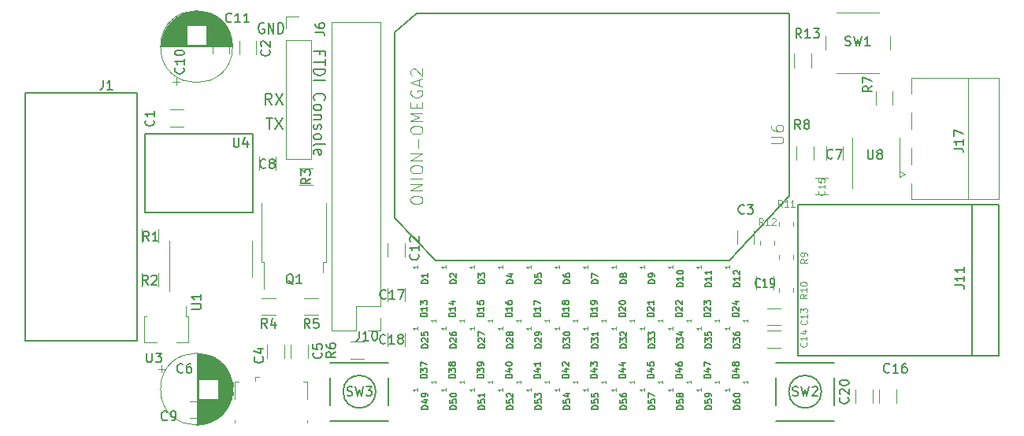
<source format=gto>
G04 #@! TF.GenerationSoftware,KiCad,Pcbnew,7.0.5-0*
G04 #@! TF.CreationDate,2024-11-09T14:15:42+01:00*
G04 #@! TF.ProjectId,p44mini_lx,7034346d-696e-4695-9f6c-782e6b696361,rev?*
G04 #@! TF.SameCoordinates,Original*
G04 #@! TF.FileFunction,Legend,Top*
G04 #@! TF.FilePolarity,Positive*
%FSLAX46Y46*%
G04 Gerber Fmt 4.6, Leading zero omitted, Abs format (unit mm)*
G04 Created by KiCad (PCBNEW 7.0.5-0) date 2024-11-09 14:15:42*
%MOMM*%
%LPD*%
G01*
G04 APERTURE LIST*
%ADD10C,0.200000*%
%ADD11C,0.150000*%
%ADD12C,0.100000*%
%ADD13C,0.101600*%
%ADD14C,0.120000*%
%ADD15C,0.152400*%
%ADD16C,0.127000*%
G04 APERTURE END LIST*
D10*
X78744482Y-41625885D02*
X78649244Y-41568742D01*
X78649244Y-41568742D02*
X78506387Y-41568742D01*
X78506387Y-41568742D02*
X78363530Y-41625885D01*
X78363530Y-41625885D02*
X78268292Y-41740171D01*
X78268292Y-41740171D02*
X78220673Y-41854457D01*
X78220673Y-41854457D02*
X78173054Y-42083028D01*
X78173054Y-42083028D02*
X78173054Y-42254457D01*
X78173054Y-42254457D02*
X78220673Y-42483028D01*
X78220673Y-42483028D02*
X78268292Y-42597314D01*
X78268292Y-42597314D02*
X78363530Y-42711600D01*
X78363530Y-42711600D02*
X78506387Y-42768742D01*
X78506387Y-42768742D02*
X78601625Y-42768742D01*
X78601625Y-42768742D02*
X78744482Y-42711600D01*
X78744482Y-42711600D02*
X78792101Y-42654457D01*
X78792101Y-42654457D02*
X78792101Y-42254457D01*
X78792101Y-42254457D02*
X78601625Y-42254457D01*
X79220673Y-42768742D02*
X79220673Y-41568742D01*
X79220673Y-41568742D02*
X79792101Y-42768742D01*
X79792101Y-42768742D02*
X79792101Y-41568742D01*
X80268292Y-42768742D02*
X80268292Y-41568742D01*
X80268292Y-41568742D02*
X80506387Y-41568742D01*
X80506387Y-41568742D02*
X80649244Y-41625885D01*
X80649244Y-41625885D02*
X80744482Y-41740171D01*
X80744482Y-41740171D02*
X80792101Y-41854457D01*
X80792101Y-41854457D02*
X80839720Y-42083028D01*
X80839720Y-42083028D02*
X80839720Y-42254457D01*
X80839720Y-42254457D02*
X80792101Y-42483028D01*
X80792101Y-42483028D02*
X80744482Y-42597314D01*
X80744482Y-42597314D02*
X80649244Y-42711600D01*
X80649244Y-42711600D02*
X80506387Y-42768742D01*
X80506387Y-42768742D02*
X80268292Y-42768742D01*
X78985863Y-51855742D02*
X79671578Y-51855742D01*
X79328720Y-53055742D02*
X79328720Y-51855742D01*
X79957292Y-51855742D02*
X80757292Y-53055742D01*
X80757292Y-51855742D02*
X79957292Y-53055742D01*
X84732828Y-45013292D02*
X84732828Y-44613292D01*
X84104257Y-44613292D02*
X85304257Y-44613292D01*
X85304257Y-44613292D02*
X85304257Y-45184720D01*
X85304257Y-45470434D02*
X85304257Y-46156149D01*
X84104257Y-45813291D02*
X85304257Y-45813291D01*
X84104257Y-46556149D02*
X85304257Y-46556149D01*
X85304257Y-46556149D02*
X85304257Y-46841863D01*
X85304257Y-46841863D02*
X85247114Y-47013292D01*
X85247114Y-47013292D02*
X85132828Y-47127577D01*
X85132828Y-47127577D02*
X85018542Y-47184720D01*
X85018542Y-47184720D02*
X84789971Y-47241863D01*
X84789971Y-47241863D02*
X84618542Y-47241863D01*
X84618542Y-47241863D02*
X84389971Y-47184720D01*
X84389971Y-47184720D02*
X84275685Y-47127577D01*
X84275685Y-47127577D02*
X84161400Y-47013292D01*
X84161400Y-47013292D02*
X84104257Y-46841863D01*
X84104257Y-46841863D02*
X84104257Y-46556149D01*
X84104257Y-47756149D02*
X85304257Y-47756149D01*
X84218542Y-49927578D02*
X84161400Y-49870435D01*
X84161400Y-49870435D02*
X84104257Y-49699007D01*
X84104257Y-49699007D02*
X84104257Y-49584721D01*
X84104257Y-49584721D02*
X84161400Y-49413292D01*
X84161400Y-49413292D02*
X84275685Y-49299007D01*
X84275685Y-49299007D02*
X84389971Y-49241864D01*
X84389971Y-49241864D02*
X84618542Y-49184721D01*
X84618542Y-49184721D02*
X84789971Y-49184721D01*
X84789971Y-49184721D02*
X85018542Y-49241864D01*
X85018542Y-49241864D02*
X85132828Y-49299007D01*
X85132828Y-49299007D02*
X85247114Y-49413292D01*
X85247114Y-49413292D02*
X85304257Y-49584721D01*
X85304257Y-49584721D02*
X85304257Y-49699007D01*
X85304257Y-49699007D02*
X85247114Y-49870435D01*
X85247114Y-49870435D02*
X85189971Y-49927578D01*
X84104257Y-50613292D02*
X84161400Y-50499007D01*
X84161400Y-50499007D02*
X84218542Y-50441864D01*
X84218542Y-50441864D02*
X84332828Y-50384721D01*
X84332828Y-50384721D02*
X84675685Y-50384721D01*
X84675685Y-50384721D02*
X84789971Y-50441864D01*
X84789971Y-50441864D02*
X84847114Y-50499007D01*
X84847114Y-50499007D02*
X84904257Y-50613292D01*
X84904257Y-50613292D02*
X84904257Y-50784721D01*
X84904257Y-50784721D02*
X84847114Y-50899007D01*
X84847114Y-50899007D02*
X84789971Y-50956150D01*
X84789971Y-50956150D02*
X84675685Y-51013292D01*
X84675685Y-51013292D02*
X84332828Y-51013292D01*
X84332828Y-51013292D02*
X84218542Y-50956150D01*
X84218542Y-50956150D02*
X84161400Y-50899007D01*
X84161400Y-50899007D02*
X84104257Y-50784721D01*
X84104257Y-50784721D02*
X84104257Y-50613292D01*
X84904257Y-51527578D02*
X84104257Y-51527578D01*
X84789971Y-51527578D02*
X84847114Y-51584721D01*
X84847114Y-51584721D02*
X84904257Y-51699006D01*
X84904257Y-51699006D02*
X84904257Y-51870435D01*
X84904257Y-51870435D02*
X84847114Y-51984721D01*
X84847114Y-51984721D02*
X84732828Y-52041864D01*
X84732828Y-52041864D02*
X84104257Y-52041864D01*
X84161400Y-52556149D02*
X84104257Y-52670435D01*
X84104257Y-52670435D02*
X84104257Y-52899006D01*
X84104257Y-52899006D02*
X84161400Y-53013292D01*
X84161400Y-53013292D02*
X84275685Y-53070435D01*
X84275685Y-53070435D02*
X84332828Y-53070435D01*
X84332828Y-53070435D02*
X84447114Y-53013292D01*
X84447114Y-53013292D02*
X84504257Y-52899006D01*
X84504257Y-52899006D02*
X84504257Y-52727578D01*
X84504257Y-52727578D02*
X84561400Y-52613292D01*
X84561400Y-52613292D02*
X84675685Y-52556149D01*
X84675685Y-52556149D02*
X84732828Y-52556149D01*
X84732828Y-52556149D02*
X84847114Y-52613292D01*
X84847114Y-52613292D02*
X84904257Y-52727578D01*
X84904257Y-52727578D02*
X84904257Y-52899006D01*
X84904257Y-52899006D02*
X84847114Y-53013292D01*
X84104257Y-53756149D02*
X84161400Y-53641864D01*
X84161400Y-53641864D02*
X84218542Y-53584721D01*
X84218542Y-53584721D02*
X84332828Y-53527578D01*
X84332828Y-53527578D02*
X84675685Y-53527578D01*
X84675685Y-53527578D02*
X84789971Y-53584721D01*
X84789971Y-53584721D02*
X84847114Y-53641864D01*
X84847114Y-53641864D02*
X84904257Y-53756149D01*
X84904257Y-53756149D02*
X84904257Y-53927578D01*
X84904257Y-53927578D02*
X84847114Y-54041864D01*
X84847114Y-54041864D02*
X84789971Y-54099007D01*
X84789971Y-54099007D02*
X84675685Y-54156149D01*
X84675685Y-54156149D02*
X84332828Y-54156149D01*
X84332828Y-54156149D02*
X84218542Y-54099007D01*
X84218542Y-54099007D02*
X84161400Y-54041864D01*
X84161400Y-54041864D02*
X84104257Y-53927578D01*
X84104257Y-53927578D02*
X84104257Y-53756149D01*
X84104257Y-54841863D02*
X84161400Y-54727578D01*
X84161400Y-54727578D02*
X84275685Y-54670435D01*
X84275685Y-54670435D02*
X85304257Y-54670435D01*
X84161400Y-55756149D02*
X84104257Y-55641863D01*
X84104257Y-55641863D02*
X84104257Y-55413292D01*
X84104257Y-55413292D02*
X84161400Y-55299006D01*
X84161400Y-55299006D02*
X84275685Y-55241863D01*
X84275685Y-55241863D02*
X84732828Y-55241863D01*
X84732828Y-55241863D02*
X84847114Y-55299006D01*
X84847114Y-55299006D02*
X84904257Y-55413292D01*
X84904257Y-55413292D02*
X84904257Y-55641863D01*
X84904257Y-55641863D02*
X84847114Y-55756149D01*
X84847114Y-55756149D02*
X84732828Y-55813292D01*
X84732828Y-55813292D02*
X84618542Y-55813292D01*
X84618542Y-55813292D02*
X84504257Y-55241863D01*
X79589006Y-50388742D02*
X79189006Y-49817314D01*
X78903292Y-50388742D02*
X78903292Y-49188742D01*
X78903292Y-49188742D02*
X79360435Y-49188742D01*
X79360435Y-49188742D02*
X79474720Y-49245885D01*
X79474720Y-49245885D02*
X79531863Y-49303028D01*
X79531863Y-49303028D02*
X79589006Y-49417314D01*
X79589006Y-49417314D02*
X79589006Y-49588742D01*
X79589006Y-49588742D02*
X79531863Y-49703028D01*
X79531863Y-49703028D02*
X79474720Y-49760171D01*
X79474720Y-49760171D02*
X79360435Y-49817314D01*
X79360435Y-49817314D02*
X78903292Y-49817314D01*
X79989006Y-49188742D02*
X80789006Y-50388742D01*
X80789006Y-49188742D02*
X79989006Y-50388742D01*
D11*
X96277233Y-73214600D02*
X95577233Y-73214600D01*
X95577233Y-73214600D02*
X95577233Y-73047933D01*
X95577233Y-73047933D02*
X95610566Y-72947933D01*
X95610566Y-72947933D02*
X95677233Y-72881267D01*
X95677233Y-72881267D02*
X95743900Y-72847933D01*
X95743900Y-72847933D02*
X95877233Y-72814600D01*
X95877233Y-72814600D02*
X95977233Y-72814600D01*
X95977233Y-72814600D02*
X96110566Y-72847933D01*
X96110566Y-72847933D02*
X96177233Y-72881267D01*
X96177233Y-72881267D02*
X96243900Y-72947933D01*
X96243900Y-72947933D02*
X96277233Y-73047933D01*
X96277233Y-73047933D02*
X96277233Y-73214600D01*
X96277233Y-72147933D02*
X96277233Y-72547933D01*
X96277233Y-72347933D02*
X95577233Y-72347933D01*
X95577233Y-72347933D02*
X95677233Y-72414600D01*
X95677233Y-72414600D02*
X95743900Y-72481267D01*
X95743900Y-72481267D02*
X95777233Y-72547933D01*
X95577233Y-71914600D02*
X95577233Y-71481266D01*
X95577233Y-71481266D02*
X95843900Y-71714600D01*
X95843900Y-71714600D02*
X95843900Y-71614600D01*
X95843900Y-71614600D02*
X95877233Y-71547933D01*
X95877233Y-71547933D02*
X95910566Y-71514600D01*
X95910566Y-71514600D02*
X95977233Y-71481266D01*
X95977233Y-71481266D02*
X96143900Y-71481266D01*
X96143900Y-71481266D02*
X96210566Y-71514600D01*
X96210566Y-71514600D02*
X96243900Y-71547933D01*
X96243900Y-71547933D02*
X96277233Y-71614600D01*
X96277233Y-71614600D02*
X96277233Y-71814600D01*
X96277233Y-71814600D02*
X96243900Y-71881266D01*
X96243900Y-71881266D02*
X96210566Y-71914600D01*
D12*
X97203309Y-73491742D02*
X97203309Y-73777456D01*
X97203309Y-73634599D02*
X96703309Y-73634599D01*
X96703309Y-73634599D02*
X96774738Y-73682218D01*
X96774738Y-73682218D02*
X96822357Y-73729837D01*
X96822357Y-73729837D02*
X96846166Y-73777456D01*
D11*
X114666833Y-83171400D02*
X113966833Y-83171400D01*
X113966833Y-83171400D02*
X113966833Y-83004733D01*
X113966833Y-83004733D02*
X114000166Y-82904733D01*
X114000166Y-82904733D02*
X114066833Y-82838067D01*
X114066833Y-82838067D02*
X114133500Y-82804733D01*
X114133500Y-82804733D02*
X114266833Y-82771400D01*
X114266833Y-82771400D02*
X114366833Y-82771400D01*
X114366833Y-82771400D02*
X114500166Y-82804733D01*
X114500166Y-82804733D02*
X114566833Y-82838067D01*
X114566833Y-82838067D02*
X114633500Y-82904733D01*
X114633500Y-82904733D02*
X114666833Y-83004733D01*
X114666833Y-83004733D02*
X114666833Y-83171400D01*
X113966833Y-82138067D02*
X113966833Y-82471400D01*
X113966833Y-82471400D02*
X114300166Y-82504733D01*
X114300166Y-82504733D02*
X114266833Y-82471400D01*
X114266833Y-82471400D02*
X114233500Y-82404733D01*
X114233500Y-82404733D02*
X114233500Y-82238067D01*
X114233500Y-82238067D02*
X114266833Y-82171400D01*
X114266833Y-82171400D02*
X114300166Y-82138067D01*
X114300166Y-82138067D02*
X114366833Y-82104733D01*
X114366833Y-82104733D02*
X114533500Y-82104733D01*
X114533500Y-82104733D02*
X114600166Y-82138067D01*
X114600166Y-82138067D02*
X114633500Y-82171400D01*
X114633500Y-82171400D02*
X114666833Y-82238067D01*
X114666833Y-82238067D02*
X114666833Y-82404733D01*
X114666833Y-82404733D02*
X114633500Y-82471400D01*
X114633500Y-82471400D02*
X114600166Y-82504733D01*
X113966833Y-81471400D02*
X113966833Y-81804733D01*
X113966833Y-81804733D02*
X114300166Y-81838066D01*
X114300166Y-81838066D02*
X114266833Y-81804733D01*
X114266833Y-81804733D02*
X114233500Y-81738066D01*
X114233500Y-81738066D02*
X114233500Y-81571400D01*
X114233500Y-81571400D02*
X114266833Y-81504733D01*
X114266833Y-81504733D02*
X114300166Y-81471400D01*
X114300166Y-81471400D02*
X114366833Y-81438066D01*
X114366833Y-81438066D02*
X114533500Y-81438066D01*
X114533500Y-81438066D02*
X114600166Y-81471400D01*
X114600166Y-81471400D02*
X114633500Y-81504733D01*
X114633500Y-81504733D02*
X114666833Y-81571400D01*
X114666833Y-81571400D02*
X114666833Y-81738066D01*
X114666833Y-81738066D02*
X114633500Y-81804733D01*
X114633500Y-81804733D02*
X114600166Y-81838066D01*
D12*
X113560909Y-80908542D02*
X113560909Y-81194256D01*
X113560909Y-81051399D02*
X113060909Y-81051399D01*
X113060909Y-81051399D02*
X113132338Y-81099018D01*
X113132338Y-81099018D02*
X113179957Y-81146637D01*
X113179957Y-81146637D02*
X113203766Y-81194256D01*
D11*
X70033333Y-79159580D02*
X69985714Y-79207200D01*
X69985714Y-79207200D02*
X69842857Y-79254819D01*
X69842857Y-79254819D02*
X69747619Y-79254819D01*
X69747619Y-79254819D02*
X69604762Y-79207200D01*
X69604762Y-79207200D02*
X69509524Y-79111961D01*
X69509524Y-79111961D02*
X69461905Y-79016723D01*
X69461905Y-79016723D02*
X69414286Y-78826247D01*
X69414286Y-78826247D02*
X69414286Y-78683390D01*
X69414286Y-78683390D02*
X69461905Y-78492914D01*
X69461905Y-78492914D02*
X69509524Y-78397676D01*
X69509524Y-78397676D02*
X69604762Y-78302438D01*
X69604762Y-78302438D02*
X69747619Y-78254819D01*
X69747619Y-78254819D02*
X69842857Y-78254819D01*
X69842857Y-78254819D02*
X69985714Y-78302438D01*
X69985714Y-78302438D02*
X70033333Y-78350057D01*
X70890476Y-78254819D02*
X70700000Y-78254819D01*
X70700000Y-78254819D02*
X70604762Y-78302438D01*
X70604762Y-78302438D02*
X70557143Y-78350057D01*
X70557143Y-78350057D02*
X70461905Y-78492914D01*
X70461905Y-78492914D02*
X70414286Y-78683390D01*
X70414286Y-78683390D02*
X70414286Y-79064342D01*
X70414286Y-79064342D02*
X70461905Y-79159580D01*
X70461905Y-79159580D02*
X70509524Y-79207200D01*
X70509524Y-79207200D02*
X70604762Y-79254819D01*
X70604762Y-79254819D02*
X70795238Y-79254819D01*
X70795238Y-79254819D02*
X70890476Y-79207200D01*
X70890476Y-79207200D02*
X70938095Y-79159580D01*
X70938095Y-79159580D02*
X70985714Y-79064342D01*
X70985714Y-79064342D02*
X70985714Y-78826247D01*
X70985714Y-78826247D02*
X70938095Y-78731009D01*
X70938095Y-78731009D02*
X70890476Y-78683390D01*
X70890476Y-78683390D02*
X70795238Y-78635771D01*
X70795238Y-78635771D02*
X70604762Y-78635771D01*
X70604762Y-78635771D02*
X70509524Y-78683390D01*
X70509524Y-78683390D02*
X70461905Y-78731009D01*
X70461905Y-78731009D02*
X70414286Y-78826247D01*
X123810833Y-83171400D02*
X123110833Y-83171400D01*
X123110833Y-83171400D02*
X123110833Y-83004733D01*
X123110833Y-83004733D02*
X123144166Y-82904733D01*
X123144166Y-82904733D02*
X123210833Y-82838067D01*
X123210833Y-82838067D02*
X123277500Y-82804733D01*
X123277500Y-82804733D02*
X123410833Y-82771400D01*
X123410833Y-82771400D02*
X123510833Y-82771400D01*
X123510833Y-82771400D02*
X123644166Y-82804733D01*
X123644166Y-82804733D02*
X123710833Y-82838067D01*
X123710833Y-82838067D02*
X123777500Y-82904733D01*
X123777500Y-82904733D02*
X123810833Y-83004733D01*
X123810833Y-83004733D02*
X123810833Y-83171400D01*
X123110833Y-82138067D02*
X123110833Y-82471400D01*
X123110833Y-82471400D02*
X123444166Y-82504733D01*
X123444166Y-82504733D02*
X123410833Y-82471400D01*
X123410833Y-82471400D02*
X123377500Y-82404733D01*
X123377500Y-82404733D02*
X123377500Y-82238067D01*
X123377500Y-82238067D02*
X123410833Y-82171400D01*
X123410833Y-82171400D02*
X123444166Y-82138067D01*
X123444166Y-82138067D02*
X123510833Y-82104733D01*
X123510833Y-82104733D02*
X123677500Y-82104733D01*
X123677500Y-82104733D02*
X123744166Y-82138067D01*
X123744166Y-82138067D02*
X123777500Y-82171400D01*
X123777500Y-82171400D02*
X123810833Y-82238067D01*
X123810833Y-82238067D02*
X123810833Y-82404733D01*
X123810833Y-82404733D02*
X123777500Y-82471400D01*
X123777500Y-82471400D02*
X123744166Y-82504733D01*
X123410833Y-81704733D02*
X123377500Y-81771400D01*
X123377500Y-81771400D02*
X123344166Y-81804733D01*
X123344166Y-81804733D02*
X123277500Y-81838066D01*
X123277500Y-81838066D02*
X123244166Y-81838066D01*
X123244166Y-81838066D02*
X123177500Y-81804733D01*
X123177500Y-81804733D02*
X123144166Y-81771400D01*
X123144166Y-81771400D02*
X123110833Y-81704733D01*
X123110833Y-81704733D02*
X123110833Y-81571400D01*
X123110833Y-81571400D02*
X123144166Y-81504733D01*
X123144166Y-81504733D02*
X123177500Y-81471400D01*
X123177500Y-81471400D02*
X123244166Y-81438066D01*
X123244166Y-81438066D02*
X123277500Y-81438066D01*
X123277500Y-81438066D02*
X123344166Y-81471400D01*
X123344166Y-81471400D02*
X123377500Y-81504733D01*
X123377500Y-81504733D02*
X123410833Y-81571400D01*
X123410833Y-81571400D02*
X123410833Y-81704733D01*
X123410833Y-81704733D02*
X123444166Y-81771400D01*
X123444166Y-81771400D02*
X123477500Y-81804733D01*
X123477500Y-81804733D02*
X123544166Y-81838066D01*
X123544166Y-81838066D02*
X123677500Y-81838066D01*
X123677500Y-81838066D02*
X123744166Y-81804733D01*
X123744166Y-81804733D02*
X123777500Y-81771400D01*
X123777500Y-81771400D02*
X123810833Y-81704733D01*
X123810833Y-81704733D02*
X123810833Y-81571400D01*
X123810833Y-81571400D02*
X123777500Y-81504733D01*
X123777500Y-81504733D02*
X123744166Y-81471400D01*
X123744166Y-81471400D02*
X123677500Y-81438066D01*
X123677500Y-81438066D02*
X123544166Y-81438066D01*
X123544166Y-81438066D02*
X123477500Y-81471400D01*
X123477500Y-81471400D02*
X123444166Y-81504733D01*
X123444166Y-81504733D02*
X123410833Y-81571400D01*
D12*
X122704909Y-80908542D02*
X122704909Y-81194256D01*
X122704909Y-81051399D02*
X122204909Y-81051399D01*
X122204909Y-81051399D02*
X122276338Y-81099018D01*
X122276338Y-81099018D02*
X122323957Y-81146637D01*
X122323957Y-81146637D02*
X122347766Y-81194256D01*
D11*
X102474833Y-83171400D02*
X101774833Y-83171400D01*
X101774833Y-83171400D02*
X101774833Y-83004733D01*
X101774833Y-83004733D02*
X101808166Y-82904733D01*
X101808166Y-82904733D02*
X101874833Y-82838067D01*
X101874833Y-82838067D02*
X101941500Y-82804733D01*
X101941500Y-82804733D02*
X102074833Y-82771400D01*
X102074833Y-82771400D02*
X102174833Y-82771400D01*
X102174833Y-82771400D02*
X102308166Y-82804733D01*
X102308166Y-82804733D02*
X102374833Y-82838067D01*
X102374833Y-82838067D02*
X102441500Y-82904733D01*
X102441500Y-82904733D02*
X102474833Y-83004733D01*
X102474833Y-83004733D02*
X102474833Y-83171400D01*
X101774833Y-82138067D02*
X101774833Y-82471400D01*
X101774833Y-82471400D02*
X102108166Y-82504733D01*
X102108166Y-82504733D02*
X102074833Y-82471400D01*
X102074833Y-82471400D02*
X102041500Y-82404733D01*
X102041500Y-82404733D02*
X102041500Y-82238067D01*
X102041500Y-82238067D02*
X102074833Y-82171400D01*
X102074833Y-82171400D02*
X102108166Y-82138067D01*
X102108166Y-82138067D02*
X102174833Y-82104733D01*
X102174833Y-82104733D02*
X102341500Y-82104733D01*
X102341500Y-82104733D02*
X102408166Y-82138067D01*
X102408166Y-82138067D02*
X102441500Y-82171400D01*
X102441500Y-82171400D02*
X102474833Y-82238067D01*
X102474833Y-82238067D02*
X102474833Y-82404733D01*
X102474833Y-82404733D02*
X102441500Y-82471400D01*
X102441500Y-82471400D02*
X102408166Y-82504733D01*
X102474833Y-81438066D02*
X102474833Y-81838066D01*
X102474833Y-81638066D02*
X101774833Y-81638066D01*
X101774833Y-81638066D02*
X101874833Y-81704733D01*
X101874833Y-81704733D02*
X101941500Y-81771400D01*
X101941500Y-81771400D02*
X101974833Y-81838066D01*
D12*
X101368909Y-80908542D02*
X101368909Y-81194256D01*
X101368909Y-81051399D02*
X100868909Y-81051399D01*
X100868909Y-81051399D02*
X100940338Y-81099018D01*
X100940338Y-81099018D02*
X100987957Y-81146637D01*
X100987957Y-81146637D02*
X101011766Y-81194256D01*
D11*
X66280533Y-69754819D02*
X65947200Y-69278628D01*
X65709105Y-69754819D02*
X65709105Y-68754819D01*
X65709105Y-68754819D02*
X66090057Y-68754819D01*
X66090057Y-68754819D02*
X66185295Y-68802438D01*
X66185295Y-68802438D02*
X66232914Y-68850057D01*
X66232914Y-68850057D02*
X66280533Y-68945295D01*
X66280533Y-68945295D02*
X66280533Y-69088152D01*
X66280533Y-69088152D02*
X66232914Y-69183390D01*
X66232914Y-69183390D02*
X66185295Y-69231009D01*
X66185295Y-69231009D02*
X66090057Y-69278628D01*
X66090057Y-69278628D02*
X65709105Y-69278628D01*
X66661486Y-68850057D02*
X66709105Y-68802438D01*
X66709105Y-68802438D02*
X66804343Y-68754819D01*
X66804343Y-68754819D02*
X67042438Y-68754819D01*
X67042438Y-68754819D02*
X67137676Y-68802438D01*
X67137676Y-68802438D02*
X67185295Y-68850057D01*
X67185295Y-68850057D02*
X67232914Y-68945295D01*
X67232914Y-68945295D02*
X67232914Y-69040533D01*
X67232914Y-69040533D02*
X67185295Y-69183390D01*
X67185295Y-69183390D02*
X66613867Y-69754819D01*
X66613867Y-69754819D02*
X67232914Y-69754819D01*
D12*
X138935966Y-59682000D02*
X138969300Y-59715333D01*
X138969300Y-59715333D02*
X139002633Y-59815333D01*
X139002633Y-59815333D02*
X139002633Y-59882000D01*
X139002633Y-59882000D02*
X138969300Y-59982000D01*
X138969300Y-59982000D02*
X138902633Y-60048667D01*
X138902633Y-60048667D02*
X138835966Y-60082000D01*
X138835966Y-60082000D02*
X138702633Y-60115333D01*
X138702633Y-60115333D02*
X138602633Y-60115333D01*
X138602633Y-60115333D02*
X138469300Y-60082000D01*
X138469300Y-60082000D02*
X138402633Y-60048667D01*
X138402633Y-60048667D02*
X138335966Y-59982000D01*
X138335966Y-59982000D02*
X138302633Y-59882000D01*
X138302633Y-59882000D02*
X138302633Y-59815333D01*
X138302633Y-59815333D02*
X138335966Y-59715333D01*
X138335966Y-59715333D02*
X138369300Y-59682000D01*
X139002633Y-59015333D02*
X139002633Y-59415333D01*
X139002633Y-59215333D02*
X138302633Y-59215333D01*
X138302633Y-59215333D02*
X138402633Y-59282000D01*
X138402633Y-59282000D02*
X138469300Y-59348667D01*
X138469300Y-59348667D02*
X138502633Y-59415333D01*
X138302633Y-58382000D02*
X138302633Y-58715333D01*
X138302633Y-58715333D02*
X138635966Y-58748666D01*
X138635966Y-58748666D02*
X138602633Y-58715333D01*
X138602633Y-58715333D02*
X138569300Y-58648666D01*
X138569300Y-58648666D02*
X138569300Y-58482000D01*
X138569300Y-58482000D02*
X138602633Y-58415333D01*
X138602633Y-58415333D02*
X138635966Y-58382000D01*
X138635966Y-58382000D02*
X138702633Y-58348666D01*
X138702633Y-58348666D02*
X138869300Y-58348666D01*
X138869300Y-58348666D02*
X138935966Y-58382000D01*
X138935966Y-58382000D02*
X138969300Y-58415333D01*
X138969300Y-58415333D02*
X139002633Y-58482000D01*
X139002633Y-58482000D02*
X139002633Y-58648666D01*
X139002633Y-58648666D02*
X138969300Y-58715333D01*
X138969300Y-58715333D02*
X138935966Y-58748666D01*
D11*
X105522833Y-83171400D02*
X104822833Y-83171400D01*
X104822833Y-83171400D02*
X104822833Y-83004733D01*
X104822833Y-83004733D02*
X104856166Y-82904733D01*
X104856166Y-82904733D02*
X104922833Y-82838067D01*
X104922833Y-82838067D02*
X104989500Y-82804733D01*
X104989500Y-82804733D02*
X105122833Y-82771400D01*
X105122833Y-82771400D02*
X105222833Y-82771400D01*
X105222833Y-82771400D02*
X105356166Y-82804733D01*
X105356166Y-82804733D02*
X105422833Y-82838067D01*
X105422833Y-82838067D02*
X105489500Y-82904733D01*
X105489500Y-82904733D02*
X105522833Y-83004733D01*
X105522833Y-83004733D02*
X105522833Y-83171400D01*
X104822833Y-82138067D02*
X104822833Y-82471400D01*
X104822833Y-82471400D02*
X105156166Y-82504733D01*
X105156166Y-82504733D02*
X105122833Y-82471400D01*
X105122833Y-82471400D02*
X105089500Y-82404733D01*
X105089500Y-82404733D02*
X105089500Y-82238067D01*
X105089500Y-82238067D02*
X105122833Y-82171400D01*
X105122833Y-82171400D02*
X105156166Y-82138067D01*
X105156166Y-82138067D02*
X105222833Y-82104733D01*
X105222833Y-82104733D02*
X105389500Y-82104733D01*
X105389500Y-82104733D02*
X105456166Y-82138067D01*
X105456166Y-82138067D02*
X105489500Y-82171400D01*
X105489500Y-82171400D02*
X105522833Y-82238067D01*
X105522833Y-82238067D02*
X105522833Y-82404733D01*
X105522833Y-82404733D02*
X105489500Y-82471400D01*
X105489500Y-82471400D02*
X105456166Y-82504733D01*
X104889500Y-81838066D02*
X104856166Y-81804733D01*
X104856166Y-81804733D02*
X104822833Y-81738066D01*
X104822833Y-81738066D02*
X104822833Y-81571400D01*
X104822833Y-81571400D02*
X104856166Y-81504733D01*
X104856166Y-81504733D02*
X104889500Y-81471400D01*
X104889500Y-81471400D02*
X104956166Y-81438066D01*
X104956166Y-81438066D02*
X105022833Y-81438066D01*
X105022833Y-81438066D02*
X105122833Y-81471400D01*
X105122833Y-81471400D02*
X105522833Y-81871400D01*
X105522833Y-81871400D02*
X105522833Y-81438066D01*
D12*
X104416909Y-80908542D02*
X104416909Y-81194256D01*
X104416909Y-81051399D02*
X103916909Y-81051399D01*
X103916909Y-81051399D02*
X103988338Y-81099018D01*
X103988338Y-81099018D02*
X104035957Y-81146637D01*
X104035957Y-81146637D02*
X104059766Y-81194256D01*
D11*
X120762833Y-83171400D02*
X120062833Y-83171400D01*
X120062833Y-83171400D02*
X120062833Y-83004733D01*
X120062833Y-83004733D02*
X120096166Y-82904733D01*
X120096166Y-82904733D02*
X120162833Y-82838067D01*
X120162833Y-82838067D02*
X120229500Y-82804733D01*
X120229500Y-82804733D02*
X120362833Y-82771400D01*
X120362833Y-82771400D02*
X120462833Y-82771400D01*
X120462833Y-82771400D02*
X120596166Y-82804733D01*
X120596166Y-82804733D02*
X120662833Y-82838067D01*
X120662833Y-82838067D02*
X120729500Y-82904733D01*
X120729500Y-82904733D02*
X120762833Y-83004733D01*
X120762833Y-83004733D02*
X120762833Y-83171400D01*
X120062833Y-82138067D02*
X120062833Y-82471400D01*
X120062833Y-82471400D02*
X120396166Y-82504733D01*
X120396166Y-82504733D02*
X120362833Y-82471400D01*
X120362833Y-82471400D02*
X120329500Y-82404733D01*
X120329500Y-82404733D02*
X120329500Y-82238067D01*
X120329500Y-82238067D02*
X120362833Y-82171400D01*
X120362833Y-82171400D02*
X120396166Y-82138067D01*
X120396166Y-82138067D02*
X120462833Y-82104733D01*
X120462833Y-82104733D02*
X120629500Y-82104733D01*
X120629500Y-82104733D02*
X120696166Y-82138067D01*
X120696166Y-82138067D02*
X120729500Y-82171400D01*
X120729500Y-82171400D02*
X120762833Y-82238067D01*
X120762833Y-82238067D02*
X120762833Y-82404733D01*
X120762833Y-82404733D02*
X120729500Y-82471400D01*
X120729500Y-82471400D02*
X120696166Y-82504733D01*
X120062833Y-81871400D02*
X120062833Y-81404733D01*
X120062833Y-81404733D02*
X120762833Y-81704733D01*
D12*
X119656909Y-80908542D02*
X119656909Y-81194256D01*
X119656909Y-81051399D02*
X119156909Y-81051399D01*
X119156909Y-81051399D02*
X119228338Y-81099018D01*
X119228338Y-81099018D02*
X119275957Y-81146637D01*
X119275957Y-81146637D02*
X119299766Y-81194256D01*
D11*
X117714833Y-83171400D02*
X117014833Y-83171400D01*
X117014833Y-83171400D02*
X117014833Y-83004733D01*
X117014833Y-83004733D02*
X117048166Y-82904733D01*
X117048166Y-82904733D02*
X117114833Y-82838067D01*
X117114833Y-82838067D02*
X117181500Y-82804733D01*
X117181500Y-82804733D02*
X117314833Y-82771400D01*
X117314833Y-82771400D02*
X117414833Y-82771400D01*
X117414833Y-82771400D02*
X117548166Y-82804733D01*
X117548166Y-82804733D02*
X117614833Y-82838067D01*
X117614833Y-82838067D02*
X117681500Y-82904733D01*
X117681500Y-82904733D02*
X117714833Y-83004733D01*
X117714833Y-83004733D02*
X117714833Y-83171400D01*
X117014833Y-82138067D02*
X117014833Y-82471400D01*
X117014833Y-82471400D02*
X117348166Y-82504733D01*
X117348166Y-82504733D02*
X117314833Y-82471400D01*
X117314833Y-82471400D02*
X117281500Y-82404733D01*
X117281500Y-82404733D02*
X117281500Y-82238067D01*
X117281500Y-82238067D02*
X117314833Y-82171400D01*
X117314833Y-82171400D02*
X117348166Y-82138067D01*
X117348166Y-82138067D02*
X117414833Y-82104733D01*
X117414833Y-82104733D02*
X117581500Y-82104733D01*
X117581500Y-82104733D02*
X117648166Y-82138067D01*
X117648166Y-82138067D02*
X117681500Y-82171400D01*
X117681500Y-82171400D02*
X117714833Y-82238067D01*
X117714833Y-82238067D02*
X117714833Y-82404733D01*
X117714833Y-82404733D02*
X117681500Y-82471400D01*
X117681500Y-82471400D02*
X117648166Y-82504733D01*
X117014833Y-81504733D02*
X117014833Y-81638066D01*
X117014833Y-81638066D02*
X117048166Y-81704733D01*
X117048166Y-81704733D02*
X117081500Y-81738066D01*
X117081500Y-81738066D02*
X117181500Y-81804733D01*
X117181500Y-81804733D02*
X117314833Y-81838066D01*
X117314833Y-81838066D02*
X117581500Y-81838066D01*
X117581500Y-81838066D02*
X117648166Y-81804733D01*
X117648166Y-81804733D02*
X117681500Y-81771400D01*
X117681500Y-81771400D02*
X117714833Y-81704733D01*
X117714833Y-81704733D02*
X117714833Y-81571400D01*
X117714833Y-81571400D02*
X117681500Y-81504733D01*
X117681500Y-81504733D02*
X117648166Y-81471400D01*
X117648166Y-81471400D02*
X117581500Y-81438066D01*
X117581500Y-81438066D02*
X117414833Y-81438066D01*
X117414833Y-81438066D02*
X117348166Y-81471400D01*
X117348166Y-81471400D02*
X117314833Y-81504733D01*
X117314833Y-81504733D02*
X117281500Y-81571400D01*
X117281500Y-81571400D02*
X117281500Y-81704733D01*
X117281500Y-81704733D02*
X117314833Y-81771400D01*
X117314833Y-81771400D02*
X117348166Y-81804733D01*
X117348166Y-81804733D02*
X117414833Y-81838066D01*
D12*
X116608909Y-80908542D02*
X116608909Y-81194256D01*
X116608909Y-81051399D02*
X116108909Y-81051399D01*
X116108909Y-81051399D02*
X116180338Y-81099018D01*
X116180338Y-81099018D02*
X116227957Y-81146637D01*
X116227957Y-81146637D02*
X116251766Y-81194256D01*
D11*
X99426833Y-76567400D02*
X98726833Y-76567400D01*
X98726833Y-76567400D02*
X98726833Y-76400733D01*
X98726833Y-76400733D02*
X98760166Y-76300733D01*
X98760166Y-76300733D02*
X98826833Y-76234067D01*
X98826833Y-76234067D02*
X98893500Y-76200733D01*
X98893500Y-76200733D02*
X99026833Y-76167400D01*
X99026833Y-76167400D02*
X99126833Y-76167400D01*
X99126833Y-76167400D02*
X99260166Y-76200733D01*
X99260166Y-76200733D02*
X99326833Y-76234067D01*
X99326833Y-76234067D02*
X99393500Y-76300733D01*
X99393500Y-76300733D02*
X99426833Y-76400733D01*
X99426833Y-76400733D02*
X99426833Y-76567400D01*
X98793500Y-75900733D02*
X98760166Y-75867400D01*
X98760166Y-75867400D02*
X98726833Y-75800733D01*
X98726833Y-75800733D02*
X98726833Y-75634067D01*
X98726833Y-75634067D02*
X98760166Y-75567400D01*
X98760166Y-75567400D02*
X98793500Y-75534067D01*
X98793500Y-75534067D02*
X98860166Y-75500733D01*
X98860166Y-75500733D02*
X98926833Y-75500733D01*
X98926833Y-75500733D02*
X99026833Y-75534067D01*
X99026833Y-75534067D02*
X99426833Y-75934067D01*
X99426833Y-75934067D02*
X99426833Y-75500733D01*
X98726833Y-74900733D02*
X98726833Y-75034066D01*
X98726833Y-75034066D02*
X98760166Y-75100733D01*
X98760166Y-75100733D02*
X98793500Y-75134066D01*
X98793500Y-75134066D02*
X98893500Y-75200733D01*
X98893500Y-75200733D02*
X99026833Y-75234066D01*
X99026833Y-75234066D02*
X99293500Y-75234066D01*
X99293500Y-75234066D02*
X99360166Y-75200733D01*
X99360166Y-75200733D02*
X99393500Y-75167400D01*
X99393500Y-75167400D02*
X99426833Y-75100733D01*
X99426833Y-75100733D02*
X99426833Y-74967400D01*
X99426833Y-74967400D02*
X99393500Y-74900733D01*
X99393500Y-74900733D02*
X99360166Y-74867400D01*
X99360166Y-74867400D02*
X99293500Y-74834066D01*
X99293500Y-74834066D02*
X99126833Y-74834066D01*
X99126833Y-74834066D02*
X99060166Y-74867400D01*
X99060166Y-74867400D02*
X99026833Y-74900733D01*
X99026833Y-74900733D02*
X98993500Y-74967400D01*
X98993500Y-74967400D02*
X98993500Y-75100733D01*
X98993500Y-75100733D02*
X99026833Y-75167400D01*
X99026833Y-75167400D02*
X99060166Y-75200733D01*
X99060166Y-75200733D02*
X99126833Y-75234066D01*
D12*
X98320909Y-74304542D02*
X98320909Y-74590256D01*
X98320909Y-74447399D02*
X97820909Y-74447399D01*
X97820909Y-74447399D02*
X97892338Y-74495018D01*
X97892338Y-74495018D02*
X97939957Y-74542637D01*
X97939957Y-74542637D02*
X97963766Y-74590256D01*
D11*
X68337133Y-84281180D02*
X68289514Y-84328800D01*
X68289514Y-84328800D02*
X68146657Y-84376419D01*
X68146657Y-84376419D02*
X68051419Y-84376419D01*
X68051419Y-84376419D02*
X67908562Y-84328800D01*
X67908562Y-84328800D02*
X67813324Y-84233561D01*
X67813324Y-84233561D02*
X67765705Y-84138323D01*
X67765705Y-84138323D02*
X67718086Y-83947847D01*
X67718086Y-83947847D02*
X67718086Y-83804990D01*
X67718086Y-83804990D02*
X67765705Y-83614514D01*
X67765705Y-83614514D02*
X67813324Y-83519276D01*
X67813324Y-83519276D02*
X67908562Y-83424038D01*
X67908562Y-83424038D02*
X68051419Y-83376419D01*
X68051419Y-83376419D02*
X68146657Y-83376419D01*
X68146657Y-83376419D02*
X68289514Y-83424038D01*
X68289514Y-83424038D02*
X68337133Y-83471657D01*
X68813324Y-84376419D02*
X69003800Y-84376419D01*
X69003800Y-84376419D02*
X69099038Y-84328800D01*
X69099038Y-84328800D02*
X69146657Y-84281180D01*
X69146657Y-84281180D02*
X69241895Y-84138323D01*
X69241895Y-84138323D02*
X69289514Y-83947847D01*
X69289514Y-83947847D02*
X69289514Y-83566895D01*
X69289514Y-83566895D02*
X69241895Y-83471657D01*
X69241895Y-83471657D02*
X69194276Y-83424038D01*
X69194276Y-83424038D02*
X69099038Y-83376419D01*
X69099038Y-83376419D02*
X68908562Y-83376419D01*
X68908562Y-83376419D02*
X68813324Y-83424038D01*
X68813324Y-83424038D02*
X68765705Y-83471657D01*
X68765705Y-83471657D02*
X68718086Y-83566895D01*
X68718086Y-83566895D02*
X68718086Y-83804990D01*
X68718086Y-83804990D02*
X68765705Y-83900228D01*
X68765705Y-83900228D02*
X68813324Y-83947847D01*
X68813324Y-83947847D02*
X68908562Y-83995466D01*
X68908562Y-83995466D02*
X69099038Y-83995466D01*
X69099038Y-83995466D02*
X69194276Y-83947847D01*
X69194276Y-83947847D02*
X69241895Y-83900228D01*
X69241895Y-83900228D02*
X69289514Y-83804990D01*
X111618833Y-83171400D02*
X110918833Y-83171400D01*
X110918833Y-83171400D02*
X110918833Y-83004733D01*
X110918833Y-83004733D02*
X110952166Y-82904733D01*
X110952166Y-82904733D02*
X111018833Y-82838067D01*
X111018833Y-82838067D02*
X111085500Y-82804733D01*
X111085500Y-82804733D02*
X111218833Y-82771400D01*
X111218833Y-82771400D02*
X111318833Y-82771400D01*
X111318833Y-82771400D02*
X111452166Y-82804733D01*
X111452166Y-82804733D02*
X111518833Y-82838067D01*
X111518833Y-82838067D02*
X111585500Y-82904733D01*
X111585500Y-82904733D02*
X111618833Y-83004733D01*
X111618833Y-83004733D02*
X111618833Y-83171400D01*
X110918833Y-82138067D02*
X110918833Y-82471400D01*
X110918833Y-82471400D02*
X111252166Y-82504733D01*
X111252166Y-82504733D02*
X111218833Y-82471400D01*
X111218833Y-82471400D02*
X111185500Y-82404733D01*
X111185500Y-82404733D02*
X111185500Y-82238067D01*
X111185500Y-82238067D02*
X111218833Y-82171400D01*
X111218833Y-82171400D02*
X111252166Y-82138067D01*
X111252166Y-82138067D02*
X111318833Y-82104733D01*
X111318833Y-82104733D02*
X111485500Y-82104733D01*
X111485500Y-82104733D02*
X111552166Y-82138067D01*
X111552166Y-82138067D02*
X111585500Y-82171400D01*
X111585500Y-82171400D02*
X111618833Y-82238067D01*
X111618833Y-82238067D02*
X111618833Y-82404733D01*
X111618833Y-82404733D02*
X111585500Y-82471400D01*
X111585500Y-82471400D02*
X111552166Y-82504733D01*
X111152166Y-81504733D02*
X111618833Y-81504733D01*
X110885500Y-81671400D02*
X111385500Y-81838066D01*
X111385500Y-81838066D02*
X111385500Y-81404733D01*
D12*
X110512909Y-80908542D02*
X110512909Y-81194256D01*
X110512909Y-81051399D02*
X110012909Y-81051399D01*
X110012909Y-81051399D02*
X110084338Y-81099018D01*
X110084338Y-81099018D02*
X110131957Y-81146637D01*
X110131957Y-81146637D02*
X110155766Y-81194256D01*
D11*
X99325233Y-73214600D02*
X98625233Y-73214600D01*
X98625233Y-73214600D02*
X98625233Y-73047933D01*
X98625233Y-73047933D02*
X98658566Y-72947933D01*
X98658566Y-72947933D02*
X98725233Y-72881267D01*
X98725233Y-72881267D02*
X98791900Y-72847933D01*
X98791900Y-72847933D02*
X98925233Y-72814600D01*
X98925233Y-72814600D02*
X99025233Y-72814600D01*
X99025233Y-72814600D02*
X99158566Y-72847933D01*
X99158566Y-72847933D02*
X99225233Y-72881267D01*
X99225233Y-72881267D02*
X99291900Y-72947933D01*
X99291900Y-72947933D02*
X99325233Y-73047933D01*
X99325233Y-73047933D02*
X99325233Y-73214600D01*
X99325233Y-72147933D02*
X99325233Y-72547933D01*
X99325233Y-72347933D02*
X98625233Y-72347933D01*
X98625233Y-72347933D02*
X98725233Y-72414600D01*
X98725233Y-72414600D02*
X98791900Y-72481267D01*
X98791900Y-72481267D02*
X98825233Y-72547933D01*
X98858566Y-71547933D02*
X99325233Y-71547933D01*
X98591900Y-71714600D02*
X99091900Y-71881266D01*
X99091900Y-71881266D02*
X99091900Y-71447933D01*
D12*
X100251309Y-73491742D02*
X100251309Y-73777456D01*
X100251309Y-73634599D02*
X99751309Y-73634599D01*
X99751309Y-73634599D02*
X99822738Y-73682218D01*
X99822738Y-73682218D02*
X99870357Y-73729837D01*
X99870357Y-73729837D02*
X99894166Y-73777456D01*
D11*
X66859580Y-52066666D02*
X66907200Y-52114285D01*
X66907200Y-52114285D02*
X66954819Y-52257142D01*
X66954819Y-52257142D02*
X66954819Y-52352380D01*
X66954819Y-52352380D02*
X66907200Y-52495237D01*
X66907200Y-52495237D02*
X66811961Y-52590475D01*
X66811961Y-52590475D02*
X66716723Y-52638094D01*
X66716723Y-52638094D02*
X66526247Y-52685713D01*
X66526247Y-52685713D02*
X66383390Y-52685713D01*
X66383390Y-52685713D02*
X66192914Y-52638094D01*
X66192914Y-52638094D02*
X66097676Y-52590475D01*
X66097676Y-52590475D02*
X66002438Y-52495237D01*
X66002438Y-52495237D02*
X65954819Y-52352380D01*
X65954819Y-52352380D02*
X65954819Y-52257142D01*
X65954819Y-52257142D02*
X66002438Y-52114285D01*
X66002438Y-52114285D02*
X66050057Y-52066666D01*
X66954819Y-51114285D02*
X66954819Y-51685713D01*
X66954819Y-51399999D02*
X65954819Y-51399999D01*
X65954819Y-51399999D02*
X66097676Y-51495237D01*
X66097676Y-51495237D02*
X66192914Y-51590475D01*
X66192914Y-51590475D02*
X66240533Y-51685713D01*
X111618833Y-69630066D02*
X110918833Y-69630066D01*
X110918833Y-69630066D02*
X110918833Y-69463399D01*
X110918833Y-69463399D02*
X110952166Y-69363399D01*
X110952166Y-69363399D02*
X111018833Y-69296733D01*
X111018833Y-69296733D02*
X111085500Y-69263399D01*
X111085500Y-69263399D02*
X111218833Y-69230066D01*
X111218833Y-69230066D02*
X111318833Y-69230066D01*
X111318833Y-69230066D02*
X111452166Y-69263399D01*
X111452166Y-69263399D02*
X111518833Y-69296733D01*
X111518833Y-69296733D02*
X111585500Y-69363399D01*
X111585500Y-69363399D02*
X111618833Y-69463399D01*
X111618833Y-69463399D02*
X111618833Y-69630066D01*
X110918833Y-68630066D02*
X110918833Y-68763399D01*
X110918833Y-68763399D02*
X110952166Y-68830066D01*
X110952166Y-68830066D02*
X110985500Y-68863399D01*
X110985500Y-68863399D02*
X111085500Y-68930066D01*
X111085500Y-68930066D02*
X111218833Y-68963399D01*
X111218833Y-68963399D02*
X111485500Y-68963399D01*
X111485500Y-68963399D02*
X111552166Y-68930066D01*
X111552166Y-68930066D02*
X111585500Y-68896733D01*
X111585500Y-68896733D02*
X111618833Y-68830066D01*
X111618833Y-68830066D02*
X111618833Y-68696733D01*
X111618833Y-68696733D02*
X111585500Y-68630066D01*
X111585500Y-68630066D02*
X111552166Y-68596733D01*
X111552166Y-68596733D02*
X111485500Y-68563399D01*
X111485500Y-68563399D02*
X111318833Y-68563399D01*
X111318833Y-68563399D02*
X111252166Y-68596733D01*
X111252166Y-68596733D02*
X111218833Y-68630066D01*
X111218833Y-68630066D02*
X111185500Y-68696733D01*
X111185500Y-68696733D02*
X111185500Y-68830066D01*
X111185500Y-68830066D02*
X111218833Y-68896733D01*
X111218833Y-68896733D02*
X111252166Y-68930066D01*
X111252166Y-68930066D02*
X111318833Y-68963399D01*
D12*
X110512909Y-67700542D02*
X110512909Y-67986256D01*
X110512909Y-67843399D02*
X110012909Y-67843399D01*
X110012909Y-67843399D02*
X110084338Y-67891018D01*
X110084338Y-67891018D02*
X110131957Y-67938637D01*
X110131957Y-67938637D02*
X110155766Y-67986256D01*
D11*
X123810833Y-76567400D02*
X123110833Y-76567400D01*
X123110833Y-76567400D02*
X123110833Y-76400733D01*
X123110833Y-76400733D02*
X123144166Y-76300733D01*
X123144166Y-76300733D02*
X123210833Y-76234067D01*
X123210833Y-76234067D02*
X123277500Y-76200733D01*
X123277500Y-76200733D02*
X123410833Y-76167400D01*
X123410833Y-76167400D02*
X123510833Y-76167400D01*
X123510833Y-76167400D02*
X123644166Y-76200733D01*
X123644166Y-76200733D02*
X123710833Y-76234067D01*
X123710833Y-76234067D02*
X123777500Y-76300733D01*
X123777500Y-76300733D02*
X123810833Y-76400733D01*
X123810833Y-76400733D02*
X123810833Y-76567400D01*
X123110833Y-75934067D02*
X123110833Y-75500733D01*
X123110833Y-75500733D02*
X123377500Y-75734067D01*
X123377500Y-75734067D02*
X123377500Y-75634067D01*
X123377500Y-75634067D02*
X123410833Y-75567400D01*
X123410833Y-75567400D02*
X123444166Y-75534067D01*
X123444166Y-75534067D02*
X123510833Y-75500733D01*
X123510833Y-75500733D02*
X123677500Y-75500733D01*
X123677500Y-75500733D02*
X123744166Y-75534067D01*
X123744166Y-75534067D02*
X123777500Y-75567400D01*
X123777500Y-75567400D02*
X123810833Y-75634067D01*
X123810833Y-75634067D02*
X123810833Y-75834067D01*
X123810833Y-75834067D02*
X123777500Y-75900733D01*
X123777500Y-75900733D02*
X123744166Y-75934067D01*
X123344166Y-74900733D02*
X123810833Y-74900733D01*
X123077500Y-75067400D02*
X123577500Y-75234066D01*
X123577500Y-75234066D02*
X123577500Y-74800733D01*
D12*
X122704909Y-74304542D02*
X122704909Y-74590256D01*
X122704909Y-74447399D02*
X122204909Y-74447399D01*
X122204909Y-74447399D02*
X122276338Y-74495018D01*
X122276338Y-74495018D02*
X122323957Y-74542637D01*
X122323957Y-74542637D02*
X122347766Y-74590256D01*
D11*
X117613233Y-79818600D02*
X116913233Y-79818600D01*
X116913233Y-79818600D02*
X116913233Y-79651933D01*
X116913233Y-79651933D02*
X116946566Y-79551933D01*
X116946566Y-79551933D02*
X117013233Y-79485267D01*
X117013233Y-79485267D02*
X117079900Y-79451933D01*
X117079900Y-79451933D02*
X117213233Y-79418600D01*
X117213233Y-79418600D02*
X117313233Y-79418600D01*
X117313233Y-79418600D02*
X117446566Y-79451933D01*
X117446566Y-79451933D02*
X117513233Y-79485267D01*
X117513233Y-79485267D02*
X117579900Y-79551933D01*
X117579900Y-79551933D02*
X117613233Y-79651933D01*
X117613233Y-79651933D02*
X117613233Y-79818600D01*
X117146566Y-78818600D02*
X117613233Y-78818600D01*
X116879900Y-78985267D02*
X117379900Y-79151933D01*
X117379900Y-79151933D02*
X117379900Y-78718600D01*
X117146566Y-78151933D02*
X117613233Y-78151933D01*
X116879900Y-78318600D02*
X117379900Y-78485266D01*
X117379900Y-78485266D02*
X117379900Y-78051933D01*
D12*
X118539309Y-80095742D02*
X118539309Y-80381456D01*
X118539309Y-80238599D02*
X118039309Y-80238599D01*
X118039309Y-80238599D02*
X118110738Y-80286218D01*
X118110738Y-80286218D02*
X118158357Y-80333837D01*
X118158357Y-80333837D02*
X118182166Y-80381456D01*
D11*
X143637095Y-55258619D02*
X143637095Y-56068142D01*
X143637095Y-56068142D02*
X143684714Y-56163380D01*
X143684714Y-56163380D02*
X143732333Y-56211000D01*
X143732333Y-56211000D02*
X143827571Y-56258619D01*
X143827571Y-56258619D02*
X144018047Y-56258619D01*
X144018047Y-56258619D02*
X144113285Y-56211000D01*
X144113285Y-56211000D02*
X144160904Y-56163380D01*
X144160904Y-56163380D02*
X144208523Y-56068142D01*
X144208523Y-56068142D02*
X144208523Y-55258619D01*
X144827571Y-55687190D02*
X144732333Y-55639571D01*
X144732333Y-55639571D02*
X144684714Y-55591952D01*
X144684714Y-55591952D02*
X144637095Y-55496714D01*
X144637095Y-55496714D02*
X144637095Y-55449095D01*
X144637095Y-55449095D02*
X144684714Y-55353857D01*
X144684714Y-55353857D02*
X144732333Y-55306238D01*
X144732333Y-55306238D02*
X144827571Y-55258619D01*
X144827571Y-55258619D02*
X145018047Y-55258619D01*
X145018047Y-55258619D02*
X145113285Y-55306238D01*
X145113285Y-55306238D02*
X145160904Y-55353857D01*
X145160904Y-55353857D02*
X145208523Y-55449095D01*
X145208523Y-55449095D02*
X145208523Y-55496714D01*
X145208523Y-55496714D02*
X145160904Y-55591952D01*
X145160904Y-55591952D02*
X145113285Y-55639571D01*
X145113285Y-55639571D02*
X145018047Y-55687190D01*
X145018047Y-55687190D02*
X144827571Y-55687190D01*
X144827571Y-55687190D02*
X144732333Y-55734809D01*
X144732333Y-55734809D02*
X144684714Y-55782428D01*
X144684714Y-55782428D02*
X144637095Y-55877666D01*
X144637095Y-55877666D02*
X144637095Y-56068142D01*
X144637095Y-56068142D02*
X144684714Y-56163380D01*
X144684714Y-56163380D02*
X144732333Y-56211000D01*
X144732333Y-56211000D02*
X144827571Y-56258619D01*
X144827571Y-56258619D02*
X145018047Y-56258619D01*
X145018047Y-56258619D02*
X145113285Y-56211000D01*
X145113285Y-56211000D02*
X145160904Y-56163380D01*
X145160904Y-56163380D02*
X145208523Y-56068142D01*
X145208523Y-56068142D02*
X145208523Y-55877666D01*
X145208523Y-55877666D02*
X145160904Y-55782428D01*
X145160904Y-55782428D02*
X145113285Y-55734809D01*
X145113285Y-55734809D02*
X145018047Y-55687190D01*
X136409133Y-53032819D02*
X136075800Y-52556628D01*
X135837705Y-53032819D02*
X135837705Y-52032819D01*
X135837705Y-52032819D02*
X136218657Y-52032819D01*
X136218657Y-52032819D02*
X136313895Y-52080438D01*
X136313895Y-52080438D02*
X136361514Y-52128057D01*
X136361514Y-52128057D02*
X136409133Y-52223295D01*
X136409133Y-52223295D02*
X136409133Y-52366152D01*
X136409133Y-52366152D02*
X136361514Y-52461390D01*
X136361514Y-52461390D02*
X136313895Y-52509009D01*
X136313895Y-52509009D02*
X136218657Y-52556628D01*
X136218657Y-52556628D02*
X135837705Y-52556628D01*
X136980562Y-52461390D02*
X136885324Y-52413771D01*
X136885324Y-52413771D02*
X136837705Y-52366152D01*
X136837705Y-52366152D02*
X136790086Y-52270914D01*
X136790086Y-52270914D02*
X136790086Y-52223295D01*
X136790086Y-52223295D02*
X136837705Y-52128057D01*
X136837705Y-52128057D02*
X136885324Y-52080438D01*
X136885324Y-52080438D02*
X136980562Y-52032819D01*
X136980562Y-52032819D02*
X137171038Y-52032819D01*
X137171038Y-52032819D02*
X137266276Y-52080438D01*
X137266276Y-52080438D02*
X137313895Y-52128057D01*
X137313895Y-52128057D02*
X137361514Y-52223295D01*
X137361514Y-52223295D02*
X137361514Y-52270914D01*
X137361514Y-52270914D02*
X137313895Y-52366152D01*
X137313895Y-52366152D02*
X137266276Y-52413771D01*
X137266276Y-52413771D02*
X137171038Y-52461390D01*
X137171038Y-52461390D02*
X136980562Y-52461390D01*
X136980562Y-52461390D02*
X136885324Y-52509009D01*
X136885324Y-52509009D02*
X136837705Y-52556628D01*
X136837705Y-52556628D02*
X136790086Y-52651866D01*
X136790086Y-52651866D02*
X136790086Y-52842342D01*
X136790086Y-52842342D02*
X136837705Y-52937580D01*
X136837705Y-52937580D02*
X136885324Y-52985200D01*
X136885324Y-52985200D02*
X136980562Y-53032819D01*
X136980562Y-53032819D02*
X137171038Y-53032819D01*
X137171038Y-53032819D02*
X137266276Y-52985200D01*
X137266276Y-52985200D02*
X137313895Y-52937580D01*
X137313895Y-52937580D02*
X137361514Y-52842342D01*
X137361514Y-52842342D02*
X137361514Y-52651866D01*
X137361514Y-52651866D02*
X137313895Y-52556628D01*
X137313895Y-52556628D02*
X137266276Y-52509009D01*
X137266276Y-52509009D02*
X137171038Y-52461390D01*
X102474833Y-69630066D02*
X101774833Y-69630066D01*
X101774833Y-69630066D02*
X101774833Y-69463399D01*
X101774833Y-69463399D02*
X101808166Y-69363399D01*
X101808166Y-69363399D02*
X101874833Y-69296733D01*
X101874833Y-69296733D02*
X101941500Y-69263399D01*
X101941500Y-69263399D02*
X102074833Y-69230066D01*
X102074833Y-69230066D02*
X102174833Y-69230066D01*
X102174833Y-69230066D02*
X102308166Y-69263399D01*
X102308166Y-69263399D02*
X102374833Y-69296733D01*
X102374833Y-69296733D02*
X102441500Y-69363399D01*
X102441500Y-69363399D02*
X102474833Y-69463399D01*
X102474833Y-69463399D02*
X102474833Y-69630066D01*
X101774833Y-68996733D02*
X101774833Y-68563399D01*
X101774833Y-68563399D02*
X102041500Y-68796733D01*
X102041500Y-68796733D02*
X102041500Y-68696733D01*
X102041500Y-68696733D02*
X102074833Y-68630066D01*
X102074833Y-68630066D02*
X102108166Y-68596733D01*
X102108166Y-68596733D02*
X102174833Y-68563399D01*
X102174833Y-68563399D02*
X102341500Y-68563399D01*
X102341500Y-68563399D02*
X102408166Y-68596733D01*
X102408166Y-68596733D02*
X102441500Y-68630066D01*
X102441500Y-68630066D02*
X102474833Y-68696733D01*
X102474833Y-68696733D02*
X102474833Y-68896733D01*
X102474833Y-68896733D02*
X102441500Y-68963399D01*
X102441500Y-68963399D02*
X102408166Y-68996733D01*
D12*
X101368909Y-67700542D02*
X101368909Y-67986256D01*
X101368909Y-67843399D02*
X100868909Y-67843399D01*
X100868909Y-67843399D02*
X100940338Y-67891018D01*
X100940338Y-67891018D02*
X100987957Y-67938637D01*
X100987957Y-67938637D02*
X101011766Y-67986256D01*
X137056366Y-73627400D02*
X137089700Y-73660733D01*
X137089700Y-73660733D02*
X137123033Y-73760733D01*
X137123033Y-73760733D02*
X137123033Y-73827400D01*
X137123033Y-73827400D02*
X137089700Y-73927400D01*
X137089700Y-73927400D02*
X137023033Y-73994067D01*
X137023033Y-73994067D02*
X136956366Y-74027400D01*
X136956366Y-74027400D02*
X136823033Y-74060733D01*
X136823033Y-74060733D02*
X136723033Y-74060733D01*
X136723033Y-74060733D02*
X136589700Y-74027400D01*
X136589700Y-74027400D02*
X136523033Y-73994067D01*
X136523033Y-73994067D02*
X136456366Y-73927400D01*
X136456366Y-73927400D02*
X136423033Y-73827400D01*
X136423033Y-73827400D02*
X136423033Y-73760733D01*
X136423033Y-73760733D02*
X136456366Y-73660733D01*
X136456366Y-73660733D02*
X136489700Y-73627400D01*
X137123033Y-72960733D02*
X137123033Y-73360733D01*
X137123033Y-73160733D02*
X136423033Y-73160733D01*
X136423033Y-73160733D02*
X136523033Y-73227400D01*
X136523033Y-73227400D02*
X136589700Y-73294067D01*
X136589700Y-73294067D02*
X136623033Y-73360733D01*
X136423033Y-72727400D02*
X136423033Y-72294066D01*
X136423033Y-72294066D02*
X136689700Y-72527400D01*
X136689700Y-72527400D02*
X136689700Y-72427400D01*
X136689700Y-72427400D02*
X136723033Y-72360733D01*
X136723033Y-72360733D02*
X136756366Y-72327400D01*
X136756366Y-72327400D02*
X136823033Y-72294066D01*
X136823033Y-72294066D02*
X136989700Y-72294066D01*
X136989700Y-72294066D02*
X137056366Y-72327400D01*
X137056366Y-72327400D02*
X137089700Y-72360733D01*
X137089700Y-72360733D02*
X137123033Y-72427400D01*
X137123033Y-72427400D02*
X137123033Y-72627400D01*
X137123033Y-72627400D02*
X137089700Y-72694066D01*
X137089700Y-72694066D02*
X137056366Y-72727400D01*
D11*
X91838542Y-71225580D02*
X91790923Y-71273200D01*
X91790923Y-71273200D02*
X91648066Y-71320819D01*
X91648066Y-71320819D02*
X91552828Y-71320819D01*
X91552828Y-71320819D02*
X91409971Y-71273200D01*
X91409971Y-71273200D02*
X91314733Y-71177961D01*
X91314733Y-71177961D02*
X91267114Y-71082723D01*
X91267114Y-71082723D02*
X91219495Y-70892247D01*
X91219495Y-70892247D02*
X91219495Y-70749390D01*
X91219495Y-70749390D02*
X91267114Y-70558914D01*
X91267114Y-70558914D02*
X91314733Y-70463676D01*
X91314733Y-70463676D02*
X91409971Y-70368438D01*
X91409971Y-70368438D02*
X91552828Y-70320819D01*
X91552828Y-70320819D02*
X91648066Y-70320819D01*
X91648066Y-70320819D02*
X91790923Y-70368438D01*
X91790923Y-70368438D02*
X91838542Y-70416057D01*
X92790923Y-71320819D02*
X92219495Y-71320819D01*
X92505209Y-71320819D02*
X92505209Y-70320819D01*
X92505209Y-70320819D02*
X92409971Y-70463676D01*
X92409971Y-70463676D02*
X92314733Y-70558914D01*
X92314733Y-70558914D02*
X92219495Y-70606533D01*
X93124257Y-70320819D02*
X93790923Y-70320819D01*
X93790923Y-70320819D02*
X93362352Y-71320819D01*
X114565233Y-79818600D02*
X113865233Y-79818600D01*
X113865233Y-79818600D02*
X113865233Y-79651933D01*
X113865233Y-79651933D02*
X113898566Y-79551933D01*
X113898566Y-79551933D02*
X113965233Y-79485267D01*
X113965233Y-79485267D02*
X114031900Y-79451933D01*
X114031900Y-79451933D02*
X114165233Y-79418600D01*
X114165233Y-79418600D02*
X114265233Y-79418600D01*
X114265233Y-79418600D02*
X114398566Y-79451933D01*
X114398566Y-79451933D02*
X114465233Y-79485267D01*
X114465233Y-79485267D02*
X114531900Y-79551933D01*
X114531900Y-79551933D02*
X114565233Y-79651933D01*
X114565233Y-79651933D02*
X114565233Y-79818600D01*
X114098566Y-78818600D02*
X114565233Y-78818600D01*
X113831900Y-78985267D02*
X114331900Y-79151933D01*
X114331900Y-79151933D02*
X114331900Y-78718600D01*
X113865233Y-78518600D02*
X113865233Y-78085266D01*
X113865233Y-78085266D02*
X114131900Y-78318600D01*
X114131900Y-78318600D02*
X114131900Y-78218600D01*
X114131900Y-78218600D02*
X114165233Y-78151933D01*
X114165233Y-78151933D02*
X114198566Y-78118600D01*
X114198566Y-78118600D02*
X114265233Y-78085266D01*
X114265233Y-78085266D02*
X114431900Y-78085266D01*
X114431900Y-78085266D02*
X114498566Y-78118600D01*
X114498566Y-78118600D02*
X114531900Y-78151933D01*
X114531900Y-78151933D02*
X114565233Y-78218600D01*
X114565233Y-78218600D02*
X114565233Y-78418600D01*
X114565233Y-78418600D02*
X114531900Y-78485266D01*
X114531900Y-78485266D02*
X114498566Y-78518600D01*
D12*
X115491309Y-80095742D02*
X115491309Y-80381456D01*
X115491309Y-80238599D02*
X114991309Y-80238599D01*
X114991309Y-80238599D02*
X115062738Y-80286218D01*
X115062738Y-80286218D02*
X115110357Y-80333837D01*
X115110357Y-80333837D02*
X115134166Y-80381456D01*
D11*
X136509142Y-43224019D02*
X136175809Y-42747828D01*
X135937714Y-43224019D02*
X135937714Y-42224019D01*
X135937714Y-42224019D02*
X136318666Y-42224019D01*
X136318666Y-42224019D02*
X136413904Y-42271638D01*
X136413904Y-42271638D02*
X136461523Y-42319257D01*
X136461523Y-42319257D02*
X136509142Y-42414495D01*
X136509142Y-42414495D02*
X136509142Y-42557352D01*
X136509142Y-42557352D02*
X136461523Y-42652590D01*
X136461523Y-42652590D02*
X136413904Y-42700209D01*
X136413904Y-42700209D02*
X136318666Y-42747828D01*
X136318666Y-42747828D02*
X135937714Y-42747828D01*
X137461523Y-43224019D02*
X136890095Y-43224019D01*
X137175809Y-43224019D02*
X137175809Y-42224019D01*
X137175809Y-42224019D02*
X137080571Y-42366876D01*
X137080571Y-42366876D02*
X136985333Y-42462114D01*
X136985333Y-42462114D02*
X136890095Y-42509733D01*
X137794857Y-42224019D02*
X138413904Y-42224019D01*
X138413904Y-42224019D02*
X138080571Y-42604971D01*
X138080571Y-42604971D02*
X138223428Y-42604971D01*
X138223428Y-42604971D02*
X138318666Y-42652590D01*
X138318666Y-42652590D02*
X138366285Y-42700209D01*
X138366285Y-42700209D02*
X138413904Y-42795447D01*
X138413904Y-42795447D02*
X138413904Y-43033542D01*
X138413904Y-43033542D02*
X138366285Y-43128780D01*
X138366285Y-43128780D02*
X138318666Y-43176400D01*
X138318666Y-43176400D02*
X138223428Y-43224019D01*
X138223428Y-43224019D02*
X137937714Y-43224019D01*
X137937714Y-43224019D02*
X137842476Y-43176400D01*
X137842476Y-43176400D02*
X137794857Y-43128780D01*
X129906833Y-83171400D02*
X129206833Y-83171400D01*
X129206833Y-83171400D02*
X129206833Y-83004733D01*
X129206833Y-83004733D02*
X129240166Y-82904733D01*
X129240166Y-82904733D02*
X129306833Y-82838067D01*
X129306833Y-82838067D02*
X129373500Y-82804733D01*
X129373500Y-82804733D02*
X129506833Y-82771400D01*
X129506833Y-82771400D02*
X129606833Y-82771400D01*
X129606833Y-82771400D02*
X129740166Y-82804733D01*
X129740166Y-82804733D02*
X129806833Y-82838067D01*
X129806833Y-82838067D02*
X129873500Y-82904733D01*
X129873500Y-82904733D02*
X129906833Y-83004733D01*
X129906833Y-83004733D02*
X129906833Y-83171400D01*
X129206833Y-82171400D02*
X129206833Y-82304733D01*
X129206833Y-82304733D02*
X129240166Y-82371400D01*
X129240166Y-82371400D02*
X129273500Y-82404733D01*
X129273500Y-82404733D02*
X129373500Y-82471400D01*
X129373500Y-82471400D02*
X129506833Y-82504733D01*
X129506833Y-82504733D02*
X129773500Y-82504733D01*
X129773500Y-82504733D02*
X129840166Y-82471400D01*
X129840166Y-82471400D02*
X129873500Y-82438067D01*
X129873500Y-82438067D02*
X129906833Y-82371400D01*
X129906833Y-82371400D02*
X129906833Y-82238067D01*
X129906833Y-82238067D02*
X129873500Y-82171400D01*
X129873500Y-82171400D02*
X129840166Y-82138067D01*
X129840166Y-82138067D02*
X129773500Y-82104733D01*
X129773500Y-82104733D02*
X129606833Y-82104733D01*
X129606833Y-82104733D02*
X129540166Y-82138067D01*
X129540166Y-82138067D02*
X129506833Y-82171400D01*
X129506833Y-82171400D02*
X129473500Y-82238067D01*
X129473500Y-82238067D02*
X129473500Y-82371400D01*
X129473500Y-82371400D02*
X129506833Y-82438067D01*
X129506833Y-82438067D02*
X129540166Y-82471400D01*
X129540166Y-82471400D02*
X129606833Y-82504733D01*
X129206833Y-81671400D02*
X129206833Y-81604733D01*
X129206833Y-81604733D02*
X129240166Y-81538066D01*
X129240166Y-81538066D02*
X129273500Y-81504733D01*
X129273500Y-81504733D02*
X129340166Y-81471400D01*
X129340166Y-81471400D02*
X129473500Y-81438066D01*
X129473500Y-81438066D02*
X129640166Y-81438066D01*
X129640166Y-81438066D02*
X129773500Y-81471400D01*
X129773500Y-81471400D02*
X129840166Y-81504733D01*
X129840166Y-81504733D02*
X129873500Y-81538066D01*
X129873500Y-81538066D02*
X129906833Y-81604733D01*
X129906833Y-81604733D02*
X129906833Y-81671400D01*
X129906833Y-81671400D02*
X129873500Y-81738066D01*
X129873500Y-81738066D02*
X129840166Y-81771400D01*
X129840166Y-81771400D02*
X129773500Y-81804733D01*
X129773500Y-81804733D02*
X129640166Y-81838066D01*
X129640166Y-81838066D02*
X129473500Y-81838066D01*
X129473500Y-81838066D02*
X129340166Y-81804733D01*
X129340166Y-81804733D02*
X129273500Y-81771400D01*
X129273500Y-81771400D02*
X129240166Y-81738066D01*
X129240166Y-81738066D02*
X129206833Y-81671400D01*
D12*
X128800909Y-80908542D02*
X128800909Y-81194256D01*
X128800909Y-81051399D02*
X128300909Y-81051399D01*
X128300909Y-81051399D02*
X128372338Y-81099018D01*
X128372338Y-81099018D02*
X128419957Y-81146637D01*
X128419957Y-81146637D02*
X128443766Y-81194256D01*
D11*
X120762833Y-69630066D02*
X120062833Y-69630066D01*
X120062833Y-69630066D02*
X120062833Y-69463399D01*
X120062833Y-69463399D02*
X120096166Y-69363399D01*
X120096166Y-69363399D02*
X120162833Y-69296733D01*
X120162833Y-69296733D02*
X120229500Y-69263399D01*
X120229500Y-69263399D02*
X120362833Y-69230066D01*
X120362833Y-69230066D02*
X120462833Y-69230066D01*
X120462833Y-69230066D02*
X120596166Y-69263399D01*
X120596166Y-69263399D02*
X120662833Y-69296733D01*
X120662833Y-69296733D02*
X120729500Y-69363399D01*
X120729500Y-69363399D02*
X120762833Y-69463399D01*
X120762833Y-69463399D02*
X120762833Y-69630066D01*
X120762833Y-68896733D02*
X120762833Y-68763399D01*
X120762833Y-68763399D02*
X120729500Y-68696733D01*
X120729500Y-68696733D02*
X120696166Y-68663399D01*
X120696166Y-68663399D02*
X120596166Y-68596733D01*
X120596166Y-68596733D02*
X120462833Y-68563399D01*
X120462833Y-68563399D02*
X120196166Y-68563399D01*
X120196166Y-68563399D02*
X120129500Y-68596733D01*
X120129500Y-68596733D02*
X120096166Y-68630066D01*
X120096166Y-68630066D02*
X120062833Y-68696733D01*
X120062833Y-68696733D02*
X120062833Y-68830066D01*
X120062833Y-68830066D02*
X120096166Y-68896733D01*
X120096166Y-68896733D02*
X120129500Y-68930066D01*
X120129500Y-68930066D02*
X120196166Y-68963399D01*
X120196166Y-68963399D02*
X120362833Y-68963399D01*
X120362833Y-68963399D02*
X120429500Y-68930066D01*
X120429500Y-68930066D02*
X120462833Y-68896733D01*
X120462833Y-68896733D02*
X120496166Y-68830066D01*
X120496166Y-68830066D02*
X120496166Y-68696733D01*
X120496166Y-68696733D02*
X120462833Y-68630066D01*
X120462833Y-68630066D02*
X120429500Y-68596733D01*
X120429500Y-68596733D02*
X120362833Y-68563399D01*
D12*
X119656909Y-67700542D02*
X119656909Y-67986256D01*
X119656909Y-67843399D02*
X119156909Y-67843399D01*
X119156909Y-67843399D02*
X119228338Y-67891018D01*
X119228338Y-67891018D02*
X119275957Y-67938637D01*
X119275957Y-67938637D02*
X119299766Y-67986256D01*
D11*
X84253219Y-42598133D02*
X84967504Y-42598133D01*
X84967504Y-42598133D02*
X85110361Y-42645752D01*
X85110361Y-42645752D02*
X85205600Y-42740990D01*
X85205600Y-42740990D02*
X85253219Y-42883847D01*
X85253219Y-42883847D02*
X85253219Y-42979085D01*
X84253219Y-41693371D02*
X84253219Y-41883847D01*
X84253219Y-41883847D02*
X84300838Y-41979085D01*
X84300838Y-41979085D02*
X84348457Y-42026704D01*
X84348457Y-42026704D02*
X84491314Y-42121942D01*
X84491314Y-42121942D02*
X84681790Y-42169561D01*
X84681790Y-42169561D02*
X85062742Y-42169561D01*
X85062742Y-42169561D02*
X85157980Y-42121942D01*
X85157980Y-42121942D02*
X85205600Y-42074323D01*
X85205600Y-42074323D02*
X85253219Y-41979085D01*
X85253219Y-41979085D02*
X85253219Y-41788609D01*
X85253219Y-41788609D02*
X85205600Y-41693371D01*
X85205600Y-41693371D02*
X85157980Y-41645752D01*
X85157980Y-41645752D02*
X85062742Y-41598133D01*
X85062742Y-41598133D02*
X84824647Y-41598133D01*
X84824647Y-41598133D02*
X84729409Y-41645752D01*
X84729409Y-41645752D02*
X84681790Y-41693371D01*
X84681790Y-41693371D02*
X84634171Y-41788609D01*
X84634171Y-41788609D02*
X84634171Y-41979085D01*
X84634171Y-41979085D02*
X84681790Y-42074323D01*
X84681790Y-42074323D02*
X84729409Y-42121942D01*
X84729409Y-42121942D02*
X84824647Y-42169561D01*
X120661233Y-79818600D02*
X119961233Y-79818600D01*
X119961233Y-79818600D02*
X119961233Y-79651933D01*
X119961233Y-79651933D02*
X119994566Y-79551933D01*
X119994566Y-79551933D02*
X120061233Y-79485267D01*
X120061233Y-79485267D02*
X120127900Y-79451933D01*
X120127900Y-79451933D02*
X120261233Y-79418600D01*
X120261233Y-79418600D02*
X120361233Y-79418600D01*
X120361233Y-79418600D02*
X120494566Y-79451933D01*
X120494566Y-79451933D02*
X120561233Y-79485267D01*
X120561233Y-79485267D02*
X120627900Y-79551933D01*
X120627900Y-79551933D02*
X120661233Y-79651933D01*
X120661233Y-79651933D02*
X120661233Y-79818600D01*
X120194566Y-78818600D02*
X120661233Y-78818600D01*
X119927900Y-78985267D02*
X120427900Y-79151933D01*
X120427900Y-79151933D02*
X120427900Y-78718600D01*
X119961233Y-78118600D02*
X119961233Y-78451933D01*
X119961233Y-78451933D02*
X120294566Y-78485266D01*
X120294566Y-78485266D02*
X120261233Y-78451933D01*
X120261233Y-78451933D02*
X120227900Y-78385266D01*
X120227900Y-78385266D02*
X120227900Y-78218600D01*
X120227900Y-78218600D02*
X120261233Y-78151933D01*
X120261233Y-78151933D02*
X120294566Y-78118600D01*
X120294566Y-78118600D02*
X120361233Y-78085266D01*
X120361233Y-78085266D02*
X120527900Y-78085266D01*
X120527900Y-78085266D02*
X120594566Y-78118600D01*
X120594566Y-78118600D02*
X120627900Y-78151933D01*
X120627900Y-78151933D02*
X120661233Y-78218600D01*
X120661233Y-78218600D02*
X120661233Y-78385266D01*
X120661233Y-78385266D02*
X120627900Y-78451933D01*
X120627900Y-78451933D02*
X120594566Y-78485266D01*
D12*
X121587309Y-80095742D02*
X121587309Y-80381456D01*
X121587309Y-80238599D02*
X121087309Y-80238599D01*
X121087309Y-80238599D02*
X121158738Y-80286218D01*
X121158738Y-80286218D02*
X121206357Y-80333837D01*
X121206357Y-80333837D02*
X121230166Y-80381456D01*
D11*
X70059580Y-46442857D02*
X70107200Y-46490476D01*
X70107200Y-46490476D02*
X70154819Y-46633333D01*
X70154819Y-46633333D02*
X70154819Y-46728571D01*
X70154819Y-46728571D02*
X70107200Y-46871428D01*
X70107200Y-46871428D02*
X70011961Y-46966666D01*
X70011961Y-46966666D02*
X69916723Y-47014285D01*
X69916723Y-47014285D02*
X69726247Y-47061904D01*
X69726247Y-47061904D02*
X69583390Y-47061904D01*
X69583390Y-47061904D02*
X69392914Y-47014285D01*
X69392914Y-47014285D02*
X69297676Y-46966666D01*
X69297676Y-46966666D02*
X69202438Y-46871428D01*
X69202438Y-46871428D02*
X69154819Y-46728571D01*
X69154819Y-46728571D02*
X69154819Y-46633333D01*
X69154819Y-46633333D02*
X69202438Y-46490476D01*
X69202438Y-46490476D02*
X69250057Y-46442857D01*
X70154819Y-45490476D02*
X70154819Y-46061904D01*
X70154819Y-45776190D02*
X69154819Y-45776190D01*
X69154819Y-45776190D02*
X69297676Y-45871428D01*
X69297676Y-45871428D02*
X69392914Y-45966666D01*
X69392914Y-45966666D02*
X69440533Y-46061904D01*
X69154819Y-44871428D02*
X69154819Y-44776190D01*
X69154819Y-44776190D02*
X69202438Y-44680952D01*
X69202438Y-44680952D02*
X69250057Y-44633333D01*
X69250057Y-44633333D02*
X69345295Y-44585714D01*
X69345295Y-44585714D02*
X69535771Y-44538095D01*
X69535771Y-44538095D02*
X69773866Y-44538095D01*
X69773866Y-44538095D02*
X69964342Y-44585714D01*
X69964342Y-44585714D02*
X70059580Y-44633333D01*
X70059580Y-44633333D02*
X70107200Y-44680952D01*
X70107200Y-44680952D02*
X70154819Y-44776190D01*
X70154819Y-44776190D02*
X70154819Y-44871428D01*
X70154819Y-44871428D02*
X70107200Y-44966666D01*
X70107200Y-44966666D02*
X70059580Y-45014285D01*
X70059580Y-45014285D02*
X69964342Y-45061904D01*
X69964342Y-45061904D02*
X69773866Y-45109523D01*
X69773866Y-45109523D02*
X69535771Y-45109523D01*
X69535771Y-45109523D02*
X69345295Y-45061904D01*
X69345295Y-45061904D02*
X69250057Y-45014285D01*
X69250057Y-45014285D02*
X69202438Y-44966666D01*
X69202438Y-44966666D02*
X69154819Y-44871428D01*
X111517233Y-73214600D02*
X110817233Y-73214600D01*
X110817233Y-73214600D02*
X110817233Y-73047933D01*
X110817233Y-73047933D02*
X110850566Y-72947933D01*
X110850566Y-72947933D02*
X110917233Y-72881267D01*
X110917233Y-72881267D02*
X110983900Y-72847933D01*
X110983900Y-72847933D02*
X111117233Y-72814600D01*
X111117233Y-72814600D02*
X111217233Y-72814600D01*
X111217233Y-72814600D02*
X111350566Y-72847933D01*
X111350566Y-72847933D02*
X111417233Y-72881267D01*
X111417233Y-72881267D02*
X111483900Y-72947933D01*
X111483900Y-72947933D02*
X111517233Y-73047933D01*
X111517233Y-73047933D02*
X111517233Y-73214600D01*
X111517233Y-72147933D02*
X111517233Y-72547933D01*
X111517233Y-72347933D02*
X110817233Y-72347933D01*
X110817233Y-72347933D02*
X110917233Y-72414600D01*
X110917233Y-72414600D02*
X110983900Y-72481267D01*
X110983900Y-72481267D02*
X111017233Y-72547933D01*
X111117233Y-71747933D02*
X111083900Y-71814600D01*
X111083900Y-71814600D02*
X111050566Y-71847933D01*
X111050566Y-71847933D02*
X110983900Y-71881266D01*
X110983900Y-71881266D02*
X110950566Y-71881266D01*
X110950566Y-71881266D02*
X110883900Y-71847933D01*
X110883900Y-71847933D02*
X110850566Y-71814600D01*
X110850566Y-71814600D02*
X110817233Y-71747933D01*
X110817233Y-71747933D02*
X110817233Y-71614600D01*
X110817233Y-71614600D02*
X110850566Y-71547933D01*
X110850566Y-71547933D02*
X110883900Y-71514600D01*
X110883900Y-71514600D02*
X110950566Y-71481266D01*
X110950566Y-71481266D02*
X110983900Y-71481266D01*
X110983900Y-71481266D02*
X111050566Y-71514600D01*
X111050566Y-71514600D02*
X111083900Y-71547933D01*
X111083900Y-71547933D02*
X111117233Y-71614600D01*
X111117233Y-71614600D02*
X111117233Y-71747933D01*
X111117233Y-71747933D02*
X111150566Y-71814600D01*
X111150566Y-71814600D02*
X111183900Y-71847933D01*
X111183900Y-71847933D02*
X111250566Y-71881266D01*
X111250566Y-71881266D02*
X111383900Y-71881266D01*
X111383900Y-71881266D02*
X111450566Y-71847933D01*
X111450566Y-71847933D02*
X111483900Y-71814600D01*
X111483900Y-71814600D02*
X111517233Y-71747933D01*
X111517233Y-71747933D02*
X111517233Y-71614600D01*
X111517233Y-71614600D02*
X111483900Y-71547933D01*
X111483900Y-71547933D02*
X111450566Y-71514600D01*
X111450566Y-71514600D02*
X111383900Y-71481266D01*
X111383900Y-71481266D02*
X111250566Y-71481266D01*
X111250566Y-71481266D02*
X111183900Y-71514600D01*
X111183900Y-71514600D02*
X111150566Y-71547933D01*
X111150566Y-71547933D02*
X111117233Y-71614600D01*
D12*
X112443309Y-73491742D02*
X112443309Y-73777456D01*
X112443309Y-73634599D02*
X111943309Y-73634599D01*
X111943309Y-73634599D02*
X112014738Y-73682218D01*
X112014738Y-73682218D02*
X112062357Y-73729837D01*
X112062357Y-73729837D02*
X112086166Y-73777456D01*
D11*
X81895961Y-69739657D02*
X81800723Y-69692038D01*
X81800723Y-69692038D02*
X81705485Y-69596800D01*
X81705485Y-69596800D02*
X81562628Y-69453942D01*
X81562628Y-69453942D02*
X81467390Y-69406323D01*
X81467390Y-69406323D02*
X81372152Y-69406323D01*
X81419771Y-69644419D02*
X81324533Y-69596800D01*
X81324533Y-69596800D02*
X81229295Y-69501561D01*
X81229295Y-69501561D02*
X81181676Y-69311085D01*
X81181676Y-69311085D02*
X81181676Y-68977752D01*
X81181676Y-68977752D02*
X81229295Y-68787276D01*
X81229295Y-68787276D02*
X81324533Y-68692038D01*
X81324533Y-68692038D02*
X81419771Y-68644419D01*
X81419771Y-68644419D02*
X81610247Y-68644419D01*
X81610247Y-68644419D02*
X81705485Y-68692038D01*
X81705485Y-68692038D02*
X81800723Y-68787276D01*
X81800723Y-68787276D02*
X81848342Y-68977752D01*
X81848342Y-68977752D02*
X81848342Y-69311085D01*
X81848342Y-69311085D02*
X81800723Y-69501561D01*
X81800723Y-69501561D02*
X81705485Y-69596800D01*
X81705485Y-69596800D02*
X81610247Y-69644419D01*
X81610247Y-69644419D02*
X81419771Y-69644419D01*
X82800723Y-69644419D02*
X82229295Y-69644419D01*
X82515009Y-69644419D02*
X82515009Y-68644419D01*
X82515009Y-68644419D02*
X82419771Y-68787276D01*
X82419771Y-68787276D02*
X82324533Y-68882514D01*
X82324533Y-68882514D02*
X82229295Y-68930133D01*
X129805233Y-79818600D02*
X129105233Y-79818600D01*
X129105233Y-79818600D02*
X129105233Y-79651933D01*
X129105233Y-79651933D02*
X129138566Y-79551933D01*
X129138566Y-79551933D02*
X129205233Y-79485267D01*
X129205233Y-79485267D02*
X129271900Y-79451933D01*
X129271900Y-79451933D02*
X129405233Y-79418600D01*
X129405233Y-79418600D02*
X129505233Y-79418600D01*
X129505233Y-79418600D02*
X129638566Y-79451933D01*
X129638566Y-79451933D02*
X129705233Y-79485267D01*
X129705233Y-79485267D02*
X129771900Y-79551933D01*
X129771900Y-79551933D02*
X129805233Y-79651933D01*
X129805233Y-79651933D02*
X129805233Y-79818600D01*
X129338566Y-78818600D02*
X129805233Y-78818600D01*
X129071900Y-78985267D02*
X129571900Y-79151933D01*
X129571900Y-79151933D02*
X129571900Y-78718600D01*
X129405233Y-78351933D02*
X129371900Y-78418600D01*
X129371900Y-78418600D02*
X129338566Y-78451933D01*
X129338566Y-78451933D02*
X129271900Y-78485266D01*
X129271900Y-78485266D02*
X129238566Y-78485266D01*
X129238566Y-78485266D02*
X129171900Y-78451933D01*
X129171900Y-78451933D02*
X129138566Y-78418600D01*
X129138566Y-78418600D02*
X129105233Y-78351933D01*
X129105233Y-78351933D02*
X129105233Y-78218600D01*
X129105233Y-78218600D02*
X129138566Y-78151933D01*
X129138566Y-78151933D02*
X129171900Y-78118600D01*
X129171900Y-78118600D02*
X129238566Y-78085266D01*
X129238566Y-78085266D02*
X129271900Y-78085266D01*
X129271900Y-78085266D02*
X129338566Y-78118600D01*
X129338566Y-78118600D02*
X129371900Y-78151933D01*
X129371900Y-78151933D02*
X129405233Y-78218600D01*
X129405233Y-78218600D02*
X129405233Y-78351933D01*
X129405233Y-78351933D02*
X129438566Y-78418600D01*
X129438566Y-78418600D02*
X129471900Y-78451933D01*
X129471900Y-78451933D02*
X129538566Y-78485266D01*
X129538566Y-78485266D02*
X129671900Y-78485266D01*
X129671900Y-78485266D02*
X129738566Y-78451933D01*
X129738566Y-78451933D02*
X129771900Y-78418600D01*
X129771900Y-78418600D02*
X129805233Y-78351933D01*
X129805233Y-78351933D02*
X129805233Y-78218600D01*
X129805233Y-78218600D02*
X129771900Y-78151933D01*
X129771900Y-78151933D02*
X129738566Y-78118600D01*
X129738566Y-78118600D02*
X129671900Y-78085266D01*
X129671900Y-78085266D02*
X129538566Y-78085266D01*
X129538566Y-78085266D02*
X129471900Y-78118600D01*
X129471900Y-78118600D02*
X129438566Y-78151933D01*
X129438566Y-78151933D02*
X129405233Y-78218600D01*
D12*
X130731309Y-80095742D02*
X130731309Y-80381456D01*
X130731309Y-80238599D02*
X130231309Y-80238599D01*
X130231309Y-80238599D02*
X130302738Y-80286218D01*
X130302738Y-80286218D02*
X130350357Y-80333837D01*
X130350357Y-80333837D02*
X130374166Y-80381456D01*
X132391999Y-63336033D02*
X132158666Y-63002700D01*
X131991999Y-63336033D02*
X131991999Y-62636033D01*
X131991999Y-62636033D02*
X132258666Y-62636033D01*
X132258666Y-62636033D02*
X132325333Y-62669366D01*
X132325333Y-62669366D02*
X132358666Y-62702700D01*
X132358666Y-62702700D02*
X132391999Y-62769366D01*
X132391999Y-62769366D02*
X132391999Y-62869366D01*
X132391999Y-62869366D02*
X132358666Y-62936033D01*
X132358666Y-62936033D02*
X132325333Y-62969366D01*
X132325333Y-62969366D02*
X132258666Y-63002700D01*
X132258666Y-63002700D02*
X131991999Y-63002700D01*
X133058666Y-63336033D02*
X132658666Y-63336033D01*
X132858666Y-63336033D02*
X132858666Y-62636033D01*
X132858666Y-62636033D02*
X132791999Y-62736033D01*
X132791999Y-62736033D02*
X132725333Y-62802700D01*
X132725333Y-62802700D02*
X132658666Y-62836033D01*
X133325333Y-62702700D02*
X133358666Y-62669366D01*
X133358666Y-62669366D02*
X133425333Y-62636033D01*
X133425333Y-62636033D02*
X133592000Y-62636033D01*
X133592000Y-62636033D02*
X133658666Y-62669366D01*
X133658666Y-62669366D02*
X133692000Y-62702700D01*
X133692000Y-62702700D02*
X133725333Y-62769366D01*
X133725333Y-62769366D02*
X133725333Y-62836033D01*
X133725333Y-62836033D02*
X133692000Y-62936033D01*
X133692000Y-62936033D02*
X133292000Y-63336033D01*
X133292000Y-63336033D02*
X133725333Y-63336033D01*
D11*
X135572667Y-81687200D02*
X135715524Y-81734819D01*
X135715524Y-81734819D02*
X135953619Y-81734819D01*
X135953619Y-81734819D02*
X136048857Y-81687200D01*
X136048857Y-81687200D02*
X136096476Y-81639580D01*
X136096476Y-81639580D02*
X136144095Y-81544342D01*
X136144095Y-81544342D02*
X136144095Y-81449104D01*
X136144095Y-81449104D02*
X136096476Y-81353866D01*
X136096476Y-81353866D02*
X136048857Y-81306247D01*
X136048857Y-81306247D02*
X135953619Y-81258628D01*
X135953619Y-81258628D02*
X135763143Y-81211009D01*
X135763143Y-81211009D02*
X135667905Y-81163390D01*
X135667905Y-81163390D02*
X135620286Y-81115771D01*
X135620286Y-81115771D02*
X135572667Y-81020533D01*
X135572667Y-81020533D02*
X135572667Y-80925295D01*
X135572667Y-80925295D02*
X135620286Y-80830057D01*
X135620286Y-80830057D02*
X135667905Y-80782438D01*
X135667905Y-80782438D02*
X135763143Y-80734819D01*
X135763143Y-80734819D02*
X136001238Y-80734819D01*
X136001238Y-80734819D02*
X136144095Y-80782438D01*
X136477429Y-80734819D02*
X136715524Y-81734819D01*
X136715524Y-81734819D02*
X136906000Y-81020533D01*
X136906000Y-81020533D02*
X137096476Y-81734819D01*
X137096476Y-81734819D02*
X137334572Y-80734819D01*
X137667905Y-80830057D02*
X137715524Y-80782438D01*
X137715524Y-80782438D02*
X137810762Y-80734819D01*
X137810762Y-80734819D02*
X138048857Y-80734819D01*
X138048857Y-80734819D02*
X138144095Y-80782438D01*
X138144095Y-80782438D02*
X138191714Y-80830057D01*
X138191714Y-80830057D02*
X138239333Y-80925295D01*
X138239333Y-80925295D02*
X138239333Y-81020533D01*
X138239333Y-81020533D02*
X138191714Y-81163390D01*
X138191714Y-81163390D02*
X137620286Y-81734819D01*
X137620286Y-81734819D02*
X138239333Y-81734819D01*
X96378833Y-83171400D02*
X95678833Y-83171400D01*
X95678833Y-83171400D02*
X95678833Y-83004733D01*
X95678833Y-83004733D02*
X95712166Y-82904733D01*
X95712166Y-82904733D02*
X95778833Y-82838067D01*
X95778833Y-82838067D02*
X95845500Y-82804733D01*
X95845500Y-82804733D02*
X95978833Y-82771400D01*
X95978833Y-82771400D02*
X96078833Y-82771400D01*
X96078833Y-82771400D02*
X96212166Y-82804733D01*
X96212166Y-82804733D02*
X96278833Y-82838067D01*
X96278833Y-82838067D02*
X96345500Y-82904733D01*
X96345500Y-82904733D02*
X96378833Y-83004733D01*
X96378833Y-83004733D02*
X96378833Y-83171400D01*
X95912166Y-82171400D02*
X96378833Y-82171400D01*
X95645500Y-82338067D02*
X96145500Y-82504733D01*
X96145500Y-82504733D02*
X96145500Y-82071400D01*
X96378833Y-81771400D02*
X96378833Y-81638066D01*
X96378833Y-81638066D02*
X96345500Y-81571400D01*
X96345500Y-81571400D02*
X96312166Y-81538066D01*
X96312166Y-81538066D02*
X96212166Y-81471400D01*
X96212166Y-81471400D02*
X96078833Y-81438066D01*
X96078833Y-81438066D02*
X95812166Y-81438066D01*
X95812166Y-81438066D02*
X95745500Y-81471400D01*
X95745500Y-81471400D02*
X95712166Y-81504733D01*
X95712166Y-81504733D02*
X95678833Y-81571400D01*
X95678833Y-81571400D02*
X95678833Y-81704733D01*
X95678833Y-81704733D02*
X95712166Y-81771400D01*
X95712166Y-81771400D02*
X95745500Y-81804733D01*
X95745500Y-81804733D02*
X95812166Y-81838066D01*
X95812166Y-81838066D02*
X95978833Y-81838066D01*
X95978833Y-81838066D02*
X96045500Y-81804733D01*
X96045500Y-81804733D02*
X96078833Y-81771400D01*
X96078833Y-81771400D02*
X96112166Y-81704733D01*
X96112166Y-81704733D02*
X96112166Y-81571400D01*
X96112166Y-81571400D02*
X96078833Y-81504733D01*
X96078833Y-81504733D02*
X96045500Y-81471400D01*
X96045500Y-81471400D02*
X95978833Y-81438066D01*
D12*
X95272909Y-80908542D02*
X95272909Y-81194256D01*
X95272909Y-81051399D02*
X94772909Y-81051399D01*
X94772909Y-81051399D02*
X94844338Y-81099018D01*
X94844338Y-81099018D02*
X94891957Y-81146637D01*
X94891957Y-81146637D02*
X94915766Y-81194256D01*
X134449399Y-61380233D02*
X134216066Y-61046900D01*
X134049399Y-61380233D02*
X134049399Y-60680233D01*
X134049399Y-60680233D02*
X134316066Y-60680233D01*
X134316066Y-60680233D02*
X134382733Y-60713566D01*
X134382733Y-60713566D02*
X134416066Y-60746900D01*
X134416066Y-60746900D02*
X134449399Y-60813566D01*
X134449399Y-60813566D02*
X134449399Y-60913566D01*
X134449399Y-60913566D02*
X134416066Y-60980233D01*
X134416066Y-60980233D02*
X134382733Y-61013566D01*
X134382733Y-61013566D02*
X134316066Y-61046900D01*
X134316066Y-61046900D02*
X134049399Y-61046900D01*
X135116066Y-61380233D02*
X134716066Y-61380233D01*
X134916066Y-61380233D02*
X134916066Y-60680233D01*
X134916066Y-60680233D02*
X134849399Y-60780233D01*
X134849399Y-60780233D02*
X134782733Y-60846900D01*
X134782733Y-60846900D02*
X134716066Y-60880233D01*
X135782733Y-61380233D02*
X135382733Y-61380233D01*
X135582733Y-61380233D02*
X135582733Y-60680233D01*
X135582733Y-60680233D02*
X135516066Y-60780233D01*
X135516066Y-60780233D02*
X135449400Y-60846900D01*
X135449400Y-60846900D02*
X135382733Y-60880233D01*
D11*
X95304780Y-66479657D02*
X95352400Y-66527276D01*
X95352400Y-66527276D02*
X95400019Y-66670133D01*
X95400019Y-66670133D02*
X95400019Y-66765371D01*
X95400019Y-66765371D02*
X95352400Y-66908228D01*
X95352400Y-66908228D02*
X95257161Y-67003466D01*
X95257161Y-67003466D02*
X95161923Y-67051085D01*
X95161923Y-67051085D02*
X94971447Y-67098704D01*
X94971447Y-67098704D02*
X94828590Y-67098704D01*
X94828590Y-67098704D02*
X94638114Y-67051085D01*
X94638114Y-67051085D02*
X94542876Y-67003466D01*
X94542876Y-67003466D02*
X94447638Y-66908228D01*
X94447638Y-66908228D02*
X94400019Y-66765371D01*
X94400019Y-66765371D02*
X94400019Y-66670133D01*
X94400019Y-66670133D02*
X94447638Y-66527276D01*
X94447638Y-66527276D02*
X94495257Y-66479657D01*
X95400019Y-65527276D02*
X95400019Y-66098704D01*
X95400019Y-65812990D02*
X94400019Y-65812990D01*
X94400019Y-65812990D02*
X94542876Y-65908228D01*
X94542876Y-65908228D02*
X94638114Y-66003466D01*
X94638114Y-66003466D02*
X94685733Y-66098704D01*
X94495257Y-65146323D02*
X94447638Y-65098704D01*
X94447638Y-65098704D02*
X94400019Y-65003466D01*
X94400019Y-65003466D02*
X94400019Y-64765371D01*
X94400019Y-64765371D02*
X94447638Y-64670133D01*
X94447638Y-64670133D02*
X94495257Y-64622514D01*
X94495257Y-64622514D02*
X94590495Y-64574895D01*
X94590495Y-64574895D02*
X94685733Y-64574895D01*
X94685733Y-64574895D02*
X94828590Y-64622514D01*
X94828590Y-64622514D02*
X95400019Y-65193942D01*
X95400019Y-65193942D02*
X95400019Y-64574895D01*
X96378833Y-69630066D02*
X95678833Y-69630066D01*
X95678833Y-69630066D02*
X95678833Y-69463399D01*
X95678833Y-69463399D02*
X95712166Y-69363399D01*
X95712166Y-69363399D02*
X95778833Y-69296733D01*
X95778833Y-69296733D02*
X95845500Y-69263399D01*
X95845500Y-69263399D02*
X95978833Y-69230066D01*
X95978833Y-69230066D02*
X96078833Y-69230066D01*
X96078833Y-69230066D02*
X96212166Y-69263399D01*
X96212166Y-69263399D02*
X96278833Y-69296733D01*
X96278833Y-69296733D02*
X96345500Y-69363399D01*
X96345500Y-69363399D02*
X96378833Y-69463399D01*
X96378833Y-69463399D02*
X96378833Y-69630066D01*
X96378833Y-68563399D02*
X96378833Y-68963399D01*
X96378833Y-68763399D02*
X95678833Y-68763399D01*
X95678833Y-68763399D02*
X95778833Y-68830066D01*
X95778833Y-68830066D02*
X95845500Y-68896733D01*
X95845500Y-68896733D02*
X95878833Y-68963399D01*
D12*
X95272909Y-67700542D02*
X95272909Y-67986256D01*
X95272909Y-67843399D02*
X94772909Y-67843399D01*
X94772909Y-67843399D02*
X94844338Y-67891018D01*
X94844338Y-67891018D02*
X94891957Y-67938637D01*
X94891957Y-67938637D02*
X94915766Y-67986256D01*
D11*
X105421233Y-79818600D02*
X104721233Y-79818600D01*
X104721233Y-79818600D02*
X104721233Y-79651933D01*
X104721233Y-79651933D02*
X104754566Y-79551933D01*
X104754566Y-79551933D02*
X104821233Y-79485267D01*
X104821233Y-79485267D02*
X104887900Y-79451933D01*
X104887900Y-79451933D02*
X105021233Y-79418600D01*
X105021233Y-79418600D02*
X105121233Y-79418600D01*
X105121233Y-79418600D02*
X105254566Y-79451933D01*
X105254566Y-79451933D02*
X105321233Y-79485267D01*
X105321233Y-79485267D02*
X105387900Y-79551933D01*
X105387900Y-79551933D02*
X105421233Y-79651933D01*
X105421233Y-79651933D02*
X105421233Y-79818600D01*
X104954566Y-78818600D02*
X105421233Y-78818600D01*
X104687900Y-78985267D02*
X105187900Y-79151933D01*
X105187900Y-79151933D02*
X105187900Y-78718600D01*
X104721233Y-78318600D02*
X104721233Y-78251933D01*
X104721233Y-78251933D02*
X104754566Y-78185266D01*
X104754566Y-78185266D02*
X104787900Y-78151933D01*
X104787900Y-78151933D02*
X104854566Y-78118600D01*
X104854566Y-78118600D02*
X104987900Y-78085266D01*
X104987900Y-78085266D02*
X105154566Y-78085266D01*
X105154566Y-78085266D02*
X105287900Y-78118600D01*
X105287900Y-78118600D02*
X105354566Y-78151933D01*
X105354566Y-78151933D02*
X105387900Y-78185266D01*
X105387900Y-78185266D02*
X105421233Y-78251933D01*
X105421233Y-78251933D02*
X105421233Y-78318600D01*
X105421233Y-78318600D02*
X105387900Y-78385266D01*
X105387900Y-78385266D02*
X105354566Y-78418600D01*
X105354566Y-78418600D02*
X105287900Y-78451933D01*
X105287900Y-78451933D02*
X105154566Y-78485266D01*
X105154566Y-78485266D02*
X104987900Y-78485266D01*
X104987900Y-78485266D02*
X104854566Y-78451933D01*
X104854566Y-78451933D02*
X104787900Y-78418600D01*
X104787900Y-78418600D02*
X104754566Y-78385266D01*
X104754566Y-78385266D02*
X104721233Y-78318600D01*
D12*
X106347309Y-80095742D02*
X106347309Y-80381456D01*
X106347309Y-80238599D02*
X105847309Y-80238599D01*
X105847309Y-80238599D02*
X105918738Y-80286218D01*
X105918738Y-80286218D02*
X105966357Y-80333837D01*
X105966357Y-80333837D02*
X105990166Y-80381456D01*
D11*
X78591580Y-77535066D02*
X78639200Y-77582685D01*
X78639200Y-77582685D02*
X78686819Y-77725542D01*
X78686819Y-77725542D02*
X78686819Y-77820780D01*
X78686819Y-77820780D02*
X78639200Y-77963637D01*
X78639200Y-77963637D02*
X78543961Y-78058875D01*
X78543961Y-78058875D02*
X78448723Y-78106494D01*
X78448723Y-78106494D02*
X78258247Y-78154113D01*
X78258247Y-78154113D02*
X78115390Y-78154113D01*
X78115390Y-78154113D02*
X77924914Y-78106494D01*
X77924914Y-78106494D02*
X77829676Y-78058875D01*
X77829676Y-78058875D02*
X77734438Y-77963637D01*
X77734438Y-77963637D02*
X77686819Y-77820780D01*
X77686819Y-77820780D02*
X77686819Y-77725542D01*
X77686819Y-77725542D02*
X77734438Y-77582685D01*
X77734438Y-77582685D02*
X77782057Y-77535066D01*
X78020152Y-76677923D02*
X78686819Y-76677923D01*
X77639200Y-76916018D02*
X78353485Y-77154113D01*
X78353485Y-77154113D02*
X78353485Y-76535066D01*
X114565233Y-73214600D02*
X113865233Y-73214600D01*
X113865233Y-73214600D02*
X113865233Y-73047933D01*
X113865233Y-73047933D02*
X113898566Y-72947933D01*
X113898566Y-72947933D02*
X113965233Y-72881267D01*
X113965233Y-72881267D02*
X114031900Y-72847933D01*
X114031900Y-72847933D02*
X114165233Y-72814600D01*
X114165233Y-72814600D02*
X114265233Y-72814600D01*
X114265233Y-72814600D02*
X114398566Y-72847933D01*
X114398566Y-72847933D02*
X114465233Y-72881267D01*
X114465233Y-72881267D02*
X114531900Y-72947933D01*
X114531900Y-72947933D02*
X114565233Y-73047933D01*
X114565233Y-73047933D02*
X114565233Y-73214600D01*
X114565233Y-72147933D02*
X114565233Y-72547933D01*
X114565233Y-72347933D02*
X113865233Y-72347933D01*
X113865233Y-72347933D02*
X113965233Y-72414600D01*
X113965233Y-72414600D02*
X114031900Y-72481267D01*
X114031900Y-72481267D02*
X114065233Y-72547933D01*
X114565233Y-71814600D02*
X114565233Y-71681266D01*
X114565233Y-71681266D02*
X114531900Y-71614600D01*
X114531900Y-71614600D02*
X114498566Y-71581266D01*
X114498566Y-71581266D02*
X114398566Y-71514600D01*
X114398566Y-71514600D02*
X114265233Y-71481266D01*
X114265233Y-71481266D02*
X113998566Y-71481266D01*
X113998566Y-71481266D02*
X113931900Y-71514600D01*
X113931900Y-71514600D02*
X113898566Y-71547933D01*
X113898566Y-71547933D02*
X113865233Y-71614600D01*
X113865233Y-71614600D02*
X113865233Y-71747933D01*
X113865233Y-71747933D02*
X113898566Y-71814600D01*
X113898566Y-71814600D02*
X113931900Y-71847933D01*
X113931900Y-71847933D02*
X113998566Y-71881266D01*
X113998566Y-71881266D02*
X114165233Y-71881266D01*
X114165233Y-71881266D02*
X114231900Y-71847933D01*
X114231900Y-71847933D02*
X114265233Y-71814600D01*
X114265233Y-71814600D02*
X114298566Y-71747933D01*
X114298566Y-71747933D02*
X114298566Y-71614600D01*
X114298566Y-71614600D02*
X114265233Y-71547933D01*
X114265233Y-71547933D02*
X114231900Y-71514600D01*
X114231900Y-71514600D02*
X114165233Y-71481266D01*
D12*
X115491309Y-73491742D02*
X115491309Y-73777456D01*
X115491309Y-73634599D02*
X114991309Y-73634599D01*
X114991309Y-73634599D02*
X115062738Y-73682218D01*
X115062738Y-73682218D02*
X115110357Y-73729837D01*
X115110357Y-73729837D02*
X115134166Y-73777456D01*
D11*
X108570833Y-69630066D02*
X107870833Y-69630066D01*
X107870833Y-69630066D02*
X107870833Y-69463399D01*
X107870833Y-69463399D02*
X107904166Y-69363399D01*
X107904166Y-69363399D02*
X107970833Y-69296733D01*
X107970833Y-69296733D02*
X108037500Y-69263399D01*
X108037500Y-69263399D02*
X108170833Y-69230066D01*
X108170833Y-69230066D02*
X108270833Y-69230066D01*
X108270833Y-69230066D02*
X108404166Y-69263399D01*
X108404166Y-69263399D02*
X108470833Y-69296733D01*
X108470833Y-69296733D02*
X108537500Y-69363399D01*
X108537500Y-69363399D02*
X108570833Y-69463399D01*
X108570833Y-69463399D02*
X108570833Y-69630066D01*
X107870833Y-68596733D02*
X107870833Y-68930066D01*
X107870833Y-68930066D02*
X108204166Y-68963399D01*
X108204166Y-68963399D02*
X108170833Y-68930066D01*
X108170833Y-68930066D02*
X108137500Y-68863399D01*
X108137500Y-68863399D02*
X108137500Y-68696733D01*
X108137500Y-68696733D02*
X108170833Y-68630066D01*
X108170833Y-68630066D02*
X108204166Y-68596733D01*
X108204166Y-68596733D02*
X108270833Y-68563399D01*
X108270833Y-68563399D02*
X108437500Y-68563399D01*
X108437500Y-68563399D02*
X108504166Y-68596733D01*
X108504166Y-68596733D02*
X108537500Y-68630066D01*
X108537500Y-68630066D02*
X108570833Y-68696733D01*
X108570833Y-68696733D02*
X108570833Y-68863399D01*
X108570833Y-68863399D02*
X108537500Y-68930066D01*
X108537500Y-68930066D02*
X108504166Y-68963399D01*
D12*
X107464909Y-67700542D02*
X107464909Y-67986256D01*
X107464909Y-67843399D02*
X106964909Y-67843399D01*
X106964909Y-67843399D02*
X107036338Y-67891018D01*
X107036338Y-67891018D02*
X107083957Y-67938637D01*
X107083957Y-67938637D02*
X107107766Y-67986256D01*
D11*
X108469233Y-73214600D02*
X107769233Y-73214600D01*
X107769233Y-73214600D02*
X107769233Y-73047933D01*
X107769233Y-73047933D02*
X107802566Y-72947933D01*
X107802566Y-72947933D02*
X107869233Y-72881267D01*
X107869233Y-72881267D02*
X107935900Y-72847933D01*
X107935900Y-72847933D02*
X108069233Y-72814600D01*
X108069233Y-72814600D02*
X108169233Y-72814600D01*
X108169233Y-72814600D02*
X108302566Y-72847933D01*
X108302566Y-72847933D02*
X108369233Y-72881267D01*
X108369233Y-72881267D02*
X108435900Y-72947933D01*
X108435900Y-72947933D02*
X108469233Y-73047933D01*
X108469233Y-73047933D02*
X108469233Y-73214600D01*
X108469233Y-72147933D02*
X108469233Y-72547933D01*
X108469233Y-72347933D02*
X107769233Y-72347933D01*
X107769233Y-72347933D02*
X107869233Y-72414600D01*
X107869233Y-72414600D02*
X107935900Y-72481267D01*
X107935900Y-72481267D02*
X107969233Y-72547933D01*
X107769233Y-71914600D02*
X107769233Y-71447933D01*
X107769233Y-71447933D02*
X108469233Y-71747933D01*
D12*
X109395309Y-73491742D02*
X109395309Y-73777456D01*
X109395309Y-73634599D02*
X108895309Y-73634599D01*
X108895309Y-73634599D02*
X108966738Y-73682218D01*
X108966738Y-73682218D02*
X109014357Y-73729837D01*
X109014357Y-73729837D02*
X109038166Y-73777456D01*
D11*
X144117219Y-48401266D02*
X143641028Y-48734599D01*
X144117219Y-48972694D02*
X143117219Y-48972694D01*
X143117219Y-48972694D02*
X143117219Y-48591742D01*
X143117219Y-48591742D02*
X143164838Y-48496504D01*
X143164838Y-48496504D02*
X143212457Y-48448885D01*
X143212457Y-48448885D02*
X143307695Y-48401266D01*
X143307695Y-48401266D02*
X143450552Y-48401266D01*
X143450552Y-48401266D02*
X143545790Y-48448885D01*
X143545790Y-48448885D02*
X143593409Y-48496504D01*
X143593409Y-48496504D02*
X143641028Y-48591742D01*
X143641028Y-48591742D02*
X143641028Y-48972694D01*
X143117219Y-48067932D02*
X143117219Y-47401266D01*
X143117219Y-47401266D02*
X144117219Y-47829837D01*
X96277233Y-79818600D02*
X95577233Y-79818600D01*
X95577233Y-79818600D02*
X95577233Y-79651933D01*
X95577233Y-79651933D02*
X95610566Y-79551933D01*
X95610566Y-79551933D02*
X95677233Y-79485267D01*
X95677233Y-79485267D02*
X95743900Y-79451933D01*
X95743900Y-79451933D02*
X95877233Y-79418600D01*
X95877233Y-79418600D02*
X95977233Y-79418600D01*
X95977233Y-79418600D02*
X96110566Y-79451933D01*
X96110566Y-79451933D02*
X96177233Y-79485267D01*
X96177233Y-79485267D02*
X96243900Y-79551933D01*
X96243900Y-79551933D02*
X96277233Y-79651933D01*
X96277233Y-79651933D02*
X96277233Y-79818600D01*
X95577233Y-79185267D02*
X95577233Y-78751933D01*
X95577233Y-78751933D02*
X95843900Y-78985267D01*
X95843900Y-78985267D02*
X95843900Y-78885267D01*
X95843900Y-78885267D02*
X95877233Y-78818600D01*
X95877233Y-78818600D02*
X95910566Y-78785267D01*
X95910566Y-78785267D02*
X95977233Y-78751933D01*
X95977233Y-78751933D02*
X96143900Y-78751933D01*
X96143900Y-78751933D02*
X96210566Y-78785267D01*
X96210566Y-78785267D02*
X96243900Y-78818600D01*
X96243900Y-78818600D02*
X96277233Y-78885267D01*
X96277233Y-78885267D02*
X96277233Y-79085267D01*
X96277233Y-79085267D02*
X96243900Y-79151933D01*
X96243900Y-79151933D02*
X96210566Y-79185267D01*
X95577233Y-78518600D02*
X95577233Y-78051933D01*
X95577233Y-78051933D02*
X96277233Y-78351933D01*
D12*
X97203309Y-80095742D02*
X97203309Y-80381456D01*
X97203309Y-80238599D02*
X96703309Y-80238599D01*
X96703309Y-80238599D02*
X96774738Y-80286218D01*
X96774738Y-80286218D02*
X96822357Y-80333837D01*
X96822357Y-80333837D02*
X96846166Y-80381456D01*
X137123033Y-66994866D02*
X136789700Y-67228199D01*
X137123033Y-67394866D02*
X136423033Y-67394866D01*
X136423033Y-67394866D02*
X136423033Y-67128199D01*
X136423033Y-67128199D02*
X136456366Y-67061533D01*
X136456366Y-67061533D02*
X136489700Y-67028199D01*
X136489700Y-67028199D02*
X136556366Y-66994866D01*
X136556366Y-66994866D02*
X136656366Y-66994866D01*
X136656366Y-66994866D02*
X136723033Y-67028199D01*
X136723033Y-67028199D02*
X136756366Y-67061533D01*
X136756366Y-67061533D02*
X136789700Y-67128199D01*
X136789700Y-67128199D02*
X136789700Y-67394866D01*
X137123033Y-66661533D02*
X137123033Y-66528199D01*
X137123033Y-66528199D02*
X137089700Y-66461533D01*
X137089700Y-66461533D02*
X137056366Y-66428199D01*
X137056366Y-66428199D02*
X136956366Y-66361533D01*
X136956366Y-66361533D02*
X136823033Y-66328199D01*
X136823033Y-66328199D02*
X136556366Y-66328199D01*
X136556366Y-66328199D02*
X136489700Y-66361533D01*
X136489700Y-66361533D02*
X136456366Y-66394866D01*
X136456366Y-66394866D02*
X136423033Y-66461533D01*
X136423033Y-66461533D02*
X136423033Y-66594866D01*
X136423033Y-66594866D02*
X136456366Y-66661533D01*
X136456366Y-66661533D02*
X136489700Y-66694866D01*
X136489700Y-66694866D02*
X136556366Y-66728199D01*
X136556366Y-66728199D02*
X136723033Y-66728199D01*
X136723033Y-66728199D02*
X136789700Y-66694866D01*
X136789700Y-66694866D02*
X136823033Y-66661533D01*
X136823033Y-66661533D02*
X136856366Y-66594866D01*
X136856366Y-66594866D02*
X136856366Y-66461533D01*
X136856366Y-66461533D02*
X136823033Y-66394866D01*
X136823033Y-66394866D02*
X136789700Y-66361533D01*
X136789700Y-66361533D02*
X136723033Y-66328199D01*
D11*
X126858833Y-76567400D02*
X126158833Y-76567400D01*
X126158833Y-76567400D02*
X126158833Y-76400733D01*
X126158833Y-76400733D02*
X126192166Y-76300733D01*
X126192166Y-76300733D02*
X126258833Y-76234067D01*
X126258833Y-76234067D02*
X126325500Y-76200733D01*
X126325500Y-76200733D02*
X126458833Y-76167400D01*
X126458833Y-76167400D02*
X126558833Y-76167400D01*
X126558833Y-76167400D02*
X126692166Y-76200733D01*
X126692166Y-76200733D02*
X126758833Y-76234067D01*
X126758833Y-76234067D02*
X126825500Y-76300733D01*
X126825500Y-76300733D02*
X126858833Y-76400733D01*
X126858833Y-76400733D02*
X126858833Y-76567400D01*
X126158833Y-75934067D02*
X126158833Y-75500733D01*
X126158833Y-75500733D02*
X126425500Y-75734067D01*
X126425500Y-75734067D02*
X126425500Y-75634067D01*
X126425500Y-75634067D02*
X126458833Y-75567400D01*
X126458833Y-75567400D02*
X126492166Y-75534067D01*
X126492166Y-75534067D02*
X126558833Y-75500733D01*
X126558833Y-75500733D02*
X126725500Y-75500733D01*
X126725500Y-75500733D02*
X126792166Y-75534067D01*
X126792166Y-75534067D02*
X126825500Y-75567400D01*
X126825500Y-75567400D02*
X126858833Y-75634067D01*
X126858833Y-75634067D02*
X126858833Y-75834067D01*
X126858833Y-75834067D02*
X126825500Y-75900733D01*
X126825500Y-75900733D02*
X126792166Y-75934067D01*
X126158833Y-74867400D02*
X126158833Y-75200733D01*
X126158833Y-75200733D02*
X126492166Y-75234066D01*
X126492166Y-75234066D02*
X126458833Y-75200733D01*
X126458833Y-75200733D02*
X126425500Y-75134066D01*
X126425500Y-75134066D02*
X126425500Y-74967400D01*
X126425500Y-74967400D02*
X126458833Y-74900733D01*
X126458833Y-74900733D02*
X126492166Y-74867400D01*
X126492166Y-74867400D02*
X126558833Y-74834066D01*
X126558833Y-74834066D02*
X126725500Y-74834066D01*
X126725500Y-74834066D02*
X126792166Y-74867400D01*
X126792166Y-74867400D02*
X126825500Y-74900733D01*
X126825500Y-74900733D02*
X126858833Y-74967400D01*
X126858833Y-74967400D02*
X126858833Y-75134066D01*
X126858833Y-75134066D02*
X126825500Y-75200733D01*
X126825500Y-75200733D02*
X126792166Y-75234066D01*
D12*
X125752909Y-74304542D02*
X125752909Y-74590256D01*
X125752909Y-74447399D02*
X125252909Y-74447399D01*
X125252909Y-74447399D02*
X125324338Y-74495018D01*
X125324338Y-74495018D02*
X125371957Y-74542637D01*
X125371957Y-74542637D02*
X125395766Y-74590256D01*
D11*
X123810833Y-69963400D02*
X123110833Y-69963400D01*
X123110833Y-69963400D02*
X123110833Y-69796733D01*
X123110833Y-69796733D02*
X123144166Y-69696733D01*
X123144166Y-69696733D02*
X123210833Y-69630067D01*
X123210833Y-69630067D02*
X123277500Y-69596733D01*
X123277500Y-69596733D02*
X123410833Y-69563400D01*
X123410833Y-69563400D02*
X123510833Y-69563400D01*
X123510833Y-69563400D02*
X123644166Y-69596733D01*
X123644166Y-69596733D02*
X123710833Y-69630067D01*
X123710833Y-69630067D02*
X123777500Y-69696733D01*
X123777500Y-69696733D02*
X123810833Y-69796733D01*
X123810833Y-69796733D02*
X123810833Y-69963400D01*
X123810833Y-68896733D02*
X123810833Y-69296733D01*
X123810833Y-69096733D02*
X123110833Y-69096733D01*
X123110833Y-69096733D02*
X123210833Y-69163400D01*
X123210833Y-69163400D02*
X123277500Y-69230067D01*
X123277500Y-69230067D02*
X123310833Y-69296733D01*
X123110833Y-68463400D02*
X123110833Y-68396733D01*
X123110833Y-68396733D02*
X123144166Y-68330066D01*
X123144166Y-68330066D02*
X123177500Y-68296733D01*
X123177500Y-68296733D02*
X123244166Y-68263400D01*
X123244166Y-68263400D02*
X123377500Y-68230066D01*
X123377500Y-68230066D02*
X123544166Y-68230066D01*
X123544166Y-68230066D02*
X123677500Y-68263400D01*
X123677500Y-68263400D02*
X123744166Y-68296733D01*
X123744166Y-68296733D02*
X123777500Y-68330066D01*
X123777500Y-68330066D02*
X123810833Y-68396733D01*
X123810833Y-68396733D02*
X123810833Y-68463400D01*
X123810833Y-68463400D02*
X123777500Y-68530066D01*
X123777500Y-68530066D02*
X123744166Y-68563400D01*
X123744166Y-68563400D02*
X123677500Y-68596733D01*
X123677500Y-68596733D02*
X123544166Y-68630066D01*
X123544166Y-68630066D02*
X123377500Y-68630066D01*
X123377500Y-68630066D02*
X123244166Y-68596733D01*
X123244166Y-68596733D02*
X123177500Y-68563400D01*
X123177500Y-68563400D02*
X123144166Y-68530066D01*
X123144166Y-68530066D02*
X123110833Y-68463400D01*
D12*
X122704909Y-67700542D02*
X122704909Y-67986256D01*
X122704909Y-67843399D02*
X122204909Y-67843399D01*
X122204909Y-67843399D02*
X122276338Y-67891018D01*
X122276338Y-67891018D02*
X122323957Y-67938637D01*
X122323957Y-67938637D02*
X122347766Y-67986256D01*
D11*
X117613233Y-73214600D02*
X116913233Y-73214600D01*
X116913233Y-73214600D02*
X116913233Y-73047933D01*
X116913233Y-73047933D02*
X116946566Y-72947933D01*
X116946566Y-72947933D02*
X117013233Y-72881267D01*
X117013233Y-72881267D02*
X117079900Y-72847933D01*
X117079900Y-72847933D02*
X117213233Y-72814600D01*
X117213233Y-72814600D02*
X117313233Y-72814600D01*
X117313233Y-72814600D02*
X117446566Y-72847933D01*
X117446566Y-72847933D02*
X117513233Y-72881267D01*
X117513233Y-72881267D02*
X117579900Y-72947933D01*
X117579900Y-72947933D02*
X117613233Y-73047933D01*
X117613233Y-73047933D02*
X117613233Y-73214600D01*
X116979900Y-72547933D02*
X116946566Y-72514600D01*
X116946566Y-72514600D02*
X116913233Y-72447933D01*
X116913233Y-72447933D02*
X116913233Y-72281267D01*
X116913233Y-72281267D02*
X116946566Y-72214600D01*
X116946566Y-72214600D02*
X116979900Y-72181267D01*
X116979900Y-72181267D02*
X117046566Y-72147933D01*
X117046566Y-72147933D02*
X117113233Y-72147933D01*
X117113233Y-72147933D02*
X117213233Y-72181267D01*
X117213233Y-72181267D02*
X117613233Y-72581267D01*
X117613233Y-72581267D02*
X117613233Y-72147933D01*
X116913233Y-71714600D02*
X116913233Y-71647933D01*
X116913233Y-71647933D02*
X116946566Y-71581266D01*
X116946566Y-71581266D02*
X116979900Y-71547933D01*
X116979900Y-71547933D02*
X117046566Y-71514600D01*
X117046566Y-71514600D02*
X117179900Y-71481266D01*
X117179900Y-71481266D02*
X117346566Y-71481266D01*
X117346566Y-71481266D02*
X117479900Y-71514600D01*
X117479900Y-71514600D02*
X117546566Y-71547933D01*
X117546566Y-71547933D02*
X117579900Y-71581266D01*
X117579900Y-71581266D02*
X117613233Y-71647933D01*
X117613233Y-71647933D02*
X117613233Y-71714600D01*
X117613233Y-71714600D02*
X117579900Y-71781266D01*
X117579900Y-71781266D02*
X117546566Y-71814600D01*
X117546566Y-71814600D02*
X117479900Y-71847933D01*
X117479900Y-71847933D02*
X117346566Y-71881266D01*
X117346566Y-71881266D02*
X117179900Y-71881266D01*
X117179900Y-71881266D02*
X117046566Y-71847933D01*
X117046566Y-71847933D02*
X116979900Y-71814600D01*
X116979900Y-71814600D02*
X116946566Y-71781266D01*
X116946566Y-71781266D02*
X116913233Y-71714600D01*
D12*
X118539309Y-73491742D02*
X118539309Y-73777456D01*
X118539309Y-73634599D02*
X118039309Y-73634599D01*
X118039309Y-73634599D02*
X118110738Y-73682218D01*
X118110738Y-73682218D02*
X118158357Y-73729837D01*
X118158357Y-73729837D02*
X118182166Y-73777456D01*
D11*
X86433819Y-77001666D02*
X85957628Y-77334999D01*
X86433819Y-77573094D02*
X85433819Y-77573094D01*
X85433819Y-77573094D02*
X85433819Y-77192142D01*
X85433819Y-77192142D02*
X85481438Y-77096904D01*
X85481438Y-77096904D02*
X85529057Y-77049285D01*
X85529057Y-77049285D02*
X85624295Y-77001666D01*
X85624295Y-77001666D02*
X85767152Y-77001666D01*
X85767152Y-77001666D02*
X85862390Y-77049285D01*
X85862390Y-77049285D02*
X85910009Y-77096904D01*
X85910009Y-77096904D02*
X85957628Y-77192142D01*
X85957628Y-77192142D02*
X85957628Y-77573094D01*
X85433819Y-76144523D02*
X85433819Y-76334999D01*
X85433819Y-76334999D02*
X85481438Y-76430237D01*
X85481438Y-76430237D02*
X85529057Y-76477856D01*
X85529057Y-76477856D02*
X85671914Y-76573094D01*
X85671914Y-76573094D02*
X85862390Y-76620713D01*
X85862390Y-76620713D02*
X86243342Y-76620713D01*
X86243342Y-76620713D02*
X86338580Y-76573094D01*
X86338580Y-76573094D02*
X86386200Y-76525475D01*
X86386200Y-76525475D02*
X86433819Y-76430237D01*
X86433819Y-76430237D02*
X86433819Y-76239761D01*
X86433819Y-76239761D02*
X86386200Y-76144523D01*
X86386200Y-76144523D02*
X86338580Y-76096904D01*
X86338580Y-76096904D02*
X86243342Y-76049285D01*
X86243342Y-76049285D02*
X86005247Y-76049285D01*
X86005247Y-76049285D02*
X85910009Y-76096904D01*
X85910009Y-76096904D02*
X85862390Y-76144523D01*
X85862390Y-76144523D02*
X85814771Y-76239761D01*
X85814771Y-76239761D02*
X85814771Y-76430237D01*
X85814771Y-76430237D02*
X85862390Y-76525475D01*
X85862390Y-76525475D02*
X85910009Y-76573094D01*
X85910009Y-76573094D02*
X86005247Y-76620713D01*
D13*
X133299782Y-54559079D02*
X134327877Y-54559079D01*
X134327877Y-54559079D02*
X134448829Y-54498602D01*
X134448829Y-54498602D02*
X134509306Y-54438126D01*
X134509306Y-54438126D02*
X134569782Y-54317174D01*
X134569782Y-54317174D02*
X134569782Y-54075269D01*
X134569782Y-54075269D02*
X134509306Y-53954317D01*
X134509306Y-53954317D02*
X134448829Y-53893840D01*
X134448829Y-53893840D02*
X134327877Y-53833364D01*
X134327877Y-53833364D02*
X133299782Y-53833364D01*
X133299782Y-52684317D02*
X133299782Y-52926222D01*
X133299782Y-52926222D02*
X133360258Y-53047174D01*
X133360258Y-53047174D02*
X133420734Y-53107650D01*
X133420734Y-53107650D02*
X133602163Y-53228603D01*
X133602163Y-53228603D02*
X133844067Y-53289079D01*
X133844067Y-53289079D02*
X134327877Y-53289079D01*
X134327877Y-53289079D02*
X134448829Y-53228603D01*
X134448829Y-53228603D02*
X134509306Y-53168126D01*
X134509306Y-53168126D02*
X134569782Y-53047174D01*
X134569782Y-53047174D02*
X134569782Y-52805269D01*
X134569782Y-52805269D02*
X134509306Y-52684317D01*
X134509306Y-52684317D02*
X134448829Y-52623841D01*
X134448829Y-52623841D02*
X134327877Y-52563364D01*
X134327877Y-52563364D02*
X134025496Y-52563364D01*
X134025496Y-52563364D02*
X133904544Y-52623841D01*
X133904544Y-52623841D02*
X133844067Y-52684317D01*
X133844067Y-52684317D02*
X133783591Y-52805269D01*
X133783591Y-52805269D02*
X133783591Y-53047174D01*
X133783591Y-53047174D02*
X133844067Y-53168126D01*
X133844067Y-53168126D02*
X133904544Y-53228603D01*
X133904544Y-53228603D02*
X134025496Y-53289079D01*
X94524142Y-60754501D02*
X94524142Y-60512596D01*
X94524142Y-60512596D02*
X94584618Y-60391644D01*
X94584618Y-60391644D02*
X94705570Y-60270691D01*
X94705570Y-60270691D02*
X94947475Y-60210215D01*
X94947475Y-60210215D02*
X95370808Y-60210215D01*
X95370808Y-60210215D02*
X95612713Y-60270691D01*
X95612713Y-60270691D02*
X95733666Y-60391644D01*
X95733666Y-60391644D02*
X95794142Y-60512596D01*
X95794142Y-60512596D02*
X95794142Y-60754501D01*
X95794142Y-60754501D02*
X95733666Y-60875453D01*
X95733666Y-60875453D02*
X95612713Y-60996406D01*
X95612713Y-60996406D02*
X95370808Y-61056882D01*
X95370808Y-61056882D02*
X94947475Y-61056882D01*
X94947475Y-61056882D02*
X94705570Y-60996406D01*
X94705570Y-60996406D02*
X94584618Y-60875453D01*
X94584618Y-60875453D02*
X94524142Y-60754501D01*
X95794142Y-59665930D02*
X94524142Y-59665930D01*
X94524142Y-59665930D02*
X95794142Y-58940215D01*
X95794142Y-58940215D02*
X94524142Y-58940215D01*
X95794142Y-58335454D02*
X94524142Y-58335454D01*
X94524142Y-57488787D02*
X94524142Y-57246882D01*
X94524142Y-57246882D02*
X94584618Y-57125930D01*
X94584618Y-57125930D02*
X94705570Y-57004977D01*
X94705570Y-57004977D02*
X94947475Y-56944501D01*
X94947475Y-56944501D02*
X95370808Y-56944501D01*
X95370808Y-56944501D02*
X95612713Y-57004977D01*
X95612713Y-57004977D02*
X95733666Y-57125930D01*
X95733666Y-57125930D02*
X95794142Y-57246882D01*
X95794142Y-57246882D02*
X95794142Y-57488787D01*
X95794142Y-57488787D02*
X95733666Y-57609739D01*
X95733666Y-57609739D02*
X95612713Y-57730692D01*
X95612713Y-57730692D02*
X95370808Y-57791168D01*
X95370808Y-57791168D02*
X94947475Y-57791168D01*
X94947475Y-57791168D02*
X94705570Y-57730692D01*
X94705570Y-57730692D02*
X94584618Y-57609739D01*
X94584618Y-57609739D02*
X94524142Y-57488787D01*
X95794142Y-56400216D02*
X94524142Y-56400216D01*
X94524142Y-56400216D02*
X95794142Y-55674501D01*
X95794142Y-55674501D02*
X94524142Y-55674501D01*
X95310332Y-55069740D02*
X95310332Y-54102121D01*
X94524142Y-53255454D02*
X94524142Y-53013549D01*
X94524142Y-53013549D02*
X94584618Y-52892597D01*
X94584618Y-52892597D02*
X94705570Y-52771644D01*
X94705570Y-52771644D02*
X94947475Y-52711168D01*
X94947475Y-52711168D02*
X95370808Y-52711168D01*
X95370808Y-52711168D02*
X95612713Y-52771644D01*
X95612713Y-52771644D02*
X95733666Y-52892597D01*
X95733666Y-52892597D02*
X95794142Y-53013549D01*
X95794142Y-53013549D02*
X95794142Y-53255454D01*
X95794142Y-53255454D02*
X95733666Y-53376406D01*
X95733666Y-53376406D02*
X95612713Y-53497359D01*
X95612713Y-53497359D02*
X95370808Y-53557835D01*
X95370808Y-53557835D02*
X94947475Y-53557835D01*
X94947475Y-53557835D02*
X94705570Y-53497359D01*
X94705570Y-53497359D02*
X94584618Y-53376406D01*
X94584618Y-53376406D02*
X94524142Y-53255454D01*
X95794142Y-52166883D02*
X94524142Y-52166883D01*
X94524142Y-52166883D02*
X95431285Y-51743549D01*
X95431285Y-51743549D02*
X94524142Y-51320216D01*
X94524142Y-51320216D02*
X95794142Y-51320216D01*
X95128904Y-50715454D02*
X95128904Y-50292120D01*
X95794142Y-50110692D02*
X95794142Y-50715454D01*
X95794142Y-50715454D02*
X94524142Y-50715454D01*
X94524142Y-50715454D02*
X94524142Y-50110692D01*
X94584618Y-48901167D02*
X94524142Y-49022120D01*
X94524142Y-49022120D02*
X94524142Y-49203548D01*
X94524142Y-49203548D02*
X94584618Y-49384977D01*
X94584618Y-49384977D02*
X94705570Y-49505929D01*
X94705570Y-49505929D02*
X94826523Y-49566406D01*
X94826523Y-49566406D02*
X95068427Y-49626882D01*
X95068427Y-49626882D02*
X95249856Y-49626882D01*
X95249856Y-49626882D02*
X95491761Y-49566406D01*
X95491761Y-49566406D02*
X95612713Y-49505929D01*
X95612713Y-49505929D02*
X95733666Y-49384977D01*
X95733666Y-49384977D02*
X95794142Y-49203548D01*
X95794142Y-49203548D02*
X95794142Y-49082596D01*
X95794142Y-49082596D02*
X95733666Y-48901167D01*
X95733666Y-48901167D02*
X95673189Y-48840691D01*
X95673189Y-48840691D02*
X95249856Y-48840691D01*
X95249856Y-48840691D02*
X95249856Y-49082596D01*
X95431285Y-48356882D02*
X95431285Y-47752120D01*
X95794142Y-48477834D02*
X94524142Y-48054501D01*
X94524142Y-48054501D02*
X95794142Y-47631167D01*
X94645094Y-47268311D02*
X94584618Y-47207835D01*
X94584618Y-47207835D02*
X94524142Y-47086882D01*
X94524142Y-47086882D02*
X94524142Y-46784501D01*
X94524142Y-46784501D02*
X94584618Y-46663549D01*
X94584618Y-46663549D02*
X94645094Y-46603073D01*
X94645094Y-46603073D02*
X94766046Y-46542596D01*
X94766046Y-46542596D02*
X94886999Y-46542596D01*
X94886999Y-46542596D02*
X95068427Y-46603073D01*
X95068427Y-46603073D02*
X95794142Y-47328787D01*
X95794142Y-47328787D02*
X95794142Y-46542596D01*
D11*
X132073714Y-69980980D02*
X132035618Y-70028600D01*
X132035618Y-70028600D02*
X131921333Y-70076219D01*
X131921333Y-70076219D02*
X131845142Y-70076219D01*
X131845142Y-70076219D02*
X131730856Y-70028600D01*
X131730856Y-70028600D02*
X131654666Y-69933361D01*
X131654666Y-69933361D02*
X131616571Y-69838123D01*
X131616571Y-69838123D02*
X131578475Y-69647647D01*
X131578475Y-69647647D02*
X131578475Y-69504790D01*
X131578475Y-69504790D02*
X131616571Y-69314314D01*
X131616571Y-69314314D02*
X131654666Y-69219076D01*
X131654666Y-69219076D02*
X131730856Y-69123838D01*
X131730856Y-69123838D02*
X131845142Y-69076219D01*
X131845142Y-69076219D02*
X131921333Y-69076219D01*
X131921333Y-69076219D02*
X132035618Y-69123838D01*
X132035618Y-69123838D02*
X132073714Y-69171457D01*
X132835618Y-70076219D02*
X132378475Y-70076219D01*
X132607047Y-70076219D02*
X132607047Y-69076219D01*
X132607047Y-69076219D02*
X132530856Y-69219076D01*
X132530856Y-69219076D02*
X132454666Y-69314314D01*
X132454666Y-69314314D02*
X132378475Y-69361933D01*
X133216571Y-70076219D02*
X133368952Y-70076219D01*
X133368952Y-70076219D02*
X133445142Y-70028600D01*
X133445142Y-70028600D02*
X133483238Y-69980980D01*
X133483238Y-69980980D02*
X133559428Y-69838123D01*
X133559428Y-69838123D02*
X133597523Y-69647647D01*
X133597523Y-69647647D02*
X133597523Y-69266695D01*
X133597523Y-69266695D02*
X133559428Y-69171457D01*
X133559428Y-69171457D02*
X133521333Y-69123838D01*
X133521333Y-69123838D02*
X133445142Y-69076219D01*
X133445142Y-69076219D02*
X133292761Y-69076219D01*
X133292761Y-69076219D02*
X133216571Y-69123838D01*
X133216571Y-69123838D02*
X133178476Y-69171457D01*
X133178476Y-69171457D02*
X133140380Y-69266695D01*
X133140380Y-69266695D02*
X133140380Y-69504790D01*
X133140380Y-69504790D02*
X133178476Y-69600028D01*
X133178476Y-69600028D02*
X133216571Y-69647647D01*
X133216571Y-69647647D02*
X133292761Y-69695266D01*
X133292761Y-69695266D02*
X133445142Y-69695266D01*
X133445142Y-69695266D02*
X133521333Y-69647647D01*
X133521333Y-69647647D02*
X133559428Y-69600028D01*
X133559428Y-69600028D02*
X133597523Y-69504790D01*
X70981219Y-72389904D02*
X71790742Y-72389904D01*
X71790742Y-72389904D02*
X71885980Y-72342285D01*
X71885980Y-72342285D02*
X71933600Y-72294666D01*
X71933600Y-72294666D02*
X71981219Y-72199428D01*
X71981219Y-72199428D02*
X71981219Y-72008952D01*
X71981219Y-72008952D02*
X71933600Y-71913714D01*
X71933600Y-71913714D02*
X71885980Y-71866095D01*
X71885980Y-71866095D02*
X71790742Y-71818476D01*
X71790742Y-71818476D02*
X70981219Y-71818476D01*
X71981219Y-70818476D02*
X71981219Y-71389904D01*
X71981219Y-71104190D02*
X70981219Y-71104190D01*
X70981219Y-71104190D02*
X71124076Y-71199428D01*
X71124076Y-71199428D02*
X71219314Y-71294666D01*
X71219314Y-71294666D02*
X71266933Y-71389904D01*
X153023219Y-69821323D02*
X153737504Y-69821323D01*
X153737504Y-69821323D02*
X153880361Y-69868942D01*
X153880361Y-69868942D02*
X153975600Y-69964180D01*
X153975600Y-69964180D02*
X154023219Y-70107037D01*
X154023219Y-70107037D02*
X154023219Y-70202275D01*
X154023219Y-68821323D02*
X154023219Y-69392751D01*
X154023219Y-69107037D02*
X153023219Y-69107037D01*
X153023219Y-69107037D02*
X153166076Y-69202275D01*
X153166076Y-69202275D02*
X153261314Y-69297513D01*
X153261314Y-69297513D02*
X153308933Y-69392751D01*
X154023219Y-67868942D02*
X154023219Y-68440370D01*
X154023219Y-68154656D02*
X153023219Y-68154656D01*
X153023219Y-68154656D02*
X153166076Y-68249894D01*
X153166076Y-68249894D02*
X153261314Y-68345132D01*
X153261314Y-68345132D02*
X153308933Y-68440370D01*
X79302780Y-44515066D02*
X79350400Y-44562685D01*
X79350400Y-44562685D02*
X79398019Y-44705542D01*
X79398019Y-44705542D02*
X79398019Y-44800780D01*
X79398019Y-44800780D02*
X79350400Y-44943637D01*
X79350400Y-44943637D02*
X79255161Y-45038875D01*
X79255161Y-45038875D02*
X79159923Y-45086494D01*
X79159923Y-45086494D02*
X78969447Y-45134113D01*
X78969447Y-45134113D02*
X78826590Y-45134113D01*
X78826590Y-45134113D02*
X78636114Y-45086494D01*
X78636114Y-45086494D02*
X78540876Y-45038875D01*
X78540876Y-45038875D02*
X78445638Y-44943637D01*
X78445638Y-44943637D02*
X78398019Y-44800780D01*
X78398019Y-44800780D02*
X78398019Y-44705542D01*
X78398019Y-44705542D02*
X78445638Y-44562685D01*
X78445638Y-44562685D02*
X78493257Y-44515066D01*
X78493257Y-44134113D02*
X78445638Y-44086494D01*
X78445638Y-44086494D02*
X78398019Y-43991256D01*
X78398019Y-43991256D02*
X78398019Y-43753161D01*
X78398019Y-43753161D02*
X78445638Y-43657923D01*
X78445638Y-43657923D02*
X78493257Y-43610304D01*
X78493257Y-43610304D02*
X78588495Y-43562685D01*
X78588495Y-43562685D02*
X78683733Y-43562685D01*
X78683733Y-43562685D02*
X78826590Y-43610304D01*
X78826590Y-43610304D02*
X79398019Y-44181732D01*
X79398019Y-44181732D02*
X79398019Y-43562685D01*
X87668267Y-81687200D02*
X87811124Y-81734819D01*
X87811124Y-81734819D02*
X88049219Y-81734819D01*
X88049219Y-81734819D02*
X88144457Y-81687200D01*
X88144457Y-81687200D02*
X88192076Y-81639580D01*
X88192076Y-81639580D02*
X88239695Y-81544342D01*
X88239695Y-81544342D02*
X88239695Y-81449104D01*
X88239695Y-81449104D02*
X88192076Y-81353866D01*
X88192076Y-81353866D02*
X88144457Y-81306247D01*
X88144457Y-81306247D02*
X88049219Y-81258628D01*
X88049219Y-81258628D02*
X87858743Y-81211009D01*
X87858743Y-81211009D02*
X87763505Y-81163390D01*
X87763505Y-81163390D02*
X87715886Y-81115771D01*
X87715886Y-81115771D02*
X87668267Y-81020533D01*
X87668267Y-81020533D02*
X87668267Y-80925295D01*
X87668267Y-80925295D02*
X87715886Y-80830057D01*
X87715886Y-80830057D02*
X87763505Y-80782438D01*
X87763505Y-80782438D02*
X87858743Y-80734819D01*
X87858743Y-80734819D02*
X88096838Y-80734819D01*
X88096838Y-80734819D02*
X88239695Y-80782438D01*
X88573029Y-80734819D02*
X88811124Y-81734819D01*
X88811124Y-81734819D02*
X89001600Y-81020533D01*
X89001600Y-81020533D02*
X89192076Y-81734819D01*
X89192076Y-81734819D02*
X89430172Y-80734819D01*
X89715886Y-80734819D02*
X90334933Y-80734819D01*
X90334933Y-80734819D02*
X90001600Y-81115771D01*
X90001600Y-81115771D02*
X90144457Y-81115771D01*
X90144457Y-81115771D02*
X90239695Y-81163390D01*
X90239695Y-81163390D02*
X90287314Y-81211009D01*
X90287314Y-81211009D02*
X90334933Y-81306247D01*
X90334933Y-81306247D02*
X90334933Y-81544342D01*
X90334933Y-81544342D02*
X90287314Y-81639580D01*
X90287314Y-81639580D02*
X90239695Y-81687200D01*
X90239695Y-81687200D02*
X90144457Y-81734819D01*
X90144457Y-81734819D02*
X89858743Y-81734819D01*
X89858743Y-81734819D02*
X89763505Y-81687200D01*
X89763505Y-81687200D02*
X89715886Y-81639580D01*
X130363933Y-62056180D02*
X130316314Y-62103800D01*
X130316314Y-62103800D02*
X130173457Y-62151419D01*
X130173457Y-62151419D02*
X130078219Y-62151419D01*
X130078219Y-62151419D02*
X129935362Y-62103800D01*
X129935362Y-62103800D02*
X129840124Y-62008561D01*
X129840124Y-62008561D02*
X129792505Y-61913323D01*
X129792505Y-61913323D02*
X129744886Y-61722847D01*
X129744886Y-61722847D02*
X129744886Y-61579990D01*
X129744886Y-61579990D02*
X129792505Y-61389514D01*
X129792505Y-61389514D02*
X129840124Y-61294276D01*
X129840124Y-61294276D02*
X129935362Y-61199038D01*
X129935362Y-61199038D02*
X130078219Y-61151419D01*
X130078219Y-61151419D02*
X130173457Y-61151419D01*
X130173457Y-61151419D02*
X130316314Y-61199038D01*
X130316314Y-61199038D02*
X130363933Y-61246657D01*
X130697267Y-61151419D02*
X131316314Y-61151419D01*
X131316314Y-61151419D02*
X130982981Y-61532371D01*
X130982981Y-61532371D02*
X131125838Y-61532371D01*
X131125838Y-61532371D02*
X131221076Y-61579990D01*
X131221076Y-61579990D02*
X131268695Y-61627609D01*
X131268695Y-61627609D02*
X131316314Y-61722847D01*
X131316314Y-61722847D02*
X131316314Y-61960942D01*
X131316314Y-61960942D02*
X131268695Y-62056180D01*
X131268695Y-62056180D02*
X131221076Y-62103800D01*
X131221076Y-62103800D02*
X131125838Y-62151419D01*
X131125838Y-62151419D02*
X130840124Y-62151419D01*
X130840124Y-62151419D02*
X130744886Y-62103800D01*
X130744886Y-62103800D02*
X130697267Y-62056180D01*
X117714833Y-69630066D02*
X117014833Y-69630066D01*
X117014833Y-69630066D02*
X117014833Y-69463399D01*
X117014833Y-69463399D02*
X117048166Y-69363399D01*
X117048166Y-69363399D02*
X117114833Y-69296733D01*
X117114833Y-69296733D02*
X117181500Y-69263399D01*
X117181500Y-69263399D02*
X117314833Y-69230066D01*
X117314833Y-69230066D02*
X117414833Y-69230066D01*
X117414833Y-69230066D02*
X117548166Y-69263399D01*
X117548166Y-69263399D02*
X117614833Y-69296733D01*
X117614833Y-69296733D02*
X117681500Y-69363399D01*
X117681500Y-69363399D02*
X117714833Y-69463399D01*
X117714833Y-69463399D02*
X117714833Y-69630066D01*
X117314833Y-68830066D02*
X117281500Y-68896733D01*
X117281500Y-68896733D02*
X117248166Y-68930066D01*
X117248166Y-68930066D02*
X117181500Y-68963399D01*
X117181500Y-68963399D02*
X117148166Y-68963399D01*
X117148166Y-68963399D02*
X117081500Y-68930066D01*
X117081500Y-68930066D02*
X117048166Y-68896733D01*
X117048166Y-68896733D02*
X117014833Y-68830066D01*
X117014833Y-68830066D02*
X117014833Y-68696733D01*
X117014833Y-68696733D02*
X117048166Y-68630066D01*
X117048166Y-68630066D02*
X117081500Y-68596733D01*
X117081500Y-68596733D02*
X117148166Y-68563399D01*
X117148166Y-68563399D02*
X117181500Y-68563399D01*
X117181500Y-68563399D02*
X117248166Y-68596733D01*
X117248166Y-68596733D02*
X117281500Y-68630066D01*
X117281500Y-68630066D02*
X117314833Y-68696733D01*
X117314833Y-68696733D02*
X117314833Y-68830066D01*
X117314833Y-68830066D02*
X117348166Y-68896733D01*
X117348166Y-68896733D02*
X117381500Y-68930066D01*
X117381500Y-68930066D02*
X117448166Y-68963399D01*
X117448166Y-68963399D02*
X117581500Y-68963399D01*
X117581500Y-68963399D02*
X117648166Y-68930066D01*
X117648166Y-68930066D02*
X117681500Y-68896733D01*
X117681500Y-68896733D02*
X117714833Y-68830066D01*
X117714833Y-68830066D02*
X117714833Y-68696733D01*
X117714833Y-68696733D02*
X117681500Y-68630066D01*
X117681500Y-68630066D02*
X117648166Y-68596733D01*
X117648166Y-68596733D02*
X117581500Y-68563399D01*
X117581500Y-68563399D02*
X117448166Y-68563399D01*
X117448166Y-68563399D02*
X117381500Y-68596733D01*
X117381500Y-68596733D02*
X117348166Y-68630066D01*
X117348166Y-68630066D02*
X117314833Y-68696733D01*
D12*
X116608909Y-67700542D02*
X116608909Y-67986256D01*
X116608909Y-67843399D02*
X116108909Y-67843399D01*
X116108909Y-67843399D02*
X116180338Y-67891018D01*
X116180338Y-67891018D02*
X116227957Y-67938637D01*
X116227957Y-67938637D02*
X116251766Y-67986256D01*
D11*
X88979476Y-74765819D02*
X88979476Y-75480104D01*
X88979476Y-75480104D02*
X88931857Y-75622961D01*
X88931857Y-75622961D02*
X88836619Y-75718200D01*
X88836619Y-75718200D02*
X88693762Y-75765819D01*
X88693762Y-75765819D02*
X88598524Y-75765819D01*
X89979476Y-75765819D02*
X89408048Y-75765819D01*
X89693762Y-75765819D02*
X89693762Y-74765819D01*
X89693762Y-74765819D02*
X89598524Y-74908676D01*
X89598524Y-74908676D02*
X89503286Y-75003914D01*
X89503286Y-75003914D02*
X89408048Y-75051533D01*
X90598524Y-74765819D02*
X90693762Y-74765819D01*
X90693762Y-74765819D02*
X90789000Y-74813438D01*
X90789000Y-74813438D02*
X90836619Y-74861057D01*
X90836619Y-74861057D02*
X90884238Y-74956295D01*
X90884238Y-74956295D02*
X90931857Y-75146771D01*
X90931857Y-75146771D02*
X90931857Y-75384866D01*
X90931857Y-75384866D02*
X90884238Y-75575342D01*
X90884238Y-75575342D02*
X90836619Y-75670580D01*
X90836619Y-75670580D02*
X90789000Y-75718200D01*
X90789000Y-75718200D02*
X90693762Y-75765819D01*
X90693762Y-75765819D02*
X90598524Y-75765819D01*
X90598524Y-75765819D02*
X90503286Y-75718200D01*
X90503286Y-75718200D02*
X90455667Y-75670580D01*
X90455667Y-75670580D02*
X90408048Y-75575342D01*
X90408048Y-75575342D02*
X90360429Y-75384866D01*
X90360429Y-75384866D02*
X90360429Y-75146771D01*
X90360429Y-75146771D02*
X90408048Y-74956295D01*
X90408048Y-74956295D02*
X90455667Y-74861057D01*
X90455667Y-74861057D02*
X90503286Y-74813438D01*
X90503286Y-74813438D02*
X90598524Y-74765819D01*
X129906833Y-76567400D02*
X129206833Y-76567400D01*
X129206833Y-76567400D02*
X129206833Y-76400733D01*
X129206833Y-76400733D02*
X129240166Y-76300733D01*
X129240166Y-76300733D02*
X129306833Y-76234067D01*
X129306833Y-76234067D02*
X129373500Y-76200733D01*
X129373500Y-76200733D02*
X129506833Y-76167400D01*
X129506833Y-76167400D02*
X129606833Y-76167400D01*
X129606833Y-76167400D02*
X129740166Y-76200733D01*
X129740166Y-76200733D02*
X129806833Y-76234067D01*
X129806833Y-76234067D02*
X129873500Y-76300733D01*
X129873500Y-76300733D02*
X129906833Y-76400733D01*
X129906833Y-76400733D02*
X129906833Y-76567400D01*
X129206833Y-75934067D02*
X129206833Y-75500733D01*
X129206833Y-75500733D02*
X129473500Y-75734067D01*
X129473500Y-75734067D02*
X129473500Y-75634067D01*
X129473500Y-75634067D02*
X129506833Y-75567400D01*
X129506833Y-75567400D02*
X129540166Y-75534067D01*
X129540166Y-75534067D02*
X129606833Y-75500733D01*
X129606833Y-75500733D02*
X129773500Y-75500733D01*
X129773500Y-75500733D02*
X129840166Y-75534067D01*
X129840166Y-75534067D02*
X129873500Y-75567400D01*
X129873500Y-75567400D02*
X129906833Y-75634067D01*
X129906833Y-75634067D02*
X129906833Y-75834067D01*
X129906833Y-75834067D02*
X129873500Y-75900733D01*
X129873500Y-75900733D02*
X129840166Y-75934067D01*
X129206833Y-74900733D02*
X129206833Y-75034066D01*
X129206833Y-75034066D02*
X129240166Y-75100733D01*
X129240166Y-75100733D02*
X129273500Y-75134066D01*
X129273500Y-75134066D02*
X129373500Y-75200733D01*
X129373500Y-75200733D02*
X129506833Y-75234066D01*
X129506833Y-75234066D02*
X129773500Y-75234066D01*
X129773500Y-75234066D02*
X129840166Y-75200733D01*
X129840166Y-75200733D02*
X129873500Y-75167400D01*
X129873500Y-75167400D02*
X129906833Y-75100733D01*
X129906833Y-75100733D02*
X129906833Y-74967400D01*
X129906833Y-74967400D02*
X129873500Y-74900733D01*
X129873500Y-74900733D02*
X129840166Y-74867400D01*
X129840166Y-74867400D02*
X129773500Y-74834066D01*
X129773500Y-74834066D02*
X129606833Y-74834066D01*
X129606833Y-74834066D02*
X129540166Y-74867400D01*
X129540166Y-74867400D02*
X129506833Y-74900733D01*
X129506833Y-74900733D02*
X129473500Y-74967400D01*
X129473500Y-74967400D02*
X129473500Y-75100733D01*
X129473500Y-75100733D02*
X129506833Y-75167400D01*
X129506833Y-75167400D02*
X129540166Y-75200733D01*
X129540166Y-75200733D02*
X129606833Y-75234066D01*
D12*
X128800909Y-74304542D02*
X128800909Y-74590256D01*
X128800909Y-74447399D02*
X128300909Y-74447399D01*
X128300909Y-74447399D02*
X128372338Y-74495018D01*
X128372338Y-74495018D02*
X128419957Y-74542637D01*
X128419957Y-74542637D02*
X128443766Y-74590256D01*
D11*
X145965942Y-79150380D02*
X145918323Y-79198000D01*
X145918323Y-79198000D02*
X145775466Y-79245619D01*
X145775466Y-79245619D02*
X145680228Y-79245619D01*
X145680228Y-79245619D02*
X145537371Y-79198000D01*
X145537371Y-79198000D02*
X145442133Y-79102761D01*
X145442133Y-79102761D02*
X145394514Y-79007523D01*
X145394514Y-79007523D02*
X145346895Y-78817047D01*
X145346895Y-78817047D02*
X145346895Y-78674190D01*
X145346895Y-78674190D02*
X145394514Y-78483714D01*
X145394514Y-78483714D02*
X145442133Y-78388476D01*
X145442133Y-78388476D02*
X145537371Y-78293238D01*
X145537371Y-78293238D02*
X145680228Y-78245619D01*
X145680228Y-78245619D02*
X145775466Y-78245619D01*
X145775466Y-78245619D02*
X145918323Y-78293238D01*
X145918323Y-78293238D02*
X145965942Y-78340857D01*
X146918323Y-79245619D02*
X146346895Y-79245619D01*
X146632609Y-79245619D02*
X146632609Y-78245619D01*
X146632609Y-78245619D02*
X146537371Y-78388476D01*
X146537371Y-78388476D02*
X146442133Y-78483714D01*
X146442133Y-78483714D02*
X146346895Y-78531333D01*
X147775466Y-78245619D02*
X147584990Y-78245619D01*
X147584990Y-78245619D02*
X147489752Y-78293238D01*
X147489752Y-78293238D02*
X147442133Y-78340857D01*
X147442133Y-78340857D02*
X147346895Y-78483714D01*
X147346895Y-78483714D02*
X147299276Y-78674190D01*
X147299276Y-78674190D02*
X147299276Y-79055142D01*
X147299276Y-79055142D02*
X147346895Y-79150380D01*
X147346895Y-79150380D02*
X147394514Y-79198000D01*
X147394514Y-79198000D02*
X147489752Y-79245619D01*
X147489752Y-79245619D02*
X147680228Y-79245619D01*
X147680228Y-79245619D02*
X147775466Y-79198000D01*
X147775466Y-79198000D02*
X147823085Y-79150380D01*
X147823085Y-79150380D02*
X147870704Y-79055142D01*
X147870704Y-79055142D02*
X147870704Y-78817047D01*
X147870704Y-78817047D02*
X147823085Y-78721809D01*
X147823085Y-78721809D02*
X147775466Y-78674190D01*
X147775466Y-78674190D02*
X147680228Y-78626571D01*
X147680228Y-78626571D02*
X147489752Y-78626571D01*
X147489752Y-78626571D02*
X147394514Y-78674190D01*
X147394514Y-78674190D02*
X147346895Y-78721809D01*
X147346895Y-78721809D02*
X147299276Y-78817047D01*
X108570833Y-83171400D02*
X107870833Y-83171400D01*
X107870833Y-83171400D02*
X107870833Y-83004733D01*
X107870833Y-83004733D02*
X107904166Y-82904733D01*
X107904166Y-82904733D02*
X107970833Y-82838067D01*
X107970833Y-82838067D02*
X108037500Y-82804733D01*
X108037500Y-82804733D02*
X108170833Y-82771400D01*
X108170833Y-82771400D02*
X108270833Y-82771400D01*
X108270833Y-82771400D02*
X108404166Y-82804733D01*
X108404166Y-82804733D02*
X108470833Y-82838067D01*
X108470833Y-82838067D02*
X108537500Y-82904733D01*
X108537500Y-82904733D02*
X108570833Y-83004733D01*
X108570833Y-83004733D02*
X108570833Y-83171400D01*
X107870833Y-82138067D02*
X107870833Y-82471400D01*
X107870833Y-82471400D02*
X108204166Y-82504733D01*
X108204166Y-82504733D02*
X108170833Y-82471400D01*
X108170833Y-82471400D02*
X108137500Y-82404733D01*
X108137500Y-82404733D02*
X108137500Y-82238067D01*
X108137500Y-82238067D02*
X108170833Y-82171400D01*
X108170833Y-82171400D02*
X108204166Y-82138067D01*
X108204166Y-82138067D02*
X108270833Y-82104733D01*
X108270833Y-82104733D02*
X108437500Y-82104733D01*
X108437500Y-82104733D02*
X108504166Y-82138067D01*
X108504166Y-82138067D02*
X108537500Y-82171400D01*
X108537500Y-82171400D02*
X108570833Y-82238067D01*
X108570833Y-82238067D02*
X108570833Y-82404733D01*
X108570833Y-82404733D02*
X108537500Y-82471400D01*
X108537500Y-82471400D02*
X108504166Y-82504733D01*
X107870833Y-81871400D02*
X107870833Y-81438066D01*
X107870833Y-81438066D02*
X108137500Y-81671400D01*
X108137500Y-81671400D02*
X108137500Y-81571400D01*
X108137500Y-81571400D02*
X108170833Y-81504733D01*
X108170833Y-81504733D02*
X108204166Y-81471400D01*
X108204166Y-81471400D02*
X108270833Y-81438066D01*
X108270833Y-81438066D02*
X108437500Y-81438066D01*
X108437500Y-81438066D02*
X108504166Y-81471400D01*
X108504166Y-81471400D02*
X108537500Y-81504733D01*
X108537500Y-81504733D02*
X108570833Y-81571400D01*
X108570833Y-81571400D02*
X108570833Y-81771400D01*
X108570833Y-81771400D02*
X108537500Y-81838066D01*
X108537500Y-81838066D02*
X108504166Y-81871400D01*
D12*
X107464909Y-80908542D02*
X107464909Y-81194256D01*
X107464909Y-81051399D02*
X106964909Y-81051399D01*
X106964909Y-81051399D02*
X107036338Y-81099018D01*
X107036338Y-81099018D02*
X107083957Y-81146637D01*
X107083957Y-81146637D02*
X107107766Y-81194256D01*
D11*
X117714833Y-76567400D02*
X117014833Y-76567400D01*
X117014833Y-76567400D02*
X117014833Y-76400733D01*
X117014833Y-76400733D02*
X117048166Y-76300733D01*
X117048166Y-76300733D02*
X117114833Y-76234067D01*
X117114833Y-76234067D02*
X117181500Y-76200733D01*
X117181500Y-76200733D02*
X117314833Y-76167400D01*
X117314833Y-76167400D02*
X117414833Y-76167400D01*
X117414833Y-76167400D02*
X117548166Y-76200733D01*
X117548166Y-76200733D02*
X117614833Y-76234067D01*
X117614833Y-76234067D02*
X117681500Y-76300733D01*
X117681500Y-76300733D02*
X117714833Y-76400733D01*
X117714833Y-76400733D02*
X117714833Y-76567400D01*
X117014833Y-75934067D02*
X117014833Y-75500733D01*
X117014833Y-75500733D02*
X117281500Y-75734067D01*
X117281500Y-75734067D02*
X117281500Y-75634067D01*
X117281500Y-75634067D02*
X117314833Y-75567400D01*
X117314833Y-75567400D02*
X117348166Y-75534067D01*
X117348166Y-75534067D02*
X117414833Y-75500733D01*
X117414833Y-75500733D02*
X117581500Y-75500733D01*
X117581500Y-75500733D02*
X117648166Y-75534067D01*
X117648166Y-75534067D02*
X117681500Y-75567400D01*
X117681500Y-75567400D02*
X117714833Y-75634067D01*
X117714833Y-75634067D02*
X117714833Y-75834067D01*
X117714833Y-75834067D02*
X117681500Y-75900733D01*
X117681500Y-75900733D02*
X117648166Y-75934067D01*
X117081500Y-75234066D02*
X117048166Y-75200733D01*
X117048166Y-75200733D02*
X117014833Y-75134066D01*
X117014833Y-75134066D02*
X117014833Y-74967400D01*
X117014833Y-74967400D02*
X117048166Y-74900733D01*
X117048166Y-74900733D02*
X117081500Y-74867400D01*
X117081500Y-74867400D02*
X117148166Y-74834066D01*
X117148166Y-74834066D02*
X117214833Y-74834066D01*
X117214833Y-74834066D02*
X117314833Y-74867400D01*
X117314833Y-74867400D02*
X117714833Y-75267400D01*
X117714833Y-75267400D02*
X117714833Y-74834066D01*
D12*
X116608909Y-74304542D02*
X116608909Y-74590256D01*
X116608909Y-74447399D02*
X116108909Y-74447399D01*
X116108909Y-74447399D02*
X116180338Y-74495018D01*
X116180338Y-74495018D02*
X116227957Y-74542637D01*
X116227957Y-74542637D02*
X116251766Y-74590256D01*
D11*
X105421233Y-73214600D02*
X104721233Y-73214600D01*
X104721233Y-73214600D02*
X104721233Y-73047933D01*
X104721233Y-73047933D02*
X104754566Y-72947933D01*
X104754566Y-72947933D02*
X104821233Y-72881267D01*
X104821233Y-72881267D02*
X104887900Y-72847933D01*
X104887900Y-72847933D02*
X105021233Y-72814600D01*
X105021233Y-72814600D02*
X105121233Y-72814600D01*
X105121233Y-72814600D02*
X105254566Y-72847933D01*
X105254566Y-72847933D02*
X105321233Y-72881267D01*
X105321233Y-72881267D02*
X105387900Y-72947933D01*
X105387900Y-72947933D02*
X105421233Y-73047933D01*
X105421233Y-73047933D02*
X105421233Y-73214600D01*
X105421233Y-72147933D02*
X105421233Y-72547933D01*
X105421233Y-72347933D02*
X104721233Y-72347933D01*
X104721233Y-72347933D02*
X104821233Y-72414600D01*
X104821233Y-72414600D02*
X104887900Y-72481267D01*
X104887900Y-72481267D02*
X104921233Y-72547933D01*
X104721233Y-71547933D02*
X104721233Y-71681266D01*
X104721233Y-71681266D02*
X104754566Y-71747933D01*
X104754566Y-71747933D02*
X104787900Y-71781266D01*
X104787900Y-71781266D02*
X104887900Y-71847933D01*
X104887900Y-71847933D02*
X105021233Y-71881266D01*
X105021233Y-71881266D02*
X105287900Y-71881266D01*
X105287900Y-71881266D02*
X105354566Y-71847933D01*
X105354566Y-71847933D02*
X105387900Y-71814600D01*
X105387900Y-71814600D02*
X105421233Y-71747933D01*
X105421233Y-71747933D02*
X105421233Y-71614600D01*
X105421233Y-71614600D02*
X105387900Y-71547933D01*
X105387900Y-71547933D02*
X105354566Y-71514600D01*
X105354566Y-71514600D02*
X105287900Y-71481266D01*
X105287900Y-71481266D02*
X105121233Y-71481266D01*
X105121233Y-71481266D02*
X105054566Y-71514600D01*
X105054566Y-71514600D02*
X105021233Y-71547933D01*
X105021233Y-71547933D02*
X104987900Y-71614600D01*
X104987900Y-71614600D02*
X104987900Y-71747933D01*
X104987900Y-71747933D02*
X105021233Y-71814600D01*
X105021233Y-71814600D02*
X105054566Y-71847933D01*
X105054566Y-71847933D02*
X105121233Y-71881266D01*
D12*
X106347309Y-73491742D02*
X106347309Y-73777456D01*
X106347309Y-73634599D02*
X105847309Y-73634599D01*
X105847309Y-73634599D02*
X105918738Y-73682218D01*
X105918738Y-73682218D02*
X105966357Y-73729837D01*
X105966357Y-73729837D02*
X105990166Y-73777456D01*
D11*
X99426833Y-83171400D02*
X98726833Y-83171400D01*
X98726833Y-83171400D02*
X98726833Y-83004733D01*
X98726833Y-83004733D02*
X98760166Y-82904733D01*
X98760166Y-82904733D02*
X98826833Y-82838067D01*
X98826833Y-82838067D02*
X98893500Y-82804733D01*
X98893500Y-82804733D02*
X99026833Y-82771400D01*
X99026833Y-82771400D02*
X99126833Y-82771400D01*
X99126833Y-82771400D02*
X99260166Y-82804733D01*
X99260166Y-82804733D02*
X99326833Y-82838067D01*
X99326833Y-82838067D02*
X99393500Y-82904733D01*
X99393500Y-82904733D02*
X99426833Y-83004733D01*
X99426833Y-83004733D02*
X99426833Y-83171400D01*
X98726833Y-82138067D02*
X98726833Y-82471400D01*
X98726833Y-82471400D02*
X99060166Y-82504733D01*
X99060166Y-82504733D02*
X99026833Y-82471400D01*
X99026833Y-82471400D02*
X98993500Y-82404733D01*
X98993500Y-82404733D02*
X98993500Y-82238067D01*
X98993500Y-82238067D02*
X99026833Y-82171400D01*
X99026833Y-82171400D02*
X99060166Y-82138067D01*
X99060166Y-82138067D02*
X99126833Y-82104733D01*
X99126833Y-82104733D02*
X99293500Y-82104733D01*
X99293500Y-82104733D02*
X99360166Y-82138067D01*
X99360166Y-82138067D02*
X99393500Y-82171400D01*
X99393500Y-82171400D02*
X99426833Y-82238067D01*
X99426833Y-82238067D02*
X99426833Y-82404733D01*
X99426833Y-82404733D02*
X99393500Y-82471400D01*
X99393500Y-82471400D02*
X99360166Y-82504733D01*
X98726833Y-81671400D02*
X98726833Y-81604733D01*
X98726833Y-81604733D02*
X98760166Y-81538066D01*
X98760166Y-81538066D02*
X98793500Y-81504733D01*
X98793500Y-81504733D02*
X98860166Y-81471400D01*
X98860166Y-81471400D02*
X98993500Y-81438066D01*
X98993500Y-81438066D02*
X99160166Y-81438066D01*
X99160166Y-81438066D02*
X99293500Y-81471400D01*
X99293500Y-81471400D02*
X99360166Y-81504733D01*
X99360166Y-81504733D02*
X99393500Y-81538066D01*
X99393500Y-81538066D02*
X99426833Y-81604733D01*
X99426833Y-81604733D02*
X99426833Y-81671400D01*
X99426833Y-81671400D02*
X99393500Y-81738066D01*
X99393500Y-81738066D02*
X99360166Y-81771400D01*
X99360166Y-81771400D02*
X99293500Y-81804733D01*
X99293500Y-81804733D02*
X99160166Y-81838066D01*
X99160166Y-81838066D02*
X98993500Y-81838066D01*
X98993500Y-81838066D02*
X98860166Y-81804733D01*
X98860166Y-81804733D02*
X98793500Y-81771400D01*
X98793500Y-81771400D02*
X98760166Y-81738066D01*
X98760166Y-81738066D02*
X98726833Y-81671400D01*
D12*
X98320909Y-80908542D02*
X98320909Y-81194256D01*
X98320909Y-81051399D02*
X97820909Y-81051399D01*
X97820909Y-81051399D02*
X97892338Y-81099018D01*
X97892338Y-81099018D02*
X97939957Y-81146637D01*
X97939957Y-81146637D02*
X97963766Y-81194256D01*
D11*
X102373233Y-73214600D02*
X101673233Y-73214600D01*
X101673233Y-73214600D02*
X101673233Y-73047933D01*
X101673233Y-73047933D02*
X101706566Y-72947933D01*
X101706566Y-72947933D02*
X101773233Y-72881267D01*
X101773233Y-72881267D02*
X101839900Y-72847933D01*
X101839900Y-72847933D02*
X101973233Y-72814600D01*
X101973233Y-72814600D02*
X102073233Y-72814600D01*
X102073233Y-72814600D02*
X102206566Y-72847933D01*
X102206566Y-72847933D02*
X102273233Y-72881267D01*
X102273233Y-72881267D02*
X102339900Y-72947933D01*
X102339900Y-72947933D02*
X102373233Y-73047933D01*
X102373233Y-73047933D02*
X102373233Y-73214600D01*
X102373233Y-72147933D02*
X102373233Y-72547933D01*
X102373233Y-72347933D02*
X101673233Y-72347933D01*
X101673233Y-72347933D02*
X101773233Y-72414600D01*
X101773233Y-72414600D02*
X101839900Y-72481267D01*
X101839900Y-72481267D02*
X101873233Y-72547933D01*
X101673233Y-71514600D02*
X101673233Y-71847933D01*
X101673233Y-71847933D02*
X102006566Y-71881266D01*
X102006566Y-71881266D02*
X101973233Y-71847933D01*
X101973233Y-71847933D02*
X101939900Y-71781266D01*
X101939900Y-71781266D02*
X101939900Y-71614600D01*
X101939900Y-71614600D02*
X101973233Y-71547933D01*
X101973233Y-71547933D02*
X102006566Y-71514600D01*
X102006566Y-71514600D02*
X102073233Y-71481266D01*
X102073233Y-71481266D02*
X102239900Y-71481266D01*
X102239900Y-71481266D02*
X102306566Y-71514600D01*
X102306566Y-71514600D02*
X102339900Y-71547933D01*
X102339900Y-71547933D02*
X102373233Y-71614600D01*
X102373233Y-71614600D02*
X102373233Y-71781266D01*
X102373233Y-71781266D02*
X102339900Y-71847933D01*
X102339900Y-71847933D02*
X102306566Y-71881266D01*
D12*
X103299309Y-73491742D02*
X103299309Y-73777456D01*
X103299309Y-73634599D02*
X102799309Y-73634599D01*
X102799309Y-73634599D02*
X102870738Y-73682218D01*
X102870738Y-73682218D02*
X102918357Y-73729837D01*
X102918357Y-73729837D02*
X102942166Y-73777456D01*
D11*
X75252342Y-41456780D02*
X75204723Y-41504400D01*
X75204723Y-41504400D02*
X75061866Y-41552019D01*
X75061866Y-41552019D02*
X74966628Y-41552019D01*
X74966628Y-41552019D02*
X74823771Y-41504400D01*
X74823771Y-41504400D02*
X74728533Y-41409161D01*
X74728533Y-41409161D02*
X74680914Y-41313923D01*
X74680914Y-41313923D02*
X74633295Y-41123447D01*
X74633295Y-41123447D02*
X74633295Y-40980590D01*
X74633295Y-40980590D02*
X74680914Y-40790114D01*
X74680914Y-40790114D02*
X74728533Y-40694876D01*
X74728533Y-40694876D02*
X74823771Y-40599638D01*
X74823771Y-40599638D02*
X74966628Y-40552019D01*
X74966628Y-40552019D02*
X75061866Y-40552019D01*
X75061866Y-40552019D02*
X75204723Y-40599638D01*
X75204723Y-40599638D02*
X75252342Y-40647257D01*
X76204723Y-41552019D02*
X75633295Y-41552019D01*
X75919009Y-41552019D02*
X75919009Y-40552019D01*
X75919009Y-40552019D02*
X75823771Y-40694876D01*
X75823771Y-40694876D02*
X75728533Y-40790114D01*
X75728533Y-40790114D02*
X75633295Y-40837733D01*
X77157104Y-41552019D02*
X76585676Y-41552019D01*
X76871390Y-41552019D02*
X76871390Y-40552019D01*
X76871390Y-40552019D02*
X76776152Y-40694876D01*
X76776152Y-40694876D02*
X76680914Y-40790114D01*
X76680914Y-40790114D02*
X76585676Y-40837733D01*
X123709233Y-73214600D02*
X123009233Y-73214600D01*
X123009233Y-73214600D02*
X123009233Y-73047933D01*
X123009233Y-73047933D02*
X123042566Y-72947933D01*
X123042566Y-72947933D02*
X123109233Y-72881267D01*
X123109233Y-72881267D02*
X123175900Y-72847933D01*
X123175900Y-72847933D02*
X123309233Y-72814600D01*
X123309233Y-72814600D02*
X123409233Y-72814600D01*
X123409233Y-72814600D02*
X123542566Y-72847933D01*
X123542566Y-72847933D02*
X123609233Y-72881267D01*
X123609233Y-72881267D02*
X123675900Y-72947933D01*
X123675900Y-72947933D02*
X123709233Y-73047933D01*
X123709233Y-73047933D02*
X123709233Y-73214600D01*
X123075900Y-72547933D02*
X123042566Y-72514600D01*
X123042566Y-72514600D02*
X123009233Y-72447933D01*
X123009233Y-72447933D02*
X123009233Y-72281267D01*
X123009233Y-72281267D02*
X123042566Y-72214600D01*
X123042566Y-72214600D02*
X123075900Y-72181267D01*
X123075900Y-72181267D02*
X123142566Y-72147933D01*
X123142566Y-72147933D02*
X123209233Y-72147933D01*
X123209233Y-72147933D02*
X123309233Y-72181267D01*
X123309233Y-72181267D02*
X123709233Y-72581267D01*
X123709233Y-72581267D02*
X123709233Y-72147933D01*
X123075900Y-71881266D02*
X123042566Y-71847933D01*
X123042566Y-71847933D02*
X123009233Y-71781266D01*
X123009233Y-71781266D02*
X123009233Y-71614600D01*
X123009233Y-71614600D02*
X123042566Y-71547933D01*
X123042566Y-71547933D02*
X123075900Y-71514600D01*
X123075900Y-71514600D02*
X123142566Y-71481266D01*
X123142566Y-71481266D02*
X123209233Y-71481266D01*
X123209233Y-71481266D02*
X123309233Y-71514600D01*
X123309233Y-71514600D02*
X123709233Y-71914600D01*
X123709233Y-71914600D02*
X123709233Y-71481266D01*
D12*
X124635309Y-73491742D02*
X124635309Y-73777456D01*
X124635309Y-73634599D02*
X124135309Y-73634599D01*
X124135309Y-73634599D02*
X124206738Y-73682218D01*
X124206738Y-73682218D02*
X124254357Y-73729837D01*
X124254357Y-73729837D02*
X124278166Y-73777456D01*
D11*
X84890780Y-77077866D02*
X84938400Y-77125485D01*
X84938400Y-77125485D02*
X84986019Y-77268342D01*
X84986019Y-77268342D02*
X84986019Y-77363580D01*
X84986019Y-77363580D02*
X84938400Y-77506437D01*
X84938400Y-77506437D02*
X84843161Y-77601675D01*
X84843161Y-77601675D02*
X84747923Y-77649294D01*
X84747923Y-77649294D02*
X84557447Y-77696913D01*
X84557447Y-77696913D02*
X84414590Y-77696913D01*
X84414590Y-77696913D02*
X84224114Y-77649294D01*
X84224114Y-77649294D02*
X84128876Y-77601675D01*
X84128876Y-77601675D02*
X84033638Y-77506437D01*
X84033638Y-77506437D02*
X83986019Y-77363580D01*
X83986019Y-77363580D02*
X83986019Y-77268342D01*
X83986019Y-77268342D02*
X84033638Y-77125485D01*
X84033638Y-77125485D02*
X84081257Y-77077866D01*
X83986019Y-76173104D02*
X83986019Y-76649294D01*
X83986019Y-76649294D02*
X84462209Y-76696913D01*
X84462209Y-76696913D02*
X84414590Y-76649294D01*
X84414590Y-76649294D02*
X84366971Y-76554056D01*
X84366971Y-76554056D02*
X84366971Y-76315961D01*
X84366971Y-76315961D02*
X84414590Y-76220723D01*
X84414590Y-76220723D02*
X84462209Y-76173104D01*
X84462209Y-76173104D02*
X84557447Y-76125485D01*
X84557447Y-76125485D02*
X84795542Y-76125485D01*
X84795542Y-76125485D02*
X84890780Y-76173104D01*
X84890780Y-76173104D02*
X84938400Y-76220723D01*
X84938400Y-76220723D02*
X84986019Y-76315961D01*
X84986019Y-76315961D02*
X84986019Y-76554056D01*
X84986019Y-76554056D02*
X84938400Y-76649294D01*
X84938400Y-76649294D02*
X84890780Y-76696913D01*
X111618833Y-76567400D02*
X110918833Y-76567400D01*
X110918833Y-76567400D02*
X110918833Y-76400733D01*
X110918833Y-76400733D02*
X110952166Y-76300733D01*
X110952166Y-76300733D02*
X111018833Y-76234067D01*
X111018833Y-76234067D02*
X111085500Y-76200733D01*
X111085500Y-76200733D02*
X111218833Y-76167400D01*
X111218833Y-76167400D02*
X111318833Y-76167400D01*
X111318833Y-76167400D02*
X111452166Y-76200733D01*
X111452166Y-76200733D02*
X111518833Y-76234067D01*
X111518833Y-76234067D02*
X111585500Y-76300733D01*
X111585500Y-76300733D02*
X111618833Y-76400733D01*
X111618833Y-76400733D02*
X111618833Y-76567400D01*
X110918833Y-75934067D02*
X110918833Y-75500733D01*
X110918833Y-75500733D02*
X111185500Y-75734067D01*
X111185500Y-75734067D02*
X111185500Y-75634067D01*
X111185500Y-75634067D02*
X111218833Y-75567400D01*
X111218833Y-75567400D02*
X111252166Y-75534067D01*
X111252166Y-75534067D02*
X111318833Y-75500733D01*
X111318833Y-75500733D02*
X111485500Y-75500733D01*
X111485500Y-75500733D02*
X111552166Y-75534067D01*
X111552166Y-75534067D02*
X111585500Y-75567400D01*
X111585500Y-75567400D02*
X111618833Y-75634067D01*
X111618833Y-75634067D02*
X111618833Y-75834067D01*
X111618833Y-75834067D02*
X111585500Y-75900733D01*
X111585500Y-75900733D02*
X111552166Y-75934067D01*
X110918833Y-75067400D02*
X110918833Y-75000733D01*
X110918833Y-75000733D02*
X110952166Y-74934066D01*
X110952166Y-74934066D02*
X110985500Y-74900733D01*
X110985500Y-74900733D02*
X111052166Y-74867400D01*
X111052166Y-74867400D02*
X111185500Y-74834066D01*
X111185500Y-74834066D02*
X111352166Y-74834066D01*
X111352166Y-74834066D02*
X111485500Y-74867400D01*
X111485500Y-74867400D02*
X111552166Y-74900733D01*
X111552166Y-74900733D02*
X111585500Y-74934066D01*
X111585500Y-74934066D02*
X111618833Y-75000733D01*
X111618833Y-75000733D02*
X111618833Y-75067400D01*
X111618833Y-75067400D02*
X111585500Y-75134066D01*
X111585500Y-75134066D02*
X111552166Y-75167400D01*
X111552166Y-75167400D02*
X111485500Y-75200733D01*
X111485500Y-75200733D02*
X111352166Y-75234066D01*
X111352166Y-75234066D02*
X111185500Y-75234066D01*
X111185500Y-75234066D02*
X111052166Y-75200733D01*
X111052166Y-75200733D02*
X110985500Y-75167400D01*
X110985500Y-75167400D02*
X110952166Y-75134066D01*
X110952166Y-75134066D02*
X110918833Y-75067400D01*
D12*
X110512909Y-74304542D02*
X110512909Y-74590256D01*
X110512909Y-74447399D02*
X110012909Y-74447399D01*
X110012909Y-74447399D02*
X110084338Y-74495018D01*
X110084338Y-74495018D02*
X110131957Y-74542637D01*
X110131957Y-74542637D02*
X110155766Y-74590256D01*
D11*
X123709233Y-79818600D02*
X123009233Y-79818600D01*
X123009233Y-79818600D02*
X123009233Y-79651933D01*
X123009233Y-79651933D02*
X123042566Y-79551933D01*
X123042566Y-79551933D02*
X123109233Y-79485267D01*
X123109233Y-79485267D02*
X123175900Y-79451933D01*
X123175900Y-79451933D02*
X123309233Y-79418600D01*
X123309233Y-79418600D02*
X123409233Y-79418600D01*
X123409233Y-79418600D02*
X123542566Y-79451933D01*
X123542566Y-79451933D02*
X123609233Y-79485267D01*
X123609233Y-79485267D02*
X123675900Y-79551933D01*
X123675900Y-79551933D02*
X123709233Y-79651933D01*
X123709233Y-79651933D02*
X123709233Y-79818600D01*
X123242566Y-78818600D02*
X123709233Y-78818600D01*
X122975900Y-78985267D02*
X123475900Y-79151933D01*
X123475900Y-79151933D02*
X123475900Y-78718600D01*
X123009233Y-78151933D02*
X123009233Y-78285266D01*
X123009233Y-78285266D02*
X123042566Y-78351933D01*
X123042566Y-78351933D02*
X123075900Y-78385266D01*
X123075900Y-78385266D02*
X123175900Y-78451933D01*
X123175900Y-78451933D02*
X123309233Y-78485266D01*
X123309233Y-78485266D02*
X123575900Y-78485266D01*
X123575900Y-78485266D02*
X123642566Y-78451933D01*
X123642566Y-78451933D02*
X123675900Y-78418600D01*
X123675900Y-78418600D02*
X123709233Y-78351933D01*
X123709233Y-78351933D02*
X123709233Y-78218600D01*
X123709233Y-78218600D02*
X123675900Y-78151933D01*
X123675900Y-78151933D02*
X123642566Y-78118600D01*
X123642566Y-78118600D02*
X123575900Y-78085266D01*
X123575900Y-78085266D02*
X123409233Y-78085266D01*
X123409233Y-78085266D02*
X123342566Y-78118600D01*
X123342566Y-78118600D02*
X123309233Y-78151933D01*
X123309233Y-78151933D02*
X123275900Y-78218600D01*
X123275900Y-78218600D02*
X123275900Y-78351933D01*
X123275900Y-78351933D02*
X123309233Y-78418600D01*
X123309233Y-78418600D02*
X123342566Y-78451933D01*
X123342566Y-78451933D02*
X123409233Y-78485266D01*
D12*
X124635309Y-80095742D02*
X124635309Y-80381456D01*
X124635309Y-80238599D02*
X124135309Y-80238599D01*
X124135309Y-80238599D02*
X124206738Y-80286218D01*
X124206738Y-80286218D02*
X124254357Y-80333837D01*
X124254357Y-80333837D02*
X124278166Y-80381456D01*
D11*
X99426833Y-69630066D02*
X98726833Y-69630066D01*
X98726833Y-69630066D02*
X98726833Y-69463399D01*
X98726833Y-69463399D02*
X98760166Y-69363399D01*
X98760166Y-69363399D02*
X98826833Y-69296733D01*
X98826833Y-69296733D02*
X98893500Y-69263399D01*
X98893500Y-69263399D02*
X99026833Y-69230066D01*
X99026833Y-69230066D02*
X99126833Y-69230066D01*
X99126833Y-69230066D02*
X99260166Y-69263399D01*
X99260166Y-69263399D02*
X99326833Y-69296733D01*
X99326833Y-69296733D02*
X99393500Y-69363399D01*
X99393500Y-69363399D02*
X99426833Y-69463399D01*
X99426833Y-69463399D02*
X99426833Y-69630066D01*
X98793500Y-68963399D02*
X98760166Y-68930066D01*
X98760166Y-68930066D02*
X98726833Y-68863399D01*
X98726833Y-68863399D02*
X98726833Y-68696733D01*
X98726833Y-68696733D02*
X98760166Y-68630066D01*
X98760166Y-68630066D02*
X98793500Y-68596733D01*
X98793500Y-68596733D02*
X98860166Y-68563399D01*
X98860166Y-68563399D02*
X98926833Y-68563399D01*
X98926833Y-68563399D02*
X99026833Y-68596733D01*
X99026833Y-68596733D02*
X99426833Y-68996733D01*
X99426833Y-68996733D02*
X99426833Y-68563399D01*
D12*
X98320909Y-67700542D02*
X98320909Y-67986256D01*
X98320909Y-67843399D02*
X97820909Y-67843399D01*
X97820909Y-67843399D02*
X97892338Y-67891018D01*
X97892338Y-67891018D02*
X97939957Y-67938637D01*
X97939957Y-67938637D02*
X97963766Y-67986256D01*
D11*
X83678733Y-74445019D02*
X83345400Y-73968828D01*
X83107305Y-74445019D02*
X83107305Y-73445019D01*
X83107305Y-73445019D02*
X83488257Y-73445019D01*
X83488257Y-73445019D02*
X83583495Y-73492638D01*
X83583495Y-73492638D02*
X83631114Y-73540257D01*
X83631114Y-73540257D02*
X83678733Y-73635495D01*
X83678733Y-73635495D02*
X83678733Y-73778352D01*
X83678733Y-73778352D02*
X83631114Y-73873590D01*
X83631114Y-73873590D02*
X83583495Y-73921209D01*
X83583495Y-73921209D02*
X83488257Y-73968828D01*
X83488257Y-73968828D02*
X83107305Y-73968828D01*
X84583495Y-73445019D02*
X84107305Y-73445019D01*
X84107305Y-73445019D02*
X84059686Y-73921209D01*
X84059686Y-73921209D02*
X84107305Y-73873590D01*
X84107305Y-73873590D02*
X84202543Y-73825971D01*
X84202543Y-73825971D02*
X84440638Y-73825971D01*
X84440638Y-73825971D02*
X84535876Y-73873590D01*
X84535876Y-73873590D02*
X84583495Y-73921209D01*
X84583495Y-73921209D02*
X84631114Y-74016447D01*
X84631114Y-74016447D02*
X84631114Y-74254542D01*
X84631114Y-74254542D02*
X84583495Y-74349780D01*
X84583495Y-74349780D02*
X84535876Y-74397400D01*
X84535876Y-74397400D02*
X84440638Y-74445019D01*
X84440638Y-74445019D02*
X84202543Y-74445019D01*
X84202543Y-74445019D02*
X84107305Y-74397400D01*
X84107305Y-74397400D02*
X84059686Y-74349780D01*
X141236867Y-44007200D02*
X141379724Y-44054819D01*
X141379724Y-44054819D02*
X141617819Y-44054819D01*
X141617819Y-44054819D02*
X141713057Y-44007200D01*
X141713057Y-44007200D02*
X141760676Y-43959580D01*
X141760676Y-43959580D02*
X141808295Y-43864342D01*
X141808295Y-43864342D02*
X141808295Y-43769104D01*
X141808295Y-43769104D02*
X141760676Y-43673866D01*
X141760676Y-43673866D02*
X141713057Y-43626247D01*
X141713057Y-43626247D02*
X141617819Y-43578628D01*
X141617819Y-43578628D02*
X141427343Y-43531009D01*
X141427343Y-43531009D02*
X141332105Y-43483390D01*
X141332105Y-43483390D02*
X141284486Y-43435771D01*
X141284486Y-43435771D02*
X141236867Y-43340533D01*
X141236867Y-43340533D02*
X141236867Y-43245295D01*
X141236867Y-43245295D02*
X141284486Y-43150057D01*
X141284486Y-43150057D02*
X141332105Y-43102438D01*
X141332105Y-43102438D02*
X141427343Y-43054819D01*
X141427343Y-43054819D02*
X141665438Y-43054819D01*
X141665438Y-43054819D02*
X141808295Y-43102438D01*
X142141629Y-43054819D02*
X142379724Y-44054819D01*
X142379724Y-44054819D02*
X142570200Y-43340533D01*
X142570200Y-43340533D02*
X142760676Y-44054819D01*
X142760676Y-44054819D02*
X142998772Y-43054819D01*
X143903533Y-44054819D02*
X143332105Y-44054819D01*
X143617819Y-44054819D02*
X143617819Y-43054819D01*
X143617819Y-43054819D02*
X143522581Y-43197676D01*
X143522581Y-43197676D02*
X143427343Y-43292914D01*
X143427343Y-43292914D02*
X143332105Y-43340533D01*
X139863533Y-56112580D02*
X139815914Y-56160200D01*
X139815914Y-56160200D02*
X139673057Y-56207819D01*
X139673057Y-56207819D02*
X139577819Y-56207819D01*
X139577819Y-56207819D02*
X139434962Y-56160200D01*
X139434962Y-56160200D02*
X139339724Y-56064961D01*
X139339724Y-56064961D02*
X139292105Y-55969723D01*
X139292105Y-55969723D02*
X139244486Y-55779247D01*
X139244486Y-55779247D02*
X139244486Y-55636390D01*
X139244486Y-55636390D02*
X139292105Y-55445914D01*
X139292105Y-55445914D02*
X139339724Y-55350676D01*
X139339724Y-55350676D02*
X139434962Y-55255438D01*
X139434962Y-55255438D02*
X139577819Y-55207819D01*
X139577819Y-55207819D02*
X139673057Y-55207819D01*
X139673057Y-55207819D02*
X139815914Y-55255438D01*
X139815914Y-55255438D02*
X139863533Y-55303057D01*
X140196867Y-55207819D02*
X140863533Y-55207819D01*
X140863533Y-55207819D02*
X140434962Y-56207819D01*
X102373233Y-79818600D02*
X101673233Y-79818600D01*
X101673233Y-79818600D02*
X101673233Y-79651933D01*
X101673233Y-79651933D02*
X101706566Y-79551933D01*
X101706566Y-79551933D02*
X101773233Y-79485267D01*
X101773233Y-79485267D02*
X101839900Y-79451933D01*
X101839900Y-79451933D02*
X101973233Y-79418600D01*
X101973233Y-79418600D02*
X102073233Y-79418600D01*
X102073233Y-79418600D02*
X102206566Y-79451933D01*
X102206566Y-79451933D02*
X102273233Y-79485267D01*
X102273233Y-79485267D02*
X102339900Y-79551933D01*
X102339900Y-79551933D02*
X102373233Y-79651933D01*
X102373233Y-79651933D02*
X102373233Y-79818600D01*
X101673233Y-79185267D02*
X101673233Y-78751933D01*
X101673233Y-78751933D02*
X101939900Y-78985267D01*
X101939900Y-78985267D02*
X101939900Y-78885267D01*
X101939900Y-78885267D02*
X101973233Y-78818600D01*
X101973233Y-78818600D02*
X102006566Y-78785267D01*
X102006566Y-78785267D02*
X102073233Y-78751933D01*
X102073233Y-78751933D02*
X102239900Y-78751933D01*
X102239900Y-78751933D02*
X102306566Y-78785267D01*
X102306566Y-78785267D02*
X102339900Y-78818600D01*
X102339900Y-78818600D02*
X102373233Y-78885267D01*
X102373233Y-78885267D02*
X102373233Y-79085267D01*
X102373233Y-79085267D02*
X102339900Y-79151933D01*
X102339900Y-79151933D02*
X102306566Y-79185267D01*
X102373233Y-78418600D02*
X102373233Y-78285266D01*
X102373233Y-78285266D02*
X102339900Y-78218600D01*
X102339900Y-78218600D02*
X102306566Y-78185266D01*
X102306566Y-78185266D02*
X102206566Y-78118600D01*
X102206566Y-78118600D02*
X102073233Y-78085266D01*
X102073233Y-78085266D02*
X101806566Y-78085266D01*
X101806566Y-78085266D02*
X101739900Y-78118600D01*
X101739900Y-78118600D02*
X101706566Y-78151933D01*
X101706566Y-78151933D02*
X101673233Y-78218600D01*
X101673233Y-78218600D02*
X101673233Y-78351933D01*
X101673233Y-78351933D02*
X101706566Y-78418600D01*
X101706566Y-78418600D02*
X101739900Y-78451933D01*
X101739900Y-78451933D02*
X101806566Y-78485266D01*
X101806566Y-78485266D02*
X101973233Y-78485266D01*
X101973233Y-78485266D02*
X102039900Y-78451933D01*
X102039900Y-78451933D02*
X102073233Y-78418600D01*
X102073233Y-78418600D02*
X102106566Y-78351933D01*
X102106566Y-78351933D02*
X102106566Y-78218600D01*
X102106566Y-78218600D02*
X102073233Y-78151933D01*
X102073233Y-78151933D02*
X102039900Y-78118600D01*
X102039900Y-78118600D02*
X101973233Y-78085266D01*
D12*
X103299309Y-80095742D02*
X103299309Y-80381456D01*
X103299309Y-80238599D02*
X102799309Y-80238599D01*
X102799309Y-80238599D02*
X102870738Y-80286218D01*
X102870738Y-80286218D02*
X102918357Y-80333837D01*
X102918357Y-80333837D02*
X102942166Y-80381456D01*
D11*
X79081333Y-74410819D02*
X78748000Y-73934628D01*
X78509905Y-74410819D02*
X78509905Y-73410819D01*
X78509905Y-73410819D02*
X78890857Y-73410819D01*
X78890857Y-73410819D02*
X78986095Y-73458438D01*
X78986095Y-73458438D02*
X79033714Y-73506057D01*
X79033714Y-73506057D02*
X79081333Y-73601295D01*
X79081333Y-73601295D02*
X79081333Y-73744152D01*
X79081333Y-73744152D02*
X79033714Y-73839390D01*
X79033714Y-73839390D02*
X78986095Y-73887009D01*
X78986095Y-73887009D02*
X78890857Y-73934628D01*
X78890857Y-73934628D02*
X78509905Y-73934628D01*
X79938476Y-73744152D02*
X79938476Y-74410819D01*
X79700381Y-73363200D02*
X79462286Y-74077485D01*
X79462286Y-74077485D02*
X80081333Y-74077485D01*
X96378833Y-76567400D02*
X95678833Y-76567400D01*
X95678833Y-76567400D02*
X95678833Y-76400733D01*
X95678833Y-76400733D02*
X95712166Y-76300733D01*
X95712166Y-76300733D02*
X95778833Y-76234067D01*
X95778833Y-76234067D02*
X95845500Y-76200733D01*
X95845500Y-76200733D02*
X95978833Y-76167400D01*
X95978833Y-76167400D02*
X96078833Y-76167400D01*
X96078833Y-76167400D02*
X96212166Y-76200733D01*
X96212166Y-76200733D02*
X96278833Y-76234067D01*
X96278833Y-76234067D02*
X96345500Y-76300733D01*
X96345500Y-76300733D02*
X96378833Y-76400733D01*
X96378833Y-76400733D02*
X96378833Y-76567400D01*
X95745500Y-75900733D02*
X95712166Y-75867400D01*
X95712166Y-75867400D02*
X95678833Y-75800733D01*
X95678833Y-75800733D02*
X95678833Y-75634067D01*
X95678833Y-75634067D02*
X95712166Y-75567400D01*
X95712166Y-75567400D02*
X95745500Y-75534067D01*
X95745500Y-75534067D02*
X95812166Y-75500733D01*
X95812166Y-75500733D02*
X95878833Y-75500733D01*
X95878833Y-75500733D02*
X95978833Y-75534067D01*
X95978833Y-75534067D02*
X96378833Y-75934067D01*
X96378833Y-75934067D02*
X96378833Y-75500733D01*
X95678833Y-74867400D02*
X95678833Y-75200733D01*
X95678833Y-75200733D02*
X96012166Y-75234066D01*
X96012166Y-75234066D02*
X95978833Y-75200733D01*
X95978833Y-75200733D02*
X95945500Y-75134066D01*
X95945500Y-75134066D02*
X95945500Y-74967400D01*
X95945500Y-74967400D02*
X95978833Y-74900733D01*
X95978833Y-74900733D02*
X96012166Y-74867400D01*
X96012166Y-74867400D02*
X96078833Y-74834066D01*
X96078833Y-74834066D02*
X96245500Y-74834066D01*
X96245500Y-74834066D02*
X96312166Y-74867400D01*
X96312166Y-74867400D02*
X96345500Y-74900733D01*
X96345500Y-74900733D02*
X96378833Y-74967400D01*
X96378833Y-74967400D02*
X96378833Y-75134066D01*
X96378833Y-75134066D02*
X96345500Y-75200733D01*
X96345500Y-75200733D02*
X96312166Y-75234066D01*
D12*
X95272909Y-74304542D02*
X95272909Y-74590256D01*
X95272909Y-74447399D02*
X94772909Y-74447399D01*
X94772909Y-74447399D02*
X94844338Y-74495018D01*
X94844338Y-74495018D02*
X94891957Y-74542637D01*
X94891957Y-74542637D02*
X94915766Y-74590256D01*
D11*
X129906833Y-69963400D02*
X129206833Y-69963400D01*
X129206833Y-69963400D02*
X129206833Y-69796733D01*
X129206833Y-69796733D02*
X129240166Y-69696733D01*
X129240166Y-69696733D02*
X129306833Y-69630067D01*
X129306833Y-69630067D02*
X129373500Y-69596733D01*
X129373500Y-69596733D02*
X129506833Y-69563400D01*
X129506833Y-69563400D02*
X129606833Y-69563400D01*
X129606833Y-69563400D02*
X129740166Y-69596733D01*
X129740166Y-69596733D02*
X129806833Y-69630067D01*
X129806833Y-69630067D02*
X129873500Y-69696733D01*
X129873500Y-69696733D02*
X129906833Y-69796733D01*
X129906833Y-69796733D02*
X129906833Y-69963400D01*
X129906833Y-68896733D02*
X129906833Y-69296733D01*
X129906833Y-69096733D02*
X129206833Y-69096733D01*
X129206833Y-69096733D02*
X129306833Y-69163400D01*
X129306833Y-69163400D02*
X129373500Y-69230067D01*
X129373500Y-69230067D02*
X129406833Y-69296733D01*
X129273500Y-68630066D02*
X129240166Y-68596733D01*
X129240166Y-68596733D02*
X129206833Y-68530066D01*
X129206833Y-68530066D02*
X129206833Y-68363400D01*
X129206833Y-68363400D02*
X129240166Y-68296733D01*
X129240166Y-68296733D02*
X129273500Y-68263400D01*
X129273500Y-68263400D02*
X129340166Y-68230066D01*
X129340166Y-68230066D02*
X129406833Y-68230066D01*
X129406833Y-68230066D02*
X129506833Y-68263400D01*
X129506833Y-68263400D02*
X129906833Y-68663400D01*
X129906833Y-68663400D02*
X129906833Y-68230066D01*
D12*
X128800909Y-67700542D02*
X128800909Y-67986256D01*
X128800909Y-67843399D02*
X128300909Y-67843399D01*
X128300909Y-67843399D02*
X128372338Y-67891018D01*
X128372338Y-67891018D02*
X128419957Y-67938637D01*
X128419957Y-67938637D02*
X128443766Y-67986256D01*
D11*
X108570833Y-76567400D02*
X107870833Y-76567400D01*
X107870833Y-76567400D02*
X107870833Y-76400733D01*
X107870833Y-76400733D02*
X107904166Y-76300733D01*
X107904166Y-76300733D02*
X107970833Y-76234067D01*
X107970833Y-76234067D02*
X108037500Y-76200733D01*
X108037500Y-76200733D02*
X108170833Y-76167400D01*
X108170833Y-76167400D02*
X108270833Y-76167400D01*
X108270833Y-76167400D02*
X108404166Y-76200733D01*
X108404166Y-76200733D02*
X108470833Y-76234067D01*
X108470833Y-76234067D02*
X108537500Y-76300733D01*
X108537500Y-76300733D02*
X108570833Y-76400733D01*
X108570833Y-76400733D02*
X108570833Y-76567400D01*
X107937500Y-75900733D02*
X107904166Y-75867400D01*
X107904166Y-75867400D02*
X107870833Y-75800733D01*
X107870833Y-75800733D02*
X107870833Y-75634067D01*
X107870833Y-75634067D02*
X107904166Y-75567400D01*
X107904166Y-75567400D02*
X107937500Y-75534067D01*
X107937500Y-75534067D02*
X108004166Y-75500733D01*
X108004166Y-75500733D02*
X108070833Y-75500733D01*
X108070833Y-75500733D02*
X108170833Y-75534067D01*
X108170833Y-75534067D02*
X108570833Y-75934067D01*
X108570833Y-75934067D02*
X108570833Y-75500733D01*
X108570833Y-75167400D02*
X108570833Y-75034066D01*
X108570833Y-75034066D02*
X108537500Y-74967400D01*
X108537500Y-74967400D02*
X108504166Y-74934066D01*
X108504166Y-74934066D02*
X108404166Y-74867400D01*
X108404166Y-74867400D02*
X108270833Y-74834066D01*
X108270833Y-74834066D02*
X108004166Y-74834066D01*
X108004166Y-74834066D02*
X107937500Y-74867400D01*
X107937500Y-74867400D02*
X107904166Y-74900733D01*
X107904166Y-74900733D02*
X107870833Y-74967400D01*
X107870833Y-74967400D02*
X107870833Y-75100733D01*
X107870833Y-75100733D02*
X107904166Y-75167400D01*
X107904166Y-75167400D02*
X107937500Y-75200733D01*
X107937500Y-75200733D02*
X108004166Y-75234066D01*
X108004166Y-75234066D02*
X108170833Y-75234066D01*
X108170833Y-75234066D02*
X108237500Y-75200733D01*
X108237500Y-75200733D02*
X108270833Y-75167400D01*
X108270833Y-75167400D02*
X108304166Y-75100733D01*
X108304166Y-75100733D02*
X108304166Y-74967400D01*
X108304166Y-74967400D02*
X108270833Y-74900733D01*
X108270833Y-74900733D02*
X108237500Y-74867400D01*
X108237500Y-74867400D02*
X108170833Y-74834066D01*
D12*
X107464909Y-74304542D02*
X107464909Y-74590256D01*
X107464909Y-74447399D02*
X106964909Y-74447399D01*
X106964909Y-74447399D02*
X107036338Y-74495018D01*
X107036338Y-74495018D02*
X107083957Y-74542637D01*
X107083957Y-74542637D02*
X107107766Y-74590256D01*
D11*
X66141695Y-77128019D02*
X66141695Y-77937542D01*
X66141695Y-77937542D02*
X66189314Y-78032780D01*
X66189314Y-78032780D02*
X66236933Y-78080400D01*
X66236933Y-78080400D02*
X66332171Y-78128019D01*
X66332171Y-78128019D02*
X66522647Y-78128019D01*
X66522647Y-78128019D02*
X66617885Y-78080400D01*
X66617885Y-78080400D02*
X66665504Y-78032780D01*
X66665504Y-78032780D02*
X66713123Y-77937542D01*
X66713123Y-77937542D02*
X66713123Y-77128019D01*
X67094076Y-77128019D02*
X67713123Y-77128019D01*
X67713123Y-77128019D02*
X67379790Y-77508971D01*
X67379790Y-77508971D02*
X67522647Y-77508971D01*
X67522647Y-77508971D02*
X67617885Y-77556590D01*
X67617885Y-77556590D02*
X67665504Y-77604209D01*
X67665504Y-77604209D02*
X67713123Y-77699447D01*
X67713123Y-77699447D02*
X67713123Y-77937542D01*
X67713123Y-77937542D02*
X67665504Y-78032780D01*
X67665504Y-78032780D02*
X67617885Y-78080400D01*
X67617885Y-78080400D02*
X67522647Y-78128019D01*
X67522647Y-78128019D02*
X67236933Y-78128019D01*
X67236933Y-78128019D02*
X67141695Y-78080400D01*
X67141695Y-78080400D02*
X67094076Y-78032780D01*
X141507380Y-81922857D02*
X141555000Y-81970476D01*
X141555000Y-81970476D02*
X141602619Y-82113333D01*
X141602619Y-82113333D02*
X141602619Y-82208571D01*
X141602619Y-82208571D02*
X141555000Y-82351428D01*
X141555000Y-82351428D02*
X141459761Y-82446666D01*
X141459761Y-82446666D02*
X141364523Y-82494285D01*
X141364523Y-82494285D02*
X141174047Y-82541904D01*
X141174047Y-82541904D02*
X141031190Y-82541904D01*
X141031190Y-82541904D02*
X140840714Y-82494285D01*
X140840714Y-82494285D02*
X140745476Y-82446666D01*
X140745476Y-82446666D02*
X140650238Y-82351428D01*
X140650238Y-82351428D02*
X140602619Y-82208571D01*
X140602619Y-82208571D02*
X140602619Y-82113333D01*
X140602619Y-82113333D02*
X140650238Y-81970476D01*
X140650238Y-81970476D02*
X140697857Y-81922857D01*
X140697857Y-81541904D02*
X140650238Y-81494285D01*
X140650238Y-81494285D02*
X140602619Y-81399047D01*
X140602619Y-81399047D02*
X140602619Y-81160952D01*
X140602619Y-81160952D02*
X140650238Y-81065714D01*
X140650238Y-81065714D02*
X140697857Y-81018095D01*
X140697857Y-81018095D02*
X140793095Y-80970476D01*
X140793095Y-80970476D02*
X140888333Y-80970476D01*
X140888333Y-80970476D02*
X141031190Y-81018095D01*
X141031190Y-81018095D02*
X141602619Y-81589523D01*
X141602619Y-81589523D02*
X141602619Y-80970476D01*
X140602619Y-80351428D02*
X140602619Y-80256190D01*
X140602619Y-80256190D02*
X140650238Y-80160952D01*
X140650238Y-80160952D02*
X140697857Y-80113333D01*
X140697857Y-80113333D02*
X140793095Y-80065714D01*
X140793095Y-80065714D02*
X140983571Y-80018095D01*
X140983571Y-80018095D02*
X141221666Y-80018095D01*
X141221666Y-80018095D02*
X141412142Y-80065714D01*
X141412142Y-80065714D02*
X141507380Y-80113333D01*
X141507380Y-80113333D02*
X141555000Y-80160952D01*
X141555000Y-80160952D02*
X141602619Y-80256190D01*
X141602619Y-80256190D02*
X141602619Y-80351428D01*
X141602619Y-80351428D02*
X141555000Y-80446666D01*
X141555000Y-80446666D02*
X141507380Y-80494285D01*
X141507380Y-80494285D02*
X141412142Y-80541904D01*
X141412142Y-80541904D02*
X141221666Y-80589523D01*
X141221666Y-80589523D02*
X140983571Y-80589523D01*
X140983571Y-80589523D02*
X140793095Y-80541904D01*
X140793095Y-80541904D02*
X140697857Y-80494285D01*
X140697857Y-80494285D02*
X140650238Y-80446666D01*
X140650238Y-80446666D02*
X140602619Y-80351428D01*
X108469233Y-79818600D02*
X107769233Y-79818600D01*
X107769233Y-79818600D02*
X107769233Y-79651933D01*
X107769233Y-79651933D02*
X107802566Y-79551933D01*
X107802566Y-79551933D02*
X107869233Y-79485267D01*
X107869233Y-79485267D02*
X107935900Y-79451933D01*
X107935900Y-79451933D02*
X108069233Y-79418600D01*
X108069233Y-79418600D02*
X108169233Y-79418600D01*
X108169233Y-79418600D02*
X108302566Y-79451933D01*
X108302566Y-79451933D02*
X108369233Y-79485267D01*
X108369233Y-79485267D02*
X108435900Y-79551933D01*
X108435900Y-79551933D02*
X108469233Y-79651933D01*
X108469233Y-79651933D02*
X108469233Y-79818600D01*
X108002566Y-78818600D02*
X108469233Y-78818600D01*
X107735900Y-78985267D02*
X108235900Y-79151933D01*
X108235900Y-79151933D02*
X108235900Y-78718600D01*
X108469233Y-78085266D02*
X108469233Y-78485266D01*
X108469233Y-78285266D02*
X107769233Y-78285266D01*
X107769233Y-78285266D02*
X107869233Y-78351933D01*
X107869233Y-78351933D02*
X107935900Y-78418600D01*
X107935900Y-78418600D02*
X107969233Y-78485266D01*
D12*
X109395309Y-80095742D02*
X109395309Y-80381456D01*
X109395309Y-80238599D02*
X108895309Y-80238599D01*
X108895309Y-80238599D02*
X108966738Y-80286218D01*
X108966738Y-80286218D02*
X109014357Y-80333837D01*
X109014357Y-80333837D02*
X109038166Y-80381456D01*
D11*
X61466666Y-47754819D02*
X61466666Y-48469104D01*
X61466666Y-48469104D02*
X61419047Y-48611961D01*
X61419047Y-48611961D02*
X61323809Y-48707200D01*
X61323809Y-48707200D02*
X61180952Y-48754819D01*
X61180952Y-48754819D02*
X61085714Y-48754819D01*
X62466666Y-48754819D02*
X61895238Y-48754819D01*
X62180952Y-48754819D02*
X62180952Y-47754819D01*
X62180952Y-47754819D02*
X62085714Y-47897676D01*
X62085714Y-47897676D02*
X61990476Y-47992914D01*
X61990476Y-47992914D02*
X61895238Y-48040533D01*
X126757233Y-73214600D02*
X126057233Y-73214600D01*
X126057233Y-73214600D02*
X126057233Y-73047933D01*
X126057233Y-73047933D02*
X126090566Y-72947933D01*
X126090566Y-72947933D02*
X126157233Y-72881267D01*
X126157233Y-72881267D02*
X126223900Y-72847933D01*
X126223900Y-72847933D02*
X126357233Y-72814600D01*
X126357233Y-72814600D02*
X126457233Y-72814600D01*
X126457233Y-72814600D02*
X126590566Y-72847933D01*
X126590566Y-72847933D02*
X126657233Y-72881267D01*
X126657233Y-72881267D02*
X126723900Y-72947933D01*
X126723900Y-72947933D02*
X126757233Y-73047933D01*
X126757233Y-73047933D02*
X126757233Y-73214600D01*
X126123900Y-72547933D02*
X126090566Y-72514600D01*
X126090566Y-72514600D02*
X126057233Y-72447933D01*
X126057233Y-72447933D02*
X126057233Y-72281267D01*
X126057233Y-72281267D02*
X126090566Y-72214600D01*
X126090566Y-72214600D02*
X126123900Y-72181267D01*
X126123900Y-72181267D02*
X126190566Y-72147933D01*
X126190566Y-72147933D02*
X126257233Y-72147933D01*
X126257233Y-72147933D02*
X126357233Y-72181267D01*
X126357233Y-72181267D02*
X126757233Y-72581267D01*
X126757233Y-72581267D02*
X126757233Y-72147933D01*
X126057233Y-71914600D02*
X126057233Y-71481266D01*
X126057233Y-71481266D02*
X126323900Y-71714600D01*
X126323900Y-71714600D02*
X126323900Y-71614600D01*
X126323900Y-71614600D02*
X126357233Y-71547933D01*
X126357233Y-71547933D02*
X126390566Y-71514600D01*
X126390566Y-71514600D02*
X126457233Y-71481266D01*
X126457233Y-71481266D02*
X126623900Y-71481266D01*
X126623900Y-71481266D02*
X126690566Y-71514600D01*
X126690566Y-71514600D02*
X126723900Y-71547933D01*
X126723900Y-71547933D02*
X126757233Y-71614600D01*
X126757233Y-71614600D02*
X126757233Y-71814600D01*
X126757233Y-71814600D02*
X126723900Y-71881266D01*
X126723900Y-71881266D02*
X126690566Y-71914600D01*
D12*
X127683309Y-73491742D02*
X127683309Y-73777456D01*
X127683309Y-73634599D02*
X127183309Y-73634599D01*
X127183309Y-73634599D02*
X127254738Y-73682218D01*
X127254738Y-73682218D02*
X127302357Y-73729837D01*
X127302357Y-73729837D02*
X127326166Y-73777456D01*
D11*
X75488095Y-53954819D02*
X75488095Y-54764342D01*
X75488095Y-54764342D02*
X75535714Y-54859580D01*
X75535714Y-54859580D02*
X75583333Y-54907200D01*
X75583333Y-54907200D02*
X75678571Y-54954819D01*
X75678571Y-54954819D02*
X75869047Y-54954819D01*
X75869047Y-54954819D02*
X75964285Y-54907200D01*
X75964285Y-54907200D02*
X76011904Y-54859580D01*
X76011904Y-54859580D02*
X76059523Y-54764342D01*
X76059523Y-54764342D02*
X76059523Y-53954819D01*
X76964285Y-54288152D02*
X76964285Y-54954819D01*
X76726190Y-53907200D02*
X76488095Y-54621485D01*
X76488095Y-54621485D02*
X77107142Y-54621485D01*
X114666833Y-76567400D02*
X113966833Y-76567400D01*
X113966833Y-76567400D02*
X113966833Y-76400733D01*
X113966833Y-76400733D02*
X114000166Y-76300733D01*
X114000166Y-76300733D02*
X114066833Y-76234067D01*
X114066833Y-76234067D02*
X114133500Y-76200733D01*
X114133500Y-76200733D02*
X114266833Y-76167400D01*
X114266833Y-76167400D02*
X114366833Y-76167400D01*
X114366833Y-76167400D02*
X114500166Y-76200733D01*
X114500166Y-76200733D02*
X114566833Y-76234067D01*
X114566833Y-76234067D02*
X114633500Y-76300733D01*
X114633500Y-76300733D02*
X114666833Y-76400733D01*
X114666833Y-76400733D02*
X114666833Y-76567400D01*
X113966833Y-75934067D02*
X113966833Y-75500733D01*
X113966833Y-75500733D02*
X114233500Y-75734067D01*
X114233500Y-75734067D02*
X114233500Y-75634067D01*
X114233500Y-75634067D02*
X114266833Y-75567400D01*
X114266833Y-75567400D02*
X114300166Y-75534067D01*
X114300166Y-75534067D02*
X114366833Y-75500733D01*
X114366833Y-75500733D02*
X114533500Y-75500733D01*
X114533500Y-75500733D02*
X114600166Y-75534067D01*
X114600166Y-75534067D02*
X114633500Y-75567400D01*
X114633500Y-75567400D02*
X114666833Y-75634067D01*
X114666833Y-75634067D02*
X114666833Y-75834067D01*
X114666833Y-75834067D02*
X114633500Y-75900733D01*
X114633500Y-75900733D02*
X114600166Y-75934067D01*
X114666833Y-74834066D02*
X114666833Y-75234066D01*
X114666833Y-75034066D02*
X113966833Y-75034066D01*
X113966833Y-75034066D02*
X114066833Y-75100733D01*
X114066833Y-75100733D02*
X114133500Y-75167400D01*
X114133500Y-75167400D02*
X114166833Y-75234066D01*
D12*
X113560909Y-74304542D02*
X113560909Y-74590256D01*
X113560909Y-74447399D02*
X113060909Y-74447399D01*
X113060909Y-74447399D02*
X113132338Y-74495018D01*
X113132338Y-74495018D02*
X113179957Y-74542637D01*
X113179957Y-74542637D02*
X113203766Y-74590256D01*
D11*
X111517233Y-79818600D02*
X110817233Y-79818600D01*
X110817233Y-79818600D02*
X110817233Y-79651933D01*
X110817233Y-79651933D02*
X110850566Y-79551933D01*
X110850566Y-79551933D02*
X110917233Y-79485267D01*
X110917233Y-79485267D02*
X110983900Y-79451933D01*
X110983900Y-79451933D02*
X111117233Y-79418600D01*
X111117233Y-79418600D02*
X111217233Y-79418600D01*
X111217233Y-79418600D02*
X111350566Y-79451933D01*
X111350566Y-79451933D02*
X111417233Y-79485267D01*
X111417233Y-79485267D02*
X111483900Y-79551933D01*
X111483900Y-79551933D02*
X111517233Y-79651933D01*
X111517233Y-79651933D02*
X111517233Y-79818600D01*
X111050566Y-78818600D02*
X111517233Y-78818600D01*
X110783900Y-78985267D02*
X111283900Y-79151933D01*
X111283900Y-79151933D02*
X111283900Y-78718600D01*
X110883900Y-78485266D02*
X110850566Y-78451933D01*
X110850566Y-78451933D02*
X110817233Y-78385266D01*
X110817233Y-78385266D02*
X110817233Y-78218600D01*
X110817233Y-78218600D02*
X110850566Y-78151933D01*
X110850566Y-78151933D02*
X110883900Y-78118600D01*
X110883900Y-78118600D02*
X110950566Y-78085266D01*
X110950566Y-78085266D02*
X111017233Y-78085266D01*
X111017233Y-78085266D02*
X111117233Y-78118600D01*
X111117233Y-78118600D02*
X111517233Y-78518600D01*
X111517233Y-78518600D02*
X111517233Y-78085266D01*
D12*
X112443309Y-80095742D02*
X112443309Y-80381456D01*
X112443309Y-80238599D02*
X111943309Y-80238599D01*
X111943309Y-80238599D02*
X112014738Y-80286218D01*
X112014738Y-80286218D02*
X112062357Y-80333837D01*
X112062357Y-80333837D02*
X112086166Y-80381456D01*
X137097633Y-70808000D02*
X136764300Y-71041333D01*
X137097633Y-71208000D02*
X136397633Y-71208000D01*
X136397633Y-71208000D02*
X136397633Y-70941333D01*
X136397633Y-70941333D02*
X136430966Y-70874667D01*
X136430966Y-70874667D02*
X136464300Y-70841333D01*
X136464300Y-70841333D02*
X136530966Y-70808000D01*
X136530966Y-70808000D02*
X136630966Y-70808000D01*
X136630966Y-70808000D02*
X136697633Y-70841333D01*
X136697633Y-70841333D02*
X136730966Y-70874667D01*
X136730966Y-70874667D02*
X136764300Y-70941333D01*
X136764300Y-70941333D02*
X136764300Y-71208000D01*
X137097633Y-70141333D02*
X137097633Y-70541333D01*
X137097633Y-70341333D02*
X136397633Y-70341333D01*
X136397633Y-70341333D02*
X136497633Y-70408000D01*
X136497633Y-70408000D02*
X136564300Y-70474667D01*
X136564300Y-70474667D02*
X136597633Y-70541333D01*
X136397633Y-69708000D02*
X136397633Y-69641333D01*
X136397633Y-69641333D02*
X136430966Y-69574666D01*
X136430966Y-69574666D02*
X136464300Y-69541333D01*
X136464300Y-69541333D02*
X136530966Y-69508000D01*
X136530966Y-69508000D02*
X136664300Y-69474666D01*
X136664300Y-69474666D02*
X136830966Y-69474666D01*
X136830966Y-69474666D02*
X136964300Y-69508000D01*
X136964300Y-69508000D02*
X137030966Y-69541333D01*
X137030966Y-69541333D02*
X137064300Y-69574666D01*
X137064300Y-69574666D02*
X137097633Y-69641333D01*
X137097633Y-69641333D02*
X137097633Y-69708000D01*
X137097633Y-69708000D02*
X137064300Y-69774666D01*
X137064300Y-69774666D02*
X137030966Y-69808000D01*
X137030966Y-69808000D02*
X136964300Y-69841333D01*
X136964300Y-69841333D02*
X136830966Y-69874666D01*
X136830966Y-69874666D02*
X136664300Y-69874666D01*
X136664300Y-69874666D02*
X136530966Y-69841333D01*
X136530966Y-69841333D02*
X136464300Y-69808000D01*
X136464300Y-69808000D02*
X136430966Y-69774666D01*
X136430966Y-69774666D02*
X136397633Y-69708000D01*
X137030966Y-76015000D02*
X137064300Y-76048333D01*
X137064300Y-76048333D02*
X137097633Y-76148333D01*
X137097633Y-76148333D02*
X137097633Y-76215000D01*
X137097633Y-76215000D02*
X137064300Y-76315000D01*
X137064300Y-76315000D02*
X136997633Y-76381667D01*
X136997633Y-76381667D02*
X136930966Y-76415000D01*
X136930966Y-76415000D02*
X136797633Y-76448333D01*
X136797633Y-76448333D02*
X136697633Y-76448333D01*
X136697633Y-76448333D02*
X136564300Y-76415000D01*
X136564300Y-76415000D02*
X136497633Y-76381667D01*
X136497633Y-76381667D02*
X136430966Y-76315000D01*
X136430966Y-76315000D02*
X136397633Y-76215000D01*
X136397633Y-76215000D02*
X136397633Y-76148333D01*
X136397633Y-76148333D02*
X136430966Y-76048333D01*
X136430966Y-76048333D02*
X136464300Y-76015000D01*
X137097633Y-75348333D02*
X137097633Y-75748333D01*
X137097633Y-75548333D02*
X136397633Y-75548333D01*
X136397633Y-75548333D02*
X136497633Y-75615000D01*
X136497633Y-75615000D02*
X136564300Y-75681667D01*
X136564300Y-75681667D02*
X136597633Y-75748333D01*
X136630966Y-74748333D02*
X137097633Y-74748333D01*
X136364300Y-74915000D02*
X136864300Y-75081666D01*
X136864300Y-75081666D02*
X136864300Y-74648333D01*
D11*
X126858833Y-69963400D02*
X126158833Y-69963400D01*
X126158833Y-69963400D02*
X126158833Y-69796733D01*
X126158833Y-69796733D02*
X126192166Y-69696733D01*
X126192166Y-69696733D02*
X126258833Y-69630067D01*
X126258833Y-69630067D02*
X126325500Y-69596733D01*
X126325500Y-69596733D02*
X126458833Y-69563400D01*
X126458833Y-69563400D02*
X126558833Y-69563400D01*
X126558833Y-69563400D02*
X126692166Y-69596733D01*
X126692166Y-69596733D02*
X126758833Y-69630067D01*
X126758833Y-69630067D02*
X126825500Y-69696733D01*
X126825500Y-69696733D02*
X126858833Y-69796733D01*
X126858833Y-69796733D02*
X126858833Y-69963400D01*
X126858833Y-68896733D02*
X126858833Y-69296733D01*
X126858833Y-69096733D02*
X126158833Y-69096733D01*
X126158833Y-69096733D02*
X126258833Y-69163400D01*
X126258833Y-69163400D02*
X126325500Y-69230067D01*
X126325500Y-69230067D02*
X126358833Y-69296733D01*
X126858833Y-68230066D02*
X126858833Y-68630066D01*
X126858833Y-68430066D02*
X126158833Y-68430066D01*
X126158833Y-68430066D02*
X126258833Y-68496733D01*
X126258833Y-68496733D02*
X126325500Y-68563400D01*
X126325500Y-68563400D02*
X126358833Y-68630066D01*
D12*
X125752909Y-67700542D02*
X125752909Y-67986256D01*
X125752909Y-67843399D02*
X125252909Y-67843399D01*
X125252909Y-67843399D02*
X125324338Y-67891018D01*
X125324338Y-67891018D02*
X125371957Y-67938637D01*
X125371957Y-67938637D02*
X125395766Y-67986256D01*
D11*
X91813142Y-76051580D02*
X91765523Y-76099200D01*
X91765523Y-76099200D02*
X91622666Y-76146819D01*
X91622666Y-76146819D02*
X91527428Y-76146819D01*
X91527428Y-76146819D02*
X91384571Y-76099200D01*
X91384571Y-76099200D02*
X91289333Y-76003961D01*
X91289333Y-76003961D02*
X91241714Y-75908723D01*
X91241714Y-75908723D02*
X91194095Y-75718247D01*
X91194095Y-75718247D02*
X91194095Y-75575390D01*
X91194095Y-75575390D02*
X91241714Y-75384914D01*
X91241714Y-75384914D02*
X91289333Y-75289676D01*
X91289333Y-75289676D02*
X91384571Y-75194438D01*
X91384571Y-75194438D02*
X91527428Y-75146819D01*
X91527428Y-75146819D02*
X91622666Y-75146819D01*
X91622666Y-75146819D02*
X91765523Y-75194438D01*
X91765523Y-75194438D02*
X91813142Y-75242057D01*
X92765523Y-76146819D02*
X92194095Y-76146819D01*
X92479809Y-76146819D02*
X92479809Y-75146819D01*
X92479809Y-75146819D02*
X92384571Y-75289676D01*
X92384571Y-75289676D02*
X92289333Y-75384914D01*
X92289333Y-75384914D02*
X92194095Y-75432533D01*
X93336952Y-75575390D02*
X93241714Y-75527771D01*
X93241714Y-75527771D02*
X93194095Y-75480152D01*
X93194095Y-75480152D02*
X93146476Y-75384914D01*
X93146476Y-75384914D02*
X93146476Y-75337295D01*
X93146476Y-75337295D02*
X93194095Y-75242057D01*
X93194095Y-75242057D02*
X93241714Y-75194438D01*
X93241714Y-75194438D02*
X93336952Y-75146819D01*
X93336952Y-75146819D02*
X93527428Y-75146819D01*
X93527428Y-75146819D02*
X93622666Y-75194438D01*
X93622666Y-75194438D02*
X93670285Y-75242057D01*
X93670285Y-75242057D02*
X93717904Y-75337295D01*
X93717904Y-75337295D02*
X93717904Y-75384914D01*
X93717904Y-75384914D02*
X93670285Y-75480152D01*
X93670285Y-75480152D02*
X93622666Y-75527771D01*
X93622666Y-75527771D02*
X93527428Y-75575390D01*
X93527428Y-75575390D02*
X93336952Y-75575390D01*
X93336952Y-75575390D02*
X93241714Y-75623009D01*
X93241714Y-75623009D02*
X93194095Y-75670628D01*
X93194095Y-75670628D02*
X93146476Y-75765866D01*
X93146476Y-75765866D02*
X93146476Y-75956342D01*
X93146476Y-75956342D02*
X93194095Y-76051580D01*
X93194095Y-76051580D02*
X93241714Y-76099200D01*
X93241714Y-76099200D02*
X93336952Y-76146819D01*
X93336952Y-76146819D02*
X93527428Y-76146819D01*
X93527428Y-76146819D02*
X93622666Y-76099200D01*
X93622666Y-76099200D02*
X93670285Y-76051580D01*
X93670285Y-76051580D02*
X93717904Y-75956342D01*
X93717904Y-75956342D02*
X93717904Y-75765866D01*
X93717904Y-75765866D02*
X93670285Y-75670628D01*
X93670285Y-75670628D02*
X93622666Y-75623009D01*
X93622666Y-75623009D02*
X93527428Y-75575390D01*
X152896219Y-55114723D02*
X153610504Y-55114723D01*
X153610504Y-55114723D02*
X153753361Y-55162342D01*
X153753361Y-55162342D02*
X153848600Y-55257580D01*
X153848600Y-55257580D02*
X153896219Y-55400437D01*
X153896219Y-55400437D02*
X153896219Y-55495675D01*
X153896219Y-54114723D02*
X153896219Y-54686151D01*
X153896219Y-54400437D02*
X152896219Y-54400437D01*
X152896219Y-54400437D02*
X153039076Y-54495675D01*
X153039076Y-54495675D02*
X153134314Y-54590913D01*
X153134314Y-54590913D02*
X153181933Y-54686151D01*
X152896219Y-53781389D02*
X152896219Y-53114723D01*
X152896219Y-53114723D02*
X153896219Y-53543294D01*
X126757233Y-79818600D02*
X126057233Y-79818600D01*
X126057233Y-79818600D02*
X126057233Y-79651933D01*
X126057233Y-79651933D02*
X126090566Y-79551933D01*
X126090566Y-79551933D02*
X126157233Y-79485267D01*
X126157233Y-79485267D02*
X126223900Y-79451933D01*
X126223900Y-79451933D02*
X126357233Y-79418600D01*
X126357233Y-79418600D02*
X126457233Y-79418600D01*
X126457233Y-79418600D02*
X126590566Y-79451933D01*
X126590566Y-79451933D02*
X126657233Y-79485267D01*
X126657233Y-79485267D02*
X126723900Y-79551933D01*
X126723900Y-79551933D02*
X126757233Y-79651933D01*
X126757233Y-79651933D02*
X126757233Y-79818600D01*
X126290566Y-78818600D02*
X126757233Y-78818600D01*
X126023900Y-78985267D02*
X126523900Y-79151933D01*
X126523900Y-79151933D02*
X126523900Y-78718600D01*
X126057233Y-78518600D02*
X126057233Y-78051933D01*
X126057233Y-78051933D02*
X126757233Y-78351933D01*
D12*
X127683309Y-80095742D02*
X127683309Y-80381456D01*
X127683309Y-80238599D02*
X127183309Y-80238599D01*
X127183309Y-80238599D02*
X127254738Y-80286218D01*
X127254738Y-80286218D02*
X127302357Y-80333837D01*
X127302357Y-80333837D02*
X127326166Y-80381456D01*
D11*
X120661233Y-73214600D02*
X119961233Y-73214600D01*
X119961233Y-73214600D02*
X119961233Y-73047933D01*
X119961233Y-73047933D02*
X119994566Y-72947933D01*
X119994566Y-72947933D02*
X120061233Y-72881267D01*
X120061233Y-72881267D02*
X120127900Y-72847933D01*
X120127900Y-72847933D02*
X120261233Y-72814600D01*
X120261233Y-72814600D02*
X120361233Y-72814600D01*
X120361233Y-72814600D02*
X120494566Y-72847933D01*
X120494566Y-72847933D02*
X120561233Y-72881267D01*
X120561233Y-72881267D02*
X120627900Y-72947933D01*
X120627900Y-72947933D02*
X120661233Y-73047933D01*
X120661233Y-73047933D02*
X120661233Y-73214600D01*
X120027900Y-72547933D02*
X119994566Y-72514600D01*
X119994566Y-72514600D02*
X119961233Y-72447933D01*
X119961233Y-72447933D02*
X119961233Y-72281267D01*
X119961233Y-72281267D02*
X119994566Y-72214600D01*
X119994566Y-72214600D02*
X120027900Y-72181267D01*
X120027900Y-72181267D02*
X120094566Y-72147933D01*
X120094566Y-72147933D02*
X120161233Y-72147933D01*
X120161233Y-72147933D02*
X120261233Y-72181267D01*
X120261233Y-72181267D02*
X120661233Y-72581267D01*
X120661233Y-72581267D02*
X120661233Y-72147933D01*
X120661233Y-71481266D02*
X120661233Y-71881266D01*
X120661233Y-71681266D02*
X119961233Y-71681266D01*
X119961233Y-71681266D02*
X120061233Y-71747933D01*
X120061233Y-71747933D02*
X120127900Y-71814600D01*
X120127900Y-71814600D02*
X120161233Y-71881266D01*
D12*
X121587309Y-73491742D02*
X121587309Y-73777456D01*
X121587309Y-73634599D02*
X121087309Y-73634599D01*
X121087309Y-73634599D02*
X121158738Y-73682218D01*
X121158738Y-73682218D02*
X121206357Y-73729837D01*
X121206357Y-73729837D02*
X121230166Y-73777456D01*
D11*
X83716019Y-58332666D02*
X83239828Y-58665999D01*
X83716019Y-58904094D02*
X82716019Y-58904094D01*
X82716019Y-58904094D02*
X82716019Y-58523142D01*
X82716019Y-58523142D02*
X82763638Y-58427904D01*
X82763638Y-58427904D02*
X82811257Y-58380285D01*
X82811257Y-58380285D02*
X82906495Y-58332666D01*
X82906495Y-58332666D02*
X83049352Y-58332666D01*
X83049352Y-58332666D02*
X83144590Y-58380285D01*
X83144590Y-58380285D02*
X83192209Y-58427904D01*
X83192209Y-58427904D02*
X83239828Y-58523142D01*
X83239828Y-58523142D02*
X83239828Y-58904094D01*
X82716019Y-57999332D02*
X82716019Y-57380285D01*
X82716019Y-57380285D02*
X83096971Y-57713618D01*
X83096971Y-57713618D02*
X83096971Y-57570761D01*
X83096971Y-57570761D02*
X83144590Y-57475523D01*
X83144590Y-57475523D02*
X83192209Y-57427904D01*
X83192209Y-57427904D02*
X83287447Y-57380285D01*
X83287447Y-57380285D02*
X83525542Y-57380285D01*
X83525542Y-57380285D02*
X83620780Y-57427904D01*
X83620780Y-57427904D02*
X83668400Y-57475523D01*
X83668400Y-57475523D02*
X83716019Y-57570761D01*
X83716019Y-57570761D02*
X83716019Y-57856475D01*
X83716019Y-57856475D02*
X83668400Y-57951713D01*
X83668400Y-57951713D02*
X83620780Y-57999332D01*
X105522833Y-69630066D02*
X104822833Y-69630066D01*
X104822833Y-69630066D02*
X104822833Y-69463399D01*
X104822833Y-69463399D02*
X104856166Y-69363399D01*
X104856166Y-69363399D02*
X104922833Y-69296733D01*
X104922833Y-69296733D02*
X104989500Y-69263399D01*
X104989500Y-69263399D02*
X105122833Y-69230066D01*
X105122833Y-69230066D02*
X105222833Y-69230066D01*
X105222833Y-69230066D02*
X105356166Y-69263399D01*
X105356166Y-69263399D02*
X105422833Y-69296733D01*
X105422833Y-69296733D02*
X105489500Y-69363399D01*
X105489500Y-69363399D02*
X105522833Y-69463399D01*
X105522833Y-69463399D02*
X105522833Y-69630066D01*
X105056166Y-68630066D02*
X105522833Y-68630066D01*
X104789500Y-68796733D02*
X105289500Y-68963399D01*
X105289500Y-68963399D02*
X105289500Y-68530066D01*
D12*
X104416909Y-67700542D02*
X104416909Y-67986256D01*
X104416909Y-67843399D02*
X103916909Y-67843399D01*
X103916909Y-67843399D02*
X103988338Y-67891018D01*
X103988338Y-67891018D02*
X104035957Y-67938637D01*
X104035957Y-67938637D02*
X104059766Y-67986256D01*
D11*
X66380533Y-65054819D02*
X66047200Y-64578628D01*
X65809105Y-65054819D02*
X65809105Y-64054819D01*
X65809105Y-64054819D02*
X66190057Y-64054819D01*
X66190057Y-64054819D02*
X66285295Y-64102438D01*
X66285295Y-64102438D02*
X66332914Y-64150057D01*
X66332914Y-64150057D02*
X66380533Y-64245295D01*
X66380533Y-64245295D02*
X66380533Y-64388152D01*
X66380533Y-64388152D02*
X66332914Y-64483390D01*
X66332914Y-64483390D02*
X66285295Y-64531009D01*
X66285295Y-64531009D02*
X66190057Y-64578628D01*
X66190057Y-64578628D02*
X65809105Y-64578628D01*
X67332914Y-65054819D02*
X66761486Y-65054819D01*
X67047200Y-65054819D02*
X67047200Y-64054819D01*
X67047200Y-64054819D02*
X66951962Y-64197676D01*
X66951962Y-64197676D02*
X66856724Y-64292914D01*
X66856724Y-64292914D02*
X66761486Y-64340533D01*
X102474833Y-76567400D02*
X101774833Y-76567400D01*
X101774833Y-76567400D02*
X101774833Y-76400733D01*
X101774833Y-76400733D02*
X101808166Y-76300733D01*
X101808166Y-76300733D02*
X101874833Y-76234067D01*
X101874833Y-76234067D02*
X101941500Y-76200733D01*
X101941500Y-76200733D02*
X102074833Y-76167400D01*
X102074833Y-76167400D02*
X102174833Y-76167400D01*
X102174833Y-76167400D02*
X102308166Y-76200733D01*
X102308166Y-76200733D02*
X102374833Y-76234067D01*
X102374833Y-76234067D02*
X102441500Y-76300733D01*
X102441500Y-76300733D02*
X102474833Y-76400733D01*
X102474833Y-76400733D02*
X102474833Y-76567400D01*
X101841500Y-75900733D02*
X101808166Y-75867400D01*
X101808166Y-75867400D02*
X101774833Y-75800733D01*
X101774833Y-75800733D02*
X101774833Y-75634067D01*
X101774833Y-75634067D02*
X101808166Y-75567400D01*
X101808166Y-75567400D02*
X101841500Y-75534067D01*
X101841500Y-75534067D02*
X101908166Y-75500733D01*
X101908166Y-75500733D02*
X101974833Y-75500733D01*
X101974833Y-75500733D02*
X102074833Y-75534067D01*
X102074833Y-75534067D02*
X102474833Y-75934067D01*
X102474833Y-75934067D02*
X102474833Y-75500733D01*
X101774833Y-75267400D02*
X101774833Y-74800733D01*
X101774833Y-74800733D02*
X102474833Y-75100733D01*
D12*
X101368909Y-74304542D02*
X101368909Y-74590256D01*
X101368909Y-74447399D02*
X100868909Y-74447399D01*
X100868909Y-74447399D02*
X100940338Y-74495018D01*
X100940338Y-74495018D02*
X100987957Y-74542637D01*
X100987957Y-74542637D02*
X101011766Y-74590256D01*
D11*
X99325233Y-79818600D02*
X98625233Y-79818600D01*
X98625233Y-79818600D02*
X98625233Y-79651933D01*
X98625233Y-79651933D02*
X98658566Y-79551933D01*
X98658566Y-79551933D02*
X98725233Y-79485267D01*
X98725233Y-79485267D02*
X98791900Y-79451933D01*
X98791900Y-79451933D02*
X98925233Y-79418600D01*
X98925233Y-79418600D02*
X99025233Y-79418600D01*
X99025233Y-79418600D02*
X99158566Y-79451933D01*
X99158566Y-79451933D02*
X99225233Y-79485267D01*
X99225233Y-79485267D02*
X99291900Y-79551933D01*
X99291900Y-79551933D02*
X99325233Y-79651933D01*
X99325233Y-79651933D02*
X99325233Y-79818600D01*
X98625233Y-79185267D02*
X98625233Y-78751933D01*
X98625233Y-78751933D02*
X98891900Y-78985267D01*
X98891900Y-78985267D02*
X98891900Y-78885267D01*
X98891900Y-78885267D02*
X98925233Y-78818600D01*
X98925233Y-78818600D02*
X98958566Y-78785267D01*
X98958566Y-78785267D02*
X99025233Y-78751933D01*
X99025233Y-78751933D02*
X99191900Y-78751933D01*
X99191900Y-78751933D02*
X99258566Y-78785267D01*
X99258566Y-78785267D02*
X99291900Y-78818600D01*
X99291900Y-78818600D02*
X99325233Y-78885267D01*
X99325233Y-78885267D02*
X99325233Y-79085267D01*
X99325233Y-79085267D02*
X99291900Y-79151933D01*
X99291900Y-79151933D02*
X99258566Y-79185267D01*
X98925233Y-78351933D02*
X98891900Y-78418600D01*
X98891900Y-78418600D02*
X98858566Y-78451933D01*
X98858566Y-78451933D02*
X98791900Y-78485266D01*
X98791900Y-78485266D02*
X98758566Y-78485266D01*
X98758566Y-78485266D02*
X98691900Y-78451933D01*
X98691900Y-78451933D02*
X98658566Y-78418600D01*
X98658566Y-78418600D02*
X98625233Y-78351933D01*
X98625233Y-78351933D02*
X98625233Y-78218600D01*
X98625233Y-78218600D02*
X98658566Y-78151933D01*
X98658566Y-78151933D02*
X98691900Y-78118600D01*
X98691900Y-78118600D02*
X98758566Y-78085266D01*
X98758566Y-78085266D02*
X98791900Y-78085266D01*
X98791900Y-78085266D02*
X98858566Y-78118600D01*
X98858566Y-78118600D02*
X98891900Y-78151933D01*
X98891900Y-78151933D02*
X98925233Y-78218600D01*
X98925233Y-78218600D02*
X98925233Y-78351933D01*
X98925233Y-78351933D02*
X98958566Y-78418600D01*
X98958566Y-78418600D02*
X98991900Y-78451933D01*
X98991900Y-78451933D02*
X99058566Y-78485266D01*
X99058566Y-78485266D02*
X99191900Y-78485266D01*
X99191900Y-78485266D02*
X99258566Y-78451933D01*
X99258566Y-78451933D02*
X99291900Y-78418600D01*
X99291900Y-78418600D02*
X99325233Y-78351933D01*
X99325233Y-78351933D02*
X99325233Y-78218600D01*
X99325233Y-78218600D02*
X99291900Y-78151933D01*
X99291900Y-78151933D02*
X99258566Y-78118600D01*
X99258566Y-78118600D02*
X99191900Y-78085266D01*
X99191900Y-78085266D02*
X99058566Y-78085266D01*
X99058566Y-78085266D02*
X98991900Y-78118600D01*
X98991900Y-78118600D02*
X98958566Y-78151933D01*
X98958566Y-78151933D02*
X98925233Y-78218600D01*
D12*
X100251309Y-80095742D02*
X100251309Y-80381456D01*
X100251309Y-80238599D02*
X99751309Y-80238599D01*
X99751309Y-80238599D02*
X99822738Y-80286218D01*
X99822738Y-80286218D02*
X99870357Y-80333837D01*
X99870357Y-80333837D02*
X99894166Y-80381456D01*
D11*
X126858833Y-83171400D02*
X126158833Y-83171400D01*
X126158833Y-83171400D02*
X126158833Y-83004733D01*
X126158833Y-83004733D02*
X126192166Y-82904733D01*
X126192166Y-82904733D02*
X126258833Y-82838067D01*
X126258833Y-82838067D02*
X126325500Y-82804733D01*
X126325500Y-82804733D02*
X126458833Y-82771400D01*
X126458833Y-82771400D02*
X126558833Y-82771400D01*
X126558833Y-82771400D02*
X126692166Y-82804733D01*
X126692166Y-82804733D02*
X126758833Y-82838067D01*
X126758833Y-82838067D02*
X126825500Y-82904733D01*
X126825500Y-82904733D02*
X126858833Y-83004733D01*
X126858833Y-83004733D02*
X126858833Y-83171400D01*
X126158833Y-82138067D02*
X126158833Y-82471400D01*
X126158833Y-82471400D02*
X126492166Y-82504733D01*
X126492166Y-82504733D02*
X126458833Y-82471400D01*
X126458833Y-82471400D02*
X126425500Y-82404733D01*
X126425500Y-82404733D02*
X126425500Y-82238067D01*
X126425500Y-82238067D02*
X126458833Y-82171400D01*
X126458833Y-82171400D02*
X126492166Y-82138067D01*
X126492166Y-82138067D02*
X126558833Y-82104733D01*
X126558833Y-82104733D02*
X126725500Y-82104733D01*
X126725500Y-82104733D02*
X126792166Y-82138067D01*
X126792166Y-82138067D02*
X126825500Y-82171400D01*
X126825500Y-82171400D02*
X126858833Y-82238067D01*
X126858833Y-82238067D02*
X126858833Y-82404733D01*
X126858833Y-82404733D02*
X126825500Y-82471400D01*
X126825500Y-82471400D02*
X126792166Y-82504733D01*
X126858833Y-81771400D02*
X126858833Y-81638066D01*
X126858833Y-81638066D02*
X126825500Y-81571400D01*
X126825500Y-81571400D02*
X126792166Y-81538066D01*
X126792166Y-81538066D02*
X126692166Y-81471400D01*
X126692166Y-81471400D02*
X126558833Y-81438066D01*
X126558833Y-81438066D02*
X126292166Y-81438066D01*
X126292166Y-81438066D02*
X126225500Y-81471400D01*
X126225500Y-81471400D02*
X126192166Y-81504733D01*
X126192166Y-81504733D02*
X126158833Y-81571400D01*
X126158833Y-81571400D02*
X126158833Y-81704733D01*
X126158833Y-81704733D02*
X126192166Y-81771400D01*
X126192166Y-81771400D02*
X126225500Y-81804733D01*
X126225500Y-81804733D02*
X126292166Y-81838066D01*
X126292166Y-81838066D02*
X126458833Y-81838066D01*
X126458833Y-81838066D02*
X126525500Y-81804733D01*
X126525500Y-81804733D02*
X126558833Y-81771400D01*
X126558833Y-81771400D02*
X126592166Y-81704733D01*
X126592166Y-81704733D02*
X126592166Y-81571400D01*
X126592166Y-81571400D02*
X126558833Y-81504733D01*
X126558833Y-81504733D02*
X126525500Y-81471400D01*
X126525500Y-81471400D02*
X126458833Y-81438066D01*
D12*
X125752909Y-80908542D02*
X125752909Y-81194256D01*
X125752909Y-81051399D02*
X125252909Y-81051399D01*
X125252909Y-81051399D02*
X125324338Y-81099018D01*
X125324338Y-81099018D02*
X125371957Y-81146637D01*
X125371957Y-81146637D02*
X125395766Y-81194256D01*
D11*
X114666833Y-69630066D02*
X113966833Y-69630066D01*
X113966833Y-69630066D02*
X113966833Y-69463399D01*
X113966833Y-69463399D02*
X114000166Y-69363399D01*
X114000166Y-69363399D02*
X114066833Y-69296733D01*
X114066833Y-69296733D02*
X114133500Y-69263399D01*
X114133500Y-69263399D02*
X114266833Y-69230066D01*
X114266833Y-69230066D02*
X114366833Y-69230066D01*
X114366833Y-69230066D02*
X114500166Y-69263399D01*
X114500166Y-69263399D02*
X114566833Y-69296733D01*
X114566833Y-69296733D02*
X114633500Y-69363399D01*
X114633500Y-69363399D02*
X114666833Y-69463399D01*
X114666833Y-69463399D02*
X114666833Y-69630066D01*
X113966833Y-68996733D02*
X113966833Y-68530066D01*
X113966833Y-68530066D02*
X114666833Y-68830066D01*
D12*
X113560909Y-67700542D02*
X113560909Y-67986256D01*
X113560909Y-67843399D02*
X113060909Y-67843399D01*
X113060909Y-67843399D02*
X113132338Y-67891018D01*
X113132338Y-67891018D02*
X113179957Y-67938637D01*
X113179957Y-67938637D02*
X113203766Y-67986256D01*
D11*
X120762833Y-76567400D02*
X120062833Y-76567400D01*
X120062833Y-76567400D02*
X120062833Y-76400733D01*
X120062833Y-76400733D02*
X120096166Y-76300733D01*
X120096166Y-76300733D02*
X120162833Y-76234067D01*
X120162833Y-76234067D02*
X120229500Y-76200733D01*
X120229500Y-76200733D02*
X120362833Y-76167400D01*
X120362833Y-76167400D02*
X120462833Y-76167400D01*
X120462833Y-76167400D02*
X120596166Y-76200733D01*
X120596166Y-76200733D02*
X120662833Y-76234067D01*
X120662833Y-76234067D02*
X120729500Y-76300733D01*
X120729500Y-76300733D02*
X120762833Y-76400733D01*
X120762833Y-76400733D02*
X120762833Y-76567400D01*
X120062833Y-75934067D02*
X120062833Y-75500733D01*
X120062833Y-75500733D02*
X120329500Y-75734067D01*
X120329500Y-75734067D02*
X120329500Y-75634067D01*
X120329500Y-75634067D02*
X120362833Y-75567400D01*
X120362833Y-75567400D02*
X120396166Y-75534067D01*
X120396166Y-75534067D02*
X120462833Y-75500733D01*
X120462833Y-75500733D02*
X120629500Y-75500733D01*
X120629500Y-75500733D02*
X120696166Y-75534067D01*
X120696166Y-75534067D02*
X120729500Y-75567400D01*
X120729500Y-75567400D02*
X120762833Y-75634067D01*
X120762833Y-75634067D02*
X120762833Y-75834067D01*
X120762833Y-75834067D02*
X120729500Y-75900733D01*
X120729500Y-75900733D02*
X120696166Y-75934067D01*
X120062833Y-75267400D02*
X120062833Y-74834066D01*
X120062833Y-74834066D02*
X120329500Y-75067400D01*
X120329500Y-75067400D02*
X120329500Y-74967400D01*
X120329500Y-74967400D02*
X120362833Y-74900733D01*
X120362833Y-74900733D02*
X120396166Y-74867400D01*
X120396166Y-74867400D02*
X120462833Y-74834066D01*
X120462833Y-74834066D02*
X120629500Y-74834066D01*
X120629500Y-74834066D02*
X120696166Y-74867400D01*
X120696166Y-74867400D02*
X120729500Y-74900733D01*
X120729500Y-74900733D02*
X120762833Y-74967400D01*
X120762833Y-74967400D02*
X120762833Y-75167400D01*
X120762833Y-75167400D02*
X120729500Y-75234066D01*
X120729500Y-75234066D02*
X120696166Y-75267400D01*
D12*
X119656909Y-74304542D02*
X119656909Y-74590256D01*
X119656909Y-74447399D02*
X119156909Y-74447399D01*
X119156909Y-74447399D02*
X119228338Y-74495018D01*
X119228338Y-74495018D02*
X119275957Y-74542637D01*
X119275957Y-74542637D02*
X119299766Y-74590256D01*
D11*
X74456819Y-81224533D02*
X75171104Y-81224533D01*
X75171104Y-81224533D02*
X75313961Y-81272152D01*
X75313961Y-81272152D02*
X75409200Y-81367390D01*
X75409200Y-81367390D02*
X75456819Y-81510247D01*
X75456819Y-81510247D02*
X75456819Y-81605485D01*
X74456819Y-80272152D02*
X74456819Y-80748342D01*
X74456819Y-80748342D02*
X74933009Y-80795961D01*
X74933009Y-80795961D02*
X74885390Y-80748342D01*
X74885390Y-80748342D02*
X74837771Y-80653104D01*
X74837771Y-80653104D02*
X74837771Y-80415009D01*
X74837771Y-80415009D02*
X74885390Y-80319771D01*
X74885390Y-80319771D02*
X74933009Y-80272152D01*
X74933009Y-80272152D02*
X75028247Y-80224533D01*
X75028247Y-80224533D02*
X75266342Y-80224533D01*
X75266342Y-80224533D02*
X75361580Y-80272152D01*
X75361580Y-80272152D02*
X75409200Y-80319771D01*
X75409200Y-80319771D02*
X75456819Y-80415009D01*
X75456819Y-80415009D02*
X75456819Y-80653104D01*
X75456819Y-80653104D02*
X75409200Y-80748342D01*
X75409200Y-80748342D02*
X75361580Y-80795961D01*
X105522833Y-76567400D02*
X104822833Y-76567400D01*
X104822833Y-76567400D02*
X104822833Y-76400733D01*
X104822833Y-76400733D02*
X104856166Y-76300733D01*
X104856166Y-76300733D02*
X104922833Y-76234067D01*
X104922833Y-76234067D02*
X104989500Y-76200733D01*
X104989500Y-76200733D02*
X105122833Y-76167400D01*
X105122833Y-76167400D02*
X105222833Y-76167400D01*
X105222833Y-76167400D02*
X105356166Y-76200733D01*
X105356166Y-76200733D02*
X105422833Y-76234067D01*
X105422833Y-76234067D02*
X105489500Y-76300733D01*
X105489500Y-76300733D02*
X105522833Y-76400733D01*
X105522833Y-76400733D02*
X105522833Y-76567400D01*
X104889500Y-75900733D02*
X104856166Y-75867400D01*
X104856166Y-75867400D02*
X104822833Y-75800733D01*
X104822833Y-75800733D02*
X104822833Y-75634067D01*
X104822833Y-75634067D02*
X104856166Y-75567400D01*
X104856166Y-75567400D02*
X104889500Y-75534067D01*
X104889500Y-75534067D02*
X104956166Y-75500733D01*
X104956166Y-75500733D02*
X105022833Y-75500733D01*
X105022833Y-75500733D02*
X105122833Y-75534067D01*
X105122833Y-75534067D02*
X105522833Y-75934067D01*
X105522833Y-75934067D02*
X105522833Y-75500733D01*
X105122833Y-75100733D02*
X105089500Y-75167400D01*
X105089500Y-75167400D02*
X105056166Y-75200733D01*
X105056166Y-75200733D02*
X104989500Y-75234066D01*
X104989500Y-75234066D02*
X104956166Y-75234066D01*
X104956166Y-75234066D02*
X104889500Y-75200733D01*
X104889500Y-75200733D02*
X104856166Y-75167400D01*
X104856166Y-75167400D02*
X104822833Y-75100733D01*
X104822833Y-75100733D02*
X104822833Y-74967400D01*
X104822833Y-74967400D02*
X104856166Y-74900733D01*
X104856166Y-74900733D02*
X104889500Y-74867400D01*
X104889500Y-74867400D02*
X104956166Y-74834066D01*
X104956166Y-74834066D02*
X104989500Y-74834066D01*
X104989500Y-74834066D02*
X105056166Y-74867400D01*
X105056166Y-74867400D02*
X105089500Y-74900733D01*
X105089500Y-74900733D02*
X105122833Y-74967400D01*
X105122833Y-74967400D02*
X105122833Y-75100733D01*
X105122833Y-75100733D02*
X105156166Y-75167400D01*
X105156166Y-75167400D02*
X105189500Y-75200733D01*
X105189500Y-75200733D02*
X105256166Y-75234066D01*
X105256166Y-75234066D02*
X105389500Y-75234066D01*
X105389500Y-75234066D02*
X105456166Y-75200733D01*
X105456166Y-75200733D02*
X105489500Y-75167400D01*
X105489500Y-75167400D02*
X105522833Y-75100733D01*
X105522833Y-75100733D02*
X105522833Y-74967400D01*
X105522833Y-74967400D02*
X105489500Y-74900733D01*
X105489500Y-74900733D02*
X105456166Y-74867400D01*
X105456166Y-74867400D02*
X105389500Y-74834066D01*
X105389500Y-74834066D02*
X105256166Y-74834066D01*
X105256166Y-74834066D02*
X105189500Y-74867400D01*
X105189500Y-74867400D02*
X105156166Y-74900733D01*
X105156166Y-74900733D02*
X105122833Y-74967400D01*
D12*
X104416909Y-74304542D02*
X104416909Y-74590256D01*
X104416909Y-74447399D02*
X103916909Y-74447399D01*
X103916909Y-74447399D02*
X103988338Y-74495018D01*
X103988338Y-74495018D02*
X104035957Y-74542637D01*
X104035957Y-74542637D02*
X104059766Y-74590256D01*
D11*
X78928933Y-57153180D02*
X78881314Y-57200800D01*
X78881314Y-57200800D02*
X78738457Y-57248419D01*
X78738457Y-57248419D02*
X78643219Y-57248419D01*
X78643219Y-57248419D02*
X78500362Y-57200800D01*
X78500362Y-57200800D02*
X78405124Y-57105561D01*
X78405124Y-57105561D02*
X78357505Y-57010323D01*
X78357505Y-57010323D02*
X78309886Y-56819847D01*
X78309886Y-56819847D02*
X78309886Y-56676990D01*
X78309886Y-56676990D02*
X78357505Y-56486514D01*
X78357505Y-56486514D02*
X78405124Y-56391276D01*
X78405124Y-56391276D02*
X78500362Y-56296038D01*
X78500362Y-56296038D02*
X78643219Y-56248419D01*
X78643219Y-56248419D02*
X78738457Y-56248419D01*
X78738457Y-56248419D02*
X78881314Y-56296038D01*
X78881314Y-56296038D02*
X78928933Y-56343657D01*
X79500362Y-56676990D02*
X79405124Y-56629371D01*
X79405124Y-56629371D02*
X79357505Y-56581752D01*
X79357505Y-56581752D02*
X79309886Y-56486514D01*
X79309886Y-56486514D02*
X79309886Y-56438895D01*
X79309886Y-56438895D02*
X79357505Y-56343657D01*
X79357505Y-56343657D02*
X79405124Y-56296038D01*
X79405124Y-56296038D02*
X79500362Y-56248419D01*
X79500362Y-56248419D02*
X79690838Y-56248419D01*
X79690838Y-56248419D02*
X79786076Y-56296038D01*
X79786076Y-56296038D02*
X79833695Y-56343657D01*
X79833695Y-56343657D02*
X79881314Y-56438895D01*
X79881314Y-56438895D02*
X79881314Y-56486514D01*
X79881314Y-56486514D02*
X79833695Y-56581752D01*
X79833695Y-56581752D02*
X79786076Y-56629371D01*
X79786076Y-56629371D02*
X79690838Y-56676990D01*
X79690838Y-56676990D02*
X79500362Y-56676990D01*
X79500362Y-56676990D02*
X79405124Y-56724609D01*
X79405124Y-56724609D02*
X79357505Y-56772228D01*
X79357505Y-56772228D02*
X79309886Y-56867466D01*
X79309886Y-56867466D02*
X79309886Y-57057942D01*
X79309886Y-57057942D02*
X79357505Y-57153180D01*
X79357505Y-57153180D02*
X79405124Y-57200800D01*
X79405124Y-57200800D02*
X79500362Y-57248419D01*
X79500362Y-57248419D02*
X79690838Y-57248419D01*
X79690838Y-57248419D02*
X79786076Y-57200800D01*
X79786076Y-57200800D02*
X79833695Y-57153180D01*
X79833695Y-57153180D02*
X79881314Y-57057942D01*
X79881314Y-57057942D02*
X79881314Y-56867466D01*
X79881314Y-56867466D02*
X79833695Y-56772228D01*
X79833695Y-56772228D02*
X79786076Y-56724609D01*
X79786076Y-56724609D02*
X79690838Y-56676990D01*
X129805233Y-73214600D02*
X129105233Y-73214600D01*
X129105233Y-73214600D02*
X129105233Y-73047933D01*
X129105233Y-73047933D02*
X129138566Y-72947933D01*
X129138566Y-72947933D02*
X129205233Y-72881267D01*
X129205233Y-72881267D02*
X129271900Y-72847933D01*
X129271900Y-72847933D02*
X129405233Y-72814600D01*
X129405233Y-72814600D02*
X129505233Y-72814600D01*
X129505233Y-72814600D02*
X129638566Y-72847933D01*
X129638566Y-72847933D02*
X129705233Y-72881267D01*
X129705233Y-72881267D02*
X129771900Y-72947933D01*
X129771900Y-72947933D02*
X129805233Y-73047933D01*
X129805233Y-73047933D02*
X129805233Y-73214600D01*
X129171900Y-72547933D02*
X129138566Y-72514600D01*
X129138566Y-72514600D02*
X129105233Y-72447933D01*
X129105233Y-72447933D02*
X129105233Y-72281267D01*
X129105233Y-72281267D02*
X129138566Y-72214600D01*
X129138566Y-72214600D02*
X129171900Y-72181267D01*
X129171900Y-72181267D02*
X129238566Y-72147933D01*
X129238566Y-72147933D02*
X129305233Y-72147933D01*
X129305233Y-72147933D02*
X129405233Y-72181267D01*
X129405233Y-72181267D02*
X129805233Y-72581267D01*
X129805233Y-72581267D02*
X129805233Y-72147933D01*
X129338566Y-71547933D02*
X129805233Y-71547933D01*
X129071900Y-71714600D02*
X129571900Y-71881266D01*
X129571900Y-71881266D02*
X129571900Y-71447933D01*
D12*
X130731309Y-73491742D02*
X130731309Y-73777456D01*
X130731309Y-73634599D02*
X130231309Y-73634599D01*
X130231309Y-73634599D02*
X130302738Y-73682218D01*
X130302738Y-73682218D02*
X130350357Y-73729837D01*
X130350357Y-73729837D02*
X130374166Y-73777456D01*
D14*
X67357789Y-78825000D02*
X68107789Y-78825000D01*
X67732789Y-78450000D02*
X67732789Y-79200000D01*
X71500000Y-77170000D02*
X71500000Y-84830000D01*
X71540000Y-77170000D02*
X71540000Y-84830000D01*
X71580000Y-77170000D02*
X71580000Y-84830000D01*
X71620000Y-77171000D02*
X71620000Y-84829000D01*
X71660000Y-77173000D02*
X71660000Y-84827000D01*
X71700000Y-77175000D02*
X71700000Y-84825000D01*
X71740000Y-77177000D02*
X71740000Y-79960000D01*
X71740000Y-82040000D02*
X71740000Y-84823000D01*
X71780000Y-77180000D02*
X71780000Y-79960000D01*
X71780000Y-82040000D02*
X71780000Y-84820000D01*
X71820000Y-77183000D02*
X71820000Y-79960000D01*
X71820000Y-82040000D02*
X71820000Y-84817000D01*
X71860000Y-77186000D02*
X71860000Y-79960000D01*
X71860000Y-82040000D02*
X71860000Y-84814000D01*
X71900000Y-77190000D02*
X71900000Y-79960000D01*
X71900000Y-82040000D02*
X71900000Y-84810000D01*
X71940000Y-77195000D02*
X71940000Y-79960000D01*
X71940000Y-82040000D02*
X71940000Y-84805000D01*
X71980000Y-77199000D02*
X71980000Y-79960000D01*
X71980000Y-82040000D02*
X71980000Y-84801000D01*
X72020000Y-77205000D02*
X72020000Y-79960000D01*
X72020000Y-82040000D02*
X72020000Y-84795000D01*
X72060000Y-77210000D02*
X72060000Y-79960000D01*
X72060000Y-82040000D02*
X72060000Y-84790000D01*
X72100000Y-77216000D02*
X72100000Y-79960000D01*
X72100000Y-82040000D02*
X72100000Y-84784000D01*
X72140000Y-77223000D02*
X72140000Y-79960000D01*
X72140000Y-82040000D02*
X72140000Y-84777000D01*
X72180000Y-77230000D02*
X72180000Y-79960000D01*
X72180000Y-82040000D02*
X72180000Y-84770000D01*
X72221000Y-77237000D02*
X72221000Y-79960000D01*
X72221000Y-82040000D02*
X72221000Y-84763000D01*
X72261000Y-77245000D02*
X72261000Y-79960000D01*
X72261000Y-82040000D02*
X72261000Y-84755000D01*
X72301000Y-77253000D02*
X72301000Y-79960000D01*
X72301000Y-82040000D02*
X72301000Y-84747000D01*
X72341000Y-77262000D02*
X72341000Y-79960000D01*
X72341000Y-82040000D02*
X72341000Y-84738000D01*
X72381000Y-77271000D02*
X72381000Y-79960000D01*
X72381000Y-82040000D02*
X72381000Y-84729000D01*
X72421000Y-77280000D02*
X72421000Y-79960000D01*
X72421000Y-82040000D02*
X72421000Y-84720000D01*
X72461000Y-77290000D02*
X72461000Y-79960000D01*
X72461000Y-82040000D02*
X72461000Y-84710000D01*
X72501000Y-77301000D02*
X72501000Y-79960000D01*
X72501000Y-82040000D02*
X72501000Y-84699000D01*
X72541000Y-77312000D02*
X72541000Y-79960000D01*
X72541000Y-82040000D02*
X72541000Y-84688000D01*
X72581000Y-77323000D02*
X72581000Y-79960000D01*
X72581000Y-82040000D02*
X72581000Y-84677000D01*
X72621000Y-77335000D02*
X72621000Y-79960000D01*
X72621000Y-82040000D02*
X72621000Y-84665000D01*
X72661000Y-77347000D02*
X72661000Y-79960000D01*
X72661000Y-82040000D02*
X72661000Y-84653000D01*
X72701000Y-77360000D02*
X72701000Y-79960000D01*
X72701000Y-82040000D02*
X72701000Y-84640000D01*
X72741000Y-77374000D02*
X72741000Y-79960000D01*
X72741000Y-82040000D02*
X72741000Y-84626000D01*
X72781000Y-77387000D02*
X72781000Y-79960000D01*
X72781000Y-82040000D02*
X72781000Y-84613000D01*
X72821000Y-77402000D02*
X72821000Y-79960000D01*
X72821000Y-82040000D02*
X72821000Y-84598000D01*
X72861000Y-77416000D02*
X72861000Y-79960000D01*
X72861000Y-82040000D02*
X72861000Y-84584000D01*
X72901000Y-77432000D02*
X72901000Y-79960000D01*
X72901000Y-82040000D02*
X72901000Y-84568000D01*
X72941000Y-77447000D02*
X72941000Y-79960000D01*
X72941000Y-82040000D02*
X72941000Y-84553000D01*
X72981000Y-77464000D02*
X72981000Y-79960000D01*
X72981000Y-82040000D02*
X72981000Y-84536000D01*
X73021000Y-77480000D02*
X73021000Y-79960000D01*
X73021000Y-82040000D02*
X73021000Y-84520000D01*
X73061000Y-77498000D02*
X73061000Y-79960000D01*
X73061000Y-82040000D02*
X73061000Y-84502000D01*
X73101000Y-77516000D02*
X73101000Y-79960000D01*
X73101000Y-82040000D02*
X73101000Y-84484000D01*
X73141000Y-77534000D02*
X73141000Y-79960000D01*
X73141000Y-82040000D02*
X73141000Y-84466000D01*
X73181000Y-77553000D02*
X73181000Y-79960000D01*
X73181000Y-82040000D02*
X73181000Y-84447000D01*
X73221000Y-77573000D02*
X73221000Y-79960000D01*
X73221000Y-82040000D02*
X73221000Y-84427000D01*
X73261000Y-77593000D02*
X73261000Y-79960000D01*
X73261000Y-82040000D02*
X73261000Y-84407000D01*
X73301000Y-77614000D02*
X73301000Y-79960000D01*
X73301000Y-82040000D02*
X73301000Y-84386000D01*
X73341000Y-77635000D02*
X73341000Y-79960000D01*
X73341000Y-82040000D02*
X73341000Y-84365000D01*
X73381000Y-77657000D02*
X73381000Y-79960000D01*
X73381000Y-82040000D02*
X73381000Y-84343000D01*
X73421000Y-77679000D02*
X73421000Y-79960000D01*
X73421000Y-82040000D02*
X73421000Y-84321000D01*
X73461000Y-77703000D02*
X73461000Y-79960000D01*
X73461000Y-82040000D02*
X73461000Y-84297000D01*
X73501000Y-77726000D02*
X73501000Y-79960000D01*
X73501000Y-82040000D02*
X73501000Y-84274000D01*
X73541000Y-77751000D02*
X73541000Y-79960000D01*
X73541000Y-82040000D02*
X73541000Y-84249000D01*
X73581000Y-77776000D02*
X73581000Y-79960000D01*
X73581000Y-82040000D02*
X73581000Y-84224000D01*
X73621000Y-77802000D02*
X73621000Y-79960000D01*
X73621000Y-82040000D02*
X73621000Y-84198000D01*
X73661000Y-77828000D02*
X73661000Y-79960000D01*
X73661000Y-82040000D02*
X73661000Y-84172000D01*
X73701000Y-77856000D02*
X73701000Y-79960000D01*
X73701000Y-82040000D02*
X73701000Y-84144000D01*
X73741000Y-77884000D02*
X73741000Y-79960000D01*
X73741000Y-82040000D02*
X73741000Y-84116000D01*
X73781000Y-77912000D02*
X73781000Y-79960000D01*
X73781000Y-82040000D02*
X73781000Y-84088000D01*
X73821000Y-77942000D02*
X73821000Y-84058000D01*
X73861000Y-77972000D02*
X73861000Y-84028000D01*
X73901000Y-78004000D02*
X73901000Y-8399600
... [16561 chars truncated]
</source>
